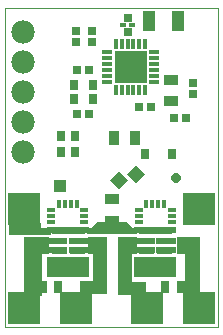
<source format=gts>
G75*
%MOIN*%
%OFA0B0*%
%FSLAX25Y25*%
%IPPOS*%
%LPD*%
%AMOC8*
5,1,8,0,0,1.08239X$1,22.5*
%
%ADD10C,0.00000*%
%ADD11C,0.00001*%
%ADD12R,0.03394X0.01394*%
%ADD13R,0.01394X0.03394*%
%ADD14R,0.10794X0.10794*%
%ADD15R,0.02756X0.03346*%
%ADD16R,0.02362X0.01575*%
%ADD17R,0.02559X0.02559*%
%ADD18R,0.04331X0.07087*%
%ADD19R,0.02756X0.03150*%
%ADD20R,0.05118X0.03543*%
%ADD21R,0.03150X0.02756*%
%ADD22R,0.03150X0.03543*%
%ADD23R,0.02874X0.03661*%
%ADD24C,0.07794*%
%ADD25R,0.03543X0.05118*%
%ADD26R,0.11024X0.11024*%
%ADD27C,0.01575*%
%ADD28R,0.03150X0.03937*%
%ADD29R,0.02756X0.01378*%
%ADD30R,0.14173X0.02362*%
%ADD31R,0.06988X0.02362*%
%ADD32R,0.14173X0.06693*%
%ADD33R,0.01378X0.02756*%
%ADD34C,0.00100*%
%ADD35R,0.04331X0.04331*%
%ADD36R,0.04331X0.04331*%
%ADD37OC8,0.03150*%
D10*
X0029368Y0002452D02*
X0029368Y0108751D01*
X0100234Y0108751D01*
X0100234Y0002452D01*
X0029368Y0002452D01*
X0031375Y0005050D02*
X0031377Y0005098D01*
X0031383Y0005146D01*
X0031393Y0005193D01*
X0031406Y0005239D01*
X0031424Y0005284D01*
X0031444Y0005328D01*
X0031469Y0005370D01*
X0031497Y0005409D01*
X0031527Y0005446D01*
X0031561Y0005480D01*
X0031598Y0005512D01*
X0031636Y0005541D01*
X0031677Y0005566D01*
X0031720Y0005588D01*
X0031765Y0005606D01*
X0031811Y0005620D01*
X0031858Y0005631D01*
X0031906Y0005638D01*
X0031954Y0005641D01*
X0032002Y0005640D01*
X0032050Y0005635D01*
X0032098Y0005626D01*
X0032144Y0005614D01*
X0032189Y0005597D01*
X0032233Y0005577D01*
X0032275Y0005554D01*
X0032315Y0005527D01*
X0032353Y0005497D01*
X0032388Y0005464D01*
X0032420Y0005428D01*
X0032450Y0005390D01*
X0032476Y0005349D01*
X0032498Y0005306D01*
X0032518Y0005262D01*
X0032533Y0005217D01*
X0032545Y0005170D01*
X0032553Y0005122D01*
X0032557Y0005074D01*
X0032557Y0005026D01*
X0032553Y0004978D01*
X0032545Y0004930D01*
X0032533Y0004883D01*
X0032518Y0004838D01*
X0032498Y0004794D01*
X0032476Y0004751D01*
X0032450Y0004710D01*
X0032420Y0004672D01*
X0032388Y0004636D01*
X0032353Y0004603D01*
X0032315Y0004573D01*
X0032275Y0004546D01*
X0032233Y0004523D01*
X0032189Y0004503D01*
X0032144Y0004486D01*
X0032098Y0004474D01*
X0032050Y0004465D01*
X0032002Y0004460D01*
X0031954Y0004459D01*
X0031906Y0004462D01*
X0031858Y0004469D01*
X0031811Y0004480D01*
X0031765Y0004494D01*
X0031720Y0004512D01*
X0031677Y0004534D01*
X0031636Y0004559D01*
X0031598Y0004588D01*
X0031561Y0004620D01*
X0031527Y0004654D01*
X0031497Y0004691D01*
X0031469Y0004730D01*
X0031444Y0004772D01*
X0031424Y0004816D01*
X0031406Y0004861D01*
X0031393Y0004907D01*
X0031383Y0004954D01*
X0031377Y0005002D01*
X0031375Y0005050D01*
X0031375Y0012452D02*
X0031377Y0012500D01*
X0031383Y0012548D01*
X0031393Y0012595D01*
X0031406Y0012641D01*
X0031424Y0012686D01*
X0031444Y0012730D01*
X0031469Y0012772D01*
X0031497Y0012811D01*
X0031527Y0012848D01*
X0031561Y0012882D01*
X0031598Y0012914D01*
X0031636Y0012943D01*
X0031677Y0012968D01*
X0031720Y0012990D01*
X0031765Y0013008D01*
X0031811Y0013022D01*
X0031858Y0013033D01*
X0031906Y0013040D01*
X0031954Y0013043D01*
X0032002Y0013042D01*
X0032050Y0013037D01*
X0032098Y0013028D01*
X0032144Y0013016D01*
X0032189Y0012999D01*
X0032233Y0012979D01*
X0032275Y0012956D01*
X0032315Y0012929D01*
X0032353Y0012899D01*
X0032388Y0012866D01*
X0032420Y0012830D01*
X0032450Y0012792D01*
X0032476Y0012751D01*
X0032498Y0012708D01*
X0032518Y0012664D01*
X0032533Y0012619D01*
X0032545Y0012572D01*
X0032553Y0012524D01*
X0032557Y0012476D01*
X0032557Y0012428D01*
X0032553Y0012380D01*
X0032545Y0012332D01*
X0032533Y0012285D01*
X0032518Y0012240D01*
X0032498Y0012196D01*
X0032476Y0012153D01*
X0032450Y0012112D01*
X0032420Y0012074D01*
X0032388Y0012038D01*
X0032353Y0012005D01*
X0032315Y0011975D01*
X0032275Y0011948D01*
X0032233Y0011925D01*
X0032189Y0011905D01*
X0032144Y0011888D01*
X0032098Y0011876D01*
X0032050Y0011867D01*
X0032002Y0011862D01*
X0031954Y0011861D01*
X0031906Y0011864D01*
X0031858Y0011871D01*
X0031811Y0011882D01*
X0031765Y0011896D01*
X0031720Y0011914D01*
X0031677Y0011936D01*
X0031636Y0011961D01*
X0031598Y0011990D01*
X0031561Y0012022D01*
X0031527Y0012056D01*
X0031497Y0012093D01*
X0031469Y0012132D01*
X0031444Y0012174D01*
X0031424Y0012218D01*
X0031406Y0012263D01*
X0031393Y0012309D01*
X0031383Y0012356D01*
X0031377Y0012404D01*
X0031375Y0012452D01*
X0035667Y0013081D02*
X0041179Y0013081D01*
X0041179Y0027255D01*
X0043541Y0027255D01*
X0043541Y0032373D01*
X0035667Y0032373D01*
X0035667Y0013081D01*
X0038777Y0012452D02*
X0038779Y0012500D01*
X0038785Y0012548D01*
X0038795Y0012595D01*
X0038808Y0012641D01*
X0038826Y0012686D01*
X0038846Y0012730D01*
X0038871Y0012772D01*
X0038899Y0012811D01*
X0038929Y0012848D01*
X0038963Y0012882D01*
X0039000Y0012914D01*
X0039038Y0012943D01*
X0039079Y0012968D01*
X0039122Y0012990D01*
X0039167Y0013008D01*
X0039213Y0013022D01*
X0039260Y0013033D01*
X0039308Y0013040D01*
X0039356Y0013043D01*
X0039404Y0013042D01*
X0039452Y0013037D01*
X0039500Y0013028D01*
X0039546Y0013016D01*
X0039591Y0012999D01*
X0039635Y0012979D01*
X0039677Y0012956D01*
X0039717Y0012929D01*
X0039755Y0012899D01*
X0039790Y0012866D01*
X0039822Y0012830D01*
X0039852Y0012792D01*
X0039878Y0012751D01*
X0039900Y0012708D01*
X0039920Y0012664D01*
X0039935Y0012619D01*
X0039947Y0012572D01*
X0039955Y0012524D01*
X0039959Y0012476D01*
X0039959Y0012428D01*
X0039955Y0012380D01*
X0039947Y0012332D01*
X0039935Y0012285D01*
X0039920Y0012240D01*
X0039900Y0012196D01*
X0039878Y0012153D01*
X0039852Y0012112D01*
X0039822Y0012074D01*
X0039790Y0012038D01*
X0039755Y0012005D01*
X0039717Y0011975D01*
X0039677Y0011948D01*
X0039635Y0011925D01*
X0039591Y0011905D01*
X0039546Y0011888D01*
X0039500Y0011876D01*
X0039452Y0011867D01*
X0039404Y0011862D01*
X0039356Y0011861D01*
X0039308Y0011864D01*
X0039260Y0011871D01*
X0039213Y0011882D01*
X0039167Y0011896D01*
X0039122Y0011914D01*
X0039079Y0011936D01*
X0039038Y0011961D01*
X0039000Y0011990D01*
X0038963Y0012022D01*
X0038929Y0012056D01*
X0038899Y0012093D01*
X0038871Y0012132D01*
X0038846Y0012174D01*
X0038826Y0012218D01*
X0038808Y0012263D01*
X0038795Y0012309D01*
X0038785Y0012356D01*
X0038779Y0012404D01*
X0038777Y0012452D01*
X0038777Y0005050D02*
X0038779Y0005098D01*
X0038785Y0005146D01*
X0038795Y0005193D01*
X0038808Y0005239D01*
X0038826Y0005284D01*
X0038846Y0005328D01*
X0038871Y0005370D01*
X0038899Y0005409D01*
X0038929Y0005446D01*
X0038963Y0005480D01*
X0039000Y0005512D01*
X0039038Y0005541D01*
X0039079Y0005566D01*
X0039122Y0005588D01*
X0039167Y0005606D01*
X0039213Y0005620D01*
X0039260Y0005631D01*
X0039308Y0005638D01*
X0039356Y0005641D01*
X0039404Y0005640D01*
X0039452Y0005635D01*
X0039500Y0005626D01*
X0039546Y0005614D01*
X0039591Y0005597D01*
X0039635Y0005577D01*
X0039677Y0005554D01*
X0039717Y0005527D01*
X0039755Y0005497D01*
X0039790Y0005464D01*
X0039822Y0005428D01*
X0039852Y0005390D01*
X0039878Y0005349D01*
X0039900Y0005306D01*
X0039920Y0005262D01*
X0039935Y0005217D01*
X0039947Y0005170D01*
X0039955Y0005122D01*
X0039959Y0005074D01*
X0039959Y0005026D01*
X0039955Y0004978D01*
X0039947Y0004930D01*
X0039935Y0004883D01*
X0039920Y0004838D01*
X0039900Y0004794D01*
X0039878Y0004751D01*
X0039852Y0004710D01*
X0039822Y0004672D01*
X0039790Y0004636D01*
X0039755Y0004603D01*
X0039717Y0004573D01*
X0039677Y0004546D01*
X0039635Y0004523D01*
X0039591Y0004503D01*
X0039546Y0004486D01*
X0039500Y0004474D01*
X0039452Y0004465D01*
X0039404Y0004460D01*
X0039356Y0004459D01*
X0039308Y0004462D01*
X0039260Y0004469D01*
X0039213Y0004480D01*
X0039167Y0004494D01*
X0039122Y0004512D01*
X0039079Y0004534D01*
X0039038Y0004559D01*
X0039000Y0004588D01*
X0038963Y0004620D01*
X0038929Y0004654D01*
X0038899Y0004691D01*
X0038871Y0004730D01*
X0038846Y0004772D01*
X0038826Y0004816D01*
X0038808Y0004861D01*
X0038795Y0004907D01*
X0038785Y0004954D01*
X0038779Y0005002D01*
X0038777Y0005050D01*
X0048698Y0005050D02*
X0048700Y0005098D01*
X0048706Y0005146D01*
X0048716Y0005193D01*
X0048729Y0005239D01*
X0048747Y0005284D01*
X0048767Y0005328D01*
X0048792Y0005370D01*
X0048820Y0005409D01*
X0048850Y0005446D01*
X0048884Y0005480D01*
X0048921Y0005512D01*
X0048959Y0005541D01*
X0049000Y0005566D01*
X0049043Y0005588D01*
X0049088Y0005606D01*
X0049134Y0005620D01*
X0049181Y0005631D01*
X0049229Y0005638D01*
X0049277Y0005641D01*
X0049325Y0005640D01*
X0049373Y0005635D01*
X0049421Y0005626D01*
X0049467Y0005614D01*
X0049512Y0005597D01*
X0049556Y0005577D01*
X0049598Y0005554D01*
X0049638Y0005527D01*
X0049676Y0005497D01*
X0049711Y0005464D01*
X0049743Y0005428D01*
X0049773Y0005390D01*
X0049799Y0005349D01*
X0049821Y0005306D01*
X0049841Y0005262D01*
X0049856Y0005217D01*
X0049868Y0005170D01*
X0049876Y0005122D01*
X0049880Y0005074D01*
X0049880Y0005026D01*
X0049876Y0004978D01*
X0049868Y0004930D01*
X0049856Y0004883D01*
X0049841Y0004838D01*
X0049821Y0004794D01*
X0049799Y0004751D01*
X0049773Y0004710D01*
X0049743Y0004672D01*
X0049711Y0004636D01*
X0049676Y0004603D01*
X0049638Y0004573D01*
X0049598Y0004546D01*
X0049556Y0004523D01*
X0049512Y0004503D01*
X0049467Y0004486D01*
X0049421Y0004474D01*
X0049373Y0004465D01*
X0049325Y0004460D01*
X0049277Y0004459D01*
X0049229Y0004462D01*
X0049181Y0004469D01*
X0049134Y0004480D01*
X0049088Y0004494D01*
X0049043Y0004512D01*
X0049000Y0004534D01*
X0048959Y0004559D01*
X0048921Y0004588D01*
X0048884Y0004620D01*
X0048850Y0004654D01*
X0048820Y0004691D01*
X0048792Y0004730D01*
X0048767Y0004772D01*
X0048747Y0004816D01*
X0048729Y0004861D01*
X0048716Y0004907D01*
X0048706Y0004954D01*
X0048700Y0005002D01*
X0048698Y0005050D01*
X0048698Y0012452D02*
X0048700Y0012500D01*
X0048706Y0012548D01*
X0048716Y0012595D01*
X0048729Y0012641D01*
X0048747Y0012686D01*
X0048767Y0012730D01*
X0048792Y0012772D01*
X0048820Y0012811D01*
X0048850Y0012848D01*
X0048884Y0012882D01*
X0048921Y0012914D01*
X0048959Y0012943D01*
X0049000Y0012968D01*
X0049043Y0012990D01*
X0049088Y0013008D01*
X0049134Y0013022D01*
X0049181Y0013033D01*
X0049229Y0013040D01*
X0049277Y0013043D01*
X0049325Y0013042D01*
X0049373Y0013037D01*
X0049421Y0013028D01*
X0049467Y0013016D01*
X0049512Y0012999D01*
X0049556Y0012979D01*
X0049598Y0012956D01*
X0049638Y0012929D01*
X0049676Y0012899D01*
X0049711Y0012866D01*
X0049743Y0012830D01*
X0049773Y0012792D01*
X0049799Y0012751D01*
X0049821Y0012708D01*
X0049841Y0012664D01*
X0049856Y0012619D01*
X0049868Y0012572D01*
X0049876Y0012524D01*
X0049880Y0012476D01*
X0049880Y0012428D01*
X0049876Y0012380D01*
X0049868Y0012332D01*
X0049856Y0012285D01*
X0049841Y0012240D01*
X0049821Y0012196D01*
X0049799Y0012153D01*
X0049773Y0012112D01*
X0049743Y0012074D01*
X0049711Y0012038D01*
X0049676Y0012005D01*
X0049638Y0011975D01*
X0049598Y0011948D01*
X0049556Y0011925D01*
X0049512Y0011905D01*
X0049467Y0011888D01*
X0049421Y0011876D01*
X0049373Y0011867D01*
X0049325Y0011862D01*
X0049277Y0011861D01*
X0049229Y0011864D01*
X0049181Y0011871D01*
X0049134Y0011882D01*
X0049088Y0011896D01*
X0049043Y0011914D01*
X0049000Y0011936D01*
X0048959Y0011961D01*
X0048921Y0011990D01*
X0048884Y0012022D01*
X0048850Y0012056D01*
X0048820Y0012093D01*
X0048792Y0012132D01*
X0048767Y0012174D01*
X0048747Y0012218D01*
X0048729Y0012263D01*
X0048716Y0012309D01*
X0048706Y0012356D01*
X0048700Y0012404D01*
X0048698Y0012452D01*
X0054171Y0013869D02*
X0054171Y0017806D01*
X0058502Y0017806D01*
X0058502Y0027255D01*
X0056927Y0027255D01*
X0056927Y0032373D01*
X0062832Y0032373D01*
X0062832Y0013869D01*
X0054171Y0013869D01*
X0056100Y0012452D02*
X0056102Y0012500D01*
X0056108Y0012548D01*
X0056118Y0012595D01*
X0056131Y0012641D01*
X0056149Y0012686D01*
X0056169Y0012730D01*
X0056194Y0012772D01*
X0056222Y0012811D01*
X0056252Y0012848D01*
X0056286Y0012882D01*
X0056323Y0012914D01*
X0056361Y0012943D01*
X0056402Y0012968D01*
X0056445Y0012990D01*
X0056490Y0013008D01*
X0056536Y0013022D01*
X0056583Y0013033D01*
X0056631Y0013040D01*
X0056679Y0013043D01*
X0056727Y0013042D01*
X0056775Y0013037D01*
X0056823Y0013028D01*
X0056869Y0013016D01*
X0056914Y0012999D01*
X0056958Y0012979D01*
X0057000Y0012956D01*
X0057040Y0012929D01*
X0057078Y0012899D01*
X0057113Y0012866D01*
X0057145Y0012830D01*
X0057175Y0012792D01*
X0057201Y0012751D01*
X0057223Y0012708D01*
X0057243Y0012664D01*
X0057258Y0012619D01*
X0057270Y0012572D01*
X0057278Y0012524D01*
X0057282Y0012476D01*
X0057282Y0012428D01*
X0057278Y0012380D01*
X0057270Y0012332D01*
X0057258Y0012285D01*
X0057243Y0012240D01*
X0057223Y0012196D01*
X0057201Y0012153D01*
X0057175Y0012112D01*
X0057145Y0012074D01*
X0057113Y0012038D01*
X0057078Y0012005D01*
X0057040Y0011975D01*
X0057000Y0011948D01*
X0056958Y0011925D01*
X0056914Y0011905D01*
X0056869Y0011888D01*
X0056823Y0011876D01*
X0056775Y0011867D01*
X0056727Y0011862D01*
X0056679Y0011861D01*
X0056631Y0011864D01*
X0056583Y0011871D01*
X0056536Y0011882D01*
X0056490Y0011896D01*
X0056445Y0011914D01*
X0056402Y0011936D01*
X0056361Y0011961D01*
X0056323Y0011990D01*
X0056286Y0012022D01*
X0056252Y0012056D01*
X0056222Y0012093D01*
X0056194Y0012132D01*
X0056169Y0012174D01*
X0056149Y0012218D01*
X0056131Y0012263D01*
X0056118Y0012309D01*
X0056108Y0012356D01*
X0056102Y0012404D01*
X0056100Y0012452D01*
X0056100Y0005050D02*
X0056102Y0005098D01*
X0056108Y0005146D01*
X0056118Y0005193D01*
X0056131Y0005239D01*
X0056149Y0005284D01*
X0056169Y0005328D01*
X0056194Y0005370D01*
X0056222Y0005409D01*
X0056252Y0005446D01*
X0056286Y0005480D01*
X0056323Y0005512D01*
X0056361Y0005541D01*
X0056402Y0005566D01*
X0056445Y0005588D01*
X0056490Y0005606D01*
X0056536Y0005620D01*
X0056583Y0005631D01*
X0056631Y0005638D01*
X0056679Y0005641D01*
X0056727Y0005640D01*
X0056775Y0005635D01*
X0056823Y0005626D01*
X0056869Y0005614D01*
X0056914Y0005597D01*
X0056958Y0005577D01*
X0057000Y0005554D01*
X0057040Y0005527D01*
X0057078Y0005497D01*
X0057113Y0005464D01*
X0057145Y0005428D01*
X0057175Y0005390D01*
X0057201Y0005349D01*
X0057223Y0005306D01*
X0057243Y0005262D01*
X0057258Y0005217D01*
X0057270Y0005170D01*
X0057278Y0005122D01*
X0057282Y0005074D01*
X0057282Y0005026D01*
X0057278Y0004978D01*
X0057270Y0004930D01*
X0057258Y0004883D01*
X0057243Y0004838D01*
X0057223Y0004794D01*
X0057201Y0004751D01*
X0057175Y0004710D01*
X0057145Y0004672D01*
X0057113Y0004636D01*
X0057078Y0004603D01*
X0057040Y0004573D01*
X0057000Y0004546D01*
X0056958Y0004523D01*
X0056914Y0004503D01*
X0056869Y0004486D01*
X0056823Y0004474D01*
X0056775Y0004465D01*
X0056727Y0004460D01*
X0056679Y0004459D01*
X0056631Y0004462D01*
X0056583Y0004469D01*
X0056536Y0004480D01*
X0056490Y0004494D01*
X0056445Y0004512D01*
X0056402Y0004534D01*
X0056361Y0004559D01*
X0056323Y0004588D01*
X0056286Y0004620D01*
X0056252Y0004654D01*
X0056222Y0004691D01*
X0056194Y0004730D01*
X0056169Y0004772D01*
X0056149Y0004816D01*
X0056131Y0004861D01*
X0056118Y0004907D01*
X0056108Y0004954D01*
X0056102Y0005002D01*
X0056100Y0005050D01*
X0066769Y0013475D02*
X0066769Y0032373D01*
X0073069Y0032373D01*
X0073069Y0027255D01*
X0071100Y0027255D01*
X0071100Y0017412D01*
X0075824Y0017412D01*
X0075824Y0013475D01*
X0066769Y0013475D01*
X0072320Y0012452D02*
X0072322Y0012500D01*
X0072328Y0012548D01*
X0072338Y0012595D01*
X0072351Y0012641D01*
X0072369Y0012686D01*
X0072389Y0012730D01*
X0072414Y0012772D01*
X0072442Y0012811D01*
X0072472Y0012848D01*
X0072506Y0012882D01*
X0072543Y0012914D01*
X0072581Y0012943D01*
X0072622Y0012968D01*
X0072665Y0012990D01*
X0072710Y0013008D01*
X0072756Y0013022D01*
X0072803Y0013033D01*
X0072851Y0013040D01*
X0072899Y0013043D01*
X0072947Y0013042D01*
X0072995Y0013037D01*
X0073043Y0013028D01*
X0073089Y0013016D01*
X0073134Y0012999D01*
X0073178Y0012979D01*
X0073220Y0012956D01*
X0073260Y0012929D01*
X0073298Y0012899D01*
X0073333Y0012866D01*
X0073365Y0012830D01*
X0073395Y0012792D01*
X0073421Y0012751D01*
X0073443Y0012708D01*
X0073463Y0012664D01*
X0073478Y0012619D01*
X0073490Y0012572D01*
X0073498Y0012524D01*
X0073502Y0012476D01*
X0073502Y0012428D01*
X0073498Y0012380D01*
X0073490Y0012332D01*
X0073478Y0012285D01*
X0073463Y0012240D01*
X0073443Y0012196D01*
X0073421Y0012153D01*
X0073395Y0012112D01*
X0073365Y0012074D01*
X0073333Y0012038D01*
X0073298Y0012005D01*
X0073260Y0011975D01*
X0073220Y0011948D01*
X0073178Y0011925D01*
X0073134Y0011905D01*
X0073089Y0011888D01*
X0073043Y0011876D01*
X0072995Y0011867D01*
X0072947Y0011862D01*
X0072899Y0011861D01*
X0072851Y0011864D01*
X0072803Y0011871D01*
X0072756Y0011882D01*
X0072710Y0011896D01*
X0072665Y0011914D01*
X0072622Y0011936D01*
X0072581Y0011961D01*
X0072543Y0011990D01*
X0072506Y0012022D01*
X0072472Y0012056D01*
X0072442Y0012093D01*
X0072414Y0012132D01*
X0072389Y0012174D01*
X0072369Y0012218D01*
X0072351Y0012263D01*
X0072338Y0012309D01*
X0072328Y0012356D01*
X0072322Y0012404D01*
X0072320Y0012452D01*
X0072320Y0005050D02*
X0072322Y0005098D01*
X0072328Y0005146D01*
X0072338Y0005193D01*
X0072351Y0005239D01*
X0072369Y0005284D01*
X0072389Y0005328D01*
X0072414Y0005370D01*
X0072442Y0005409D01*
X0072472Y0005446D01*
X0072506Y0005480D01*
X0072543Y0005512D01*
X0072581Y0005541D01*
X0072622Y0005566D01*
X0072665Y0005588D01*
X0072710Y0005606D01*
X0072756Y0005620D01*
X0072803Y0005631D01*
X0072851Y0005638D01*
X0072899Y0005641D01*
X0072947Y0005640D01*
X0072995Y0005635D01*
X0073043Y0005626D01*
X0073089Y0005614D01*
X0073134Y0005597D01*
X0073178Y0005577D01*
X0073220Y0005554D01*
X0073260Y0005527D01*
X0073298Y0005497D01*
X0073333Y0005464D01*
X0073365Y0005428D01*
X0073395Y0005390D01*
X0073421Y0005349D01*
X0073443Y0005306D01*
X0073463Y0005262D01*
X0073478Y0005217D01*
X0073490Y0005170D01*
X0073498Y0005122D01*
X0073502Y0005074D01*
X0073502Y0005026D01*
X0073498Y0004978D01*
X0073490Y0004930D01*
X0073478Y0004883D01*
X0073463Y0004838D01*
X0073443Y0004794D01*
X0073421Y0004751D01*
X0073395Y0004710D01*
X0073365Y0004672D01*
X0073333Y0004636D01*
X0073298Y0004603D01*
X0073260Y0004573D01*
X0073220Y0004546D01*
X0073178Y0004523D01*
X0073134Y0004503D01*
X0073089Y0004486D01*
X0073043Y0004474D01*
X0072995Y0004465D01*
X0072947Y0004460D01*
X0072899Y0004459D01*
X0072851Y0004462D01*
X0072803Y0004469D01*
X0072756Y0004480D01*
X0072710Y0004494D01*
X0072665Y0004512D01*
X0072622Y0004534D01*
X0072581Y0004559D01*
X0072543Y0004588D01*
X0072506Y0004620D01*
X0072472Y0004654D01*
X0072442Y0004691D01*
X0072414Y0004730D01*
X0072389Y0004772D01*
X0072369Y0004816D01*
X0072351Y0004861D01*
X0072338Y0004907D01*
X0072328Y0004954D01*
X0072322Y0005002D01*
X0072320Y0005050D01*
X0079722Y0005050D02*
X0079724Y0005098D01*
X0079730Y0005146D01*
X0079740Y0005193D01*
X0079753Y0005239D01*
X0079771Y0005284D01*
X0079791Y0005328D01*
X0079816Y0005370D01*
X0079844Y0005409D01*
X0079874Y0005446D01*
X0079908Y0005480D01*
X0079945Y0005512D01*
X0079983Y0005541D01*
X0080024Y0005566D01*
X0080067Y0005588D01*
X0080112Y0005606D01*
X0080158Y0005620D01*
X0080205Y0005631D01*
X0080253Y0005638D01*
X0080301Y0005641D01*
X0080349Y0005640D01*
X0080397Y0005635D01*
X0080445Y0005626D01*
X0080491Y0005614D01*
X0080536Y0005597D01*
X0080580Y0005577D01*
X0080622Y0005554D01*
X0080662Y0005527D01*
X0080700Y0005497D01*
X0080735Y0005464D01*
X0080767Y0005428D01*
X0080797Y0005390D01*
X0080823Y0005349D01*
X0080845Y0005306D01*
X0080865Y0005262D01*
X0080880Y0005217D01*
X0080892Y0005170D01*
X0080900Y0005122D01*
X0080904Y0005074D01*
X0080904Y0005026D01*
X0080900Y0004978D01*
X0080892Y0004930D01*
X0080880Y0004883D01*
X0080865Y0004838D01*
X0080845Y0004794D01*
X0080823Y0004751D01*
X0080797Y0004710D01*
X0080767Y0004672D01*
X0080735Y0004636D01*
X0080700Y0004603D01*
X0080662Y0004573D01*
X0080622Y0004546D01*
X0080580Y0004523D01*
X0080536Y0004503D01*
X0080491Y0004486D01*
X0080445Y0004474D01*
X0080397Y0004465D01*
X0080349Y0004460D01*
X0080301Y0004459D01*
X0080253Y0004462D01*
X0080205Y0004469D01*
X0080158Y0004480D01*
X0080112Y0004494D01*
X0080067Y0004512D01*
X0080024Y0004534D01*
X0079983Y0004559D01*
X0079945Y0004588D01*
X0079908Y0004620D01*
X0079874Y0004654D01*
X0079844Y0004691D01*
X0079816Y0004730D01*
X0079791Y0004772D01*
X0079771Y0004816D01*
X0079753Y0004861D01*
X0079740Y0004907D01*
X0079730Y0004954D01*
X0079724Y0005002D01*
X0079722Y0005050D01*
X0079722Y0012452D02*
X0079724Y0012500D01*
X0079730Y0012548D01*
X0079740Y0012595D01*
X0079753Y0012641D01*
X0079771Y0012686D01*
X0079791Y0012730D01*
X0079816Y0012772D01*
X0079844Y0012811D01*
X0079874Y0012848D01*
X0079908Y0012882D01*
X0079945Y0012914D01*
X0079983Y0012943D01*
X0080024Y0012968D01*
X0080067Y0012990D01*
X0080112Y0013008D01*
X0080158Y0013022D01*
X0080205Y0013033D01*
X0080253Y0013040D01*
X0080301Y0013043D01*
X0080349Y0013042D01*
X0080397Y0013037D01*
X0080445Y0013028D01*
X0080491Y0013016D01*
X0080536Y0012999D01*
X0080580Y0012979D01*
X0080622Y0012956D01*
X0080662Y0012929D01*
X0080700Y0012899D01*
X0080735Y0012866D01*
X0080767Y0012830D01*
X0080797Y0012792D01*
X0080823Y0012751D01*
X0080845Y0012708D01*
X0080865Y0012664D01*
X0080880Y0012619D01*
X0080892Y0012572D01*
X0080900Y0012524D01*
X0080904Y0012476D01*
X0080904Y0012428D01*
X0080900Y0012380D01*
X0080892Y0012332D01*
X0080880Y0012285D01*
X0080865Y0012240D01*
X0080845Y0012196D01*
X0080823Y0012153D01*
X0080797Y0012112D01*
X0080767Y0012074D01*
X0080735Y0012038D01*
X0080700Y0012005D01*
X0080662Y0011975D01*
X0080622Y0011948D01*
X0080580Y0011925D01*
X0080536Y0011905D01*
X0080491Y0011888D01*
X0080445Y0011876D01*
X0080397Y0011867D01*
X0080349Y0011862D01*
X0080301Y0011861D01*
X0080253Y0011864D01*
X0080205Y0011871D01*
X0080158Y0011882D01*
X0080112Y0011896D01*
X0080067Y0011914D01*
X0080024Y0011936D01*
X0079983Y0011961D01*
X0079945Y0011990D01*
X0079908Y0012022D01*
X0079874Y0012056D01*
X0079844Y0012093D01*
X0079816Y0012132D01*
X0079791Y0012174D01*
X0079771Y0012218D01*
X0079753Y0012263D01*
X0079740Y0012309D01*
X0079730Y0012356D01*
X0079724Y0012404D01*
X0079722Y0012452D01*
X0089210Y0013475D02*
X0089210Y0027255D01*
X0086454Y0027255D01*
X0086454Y0032373D01*
X0093935Y0032373D01*
X0093935Y0013475D01*
X0089210Y0013475D01*
X0089643Y0012452D02*
X0089645Y0012500D01*
X0089651Y0012548D01*
X0089661Y0012595D01*
X0089674Y0012641D01*
X0089692Y0012686D01*
X0089712Y0012730D01*
X0089737Y0012772D01*
X0089765Y0012811D01*
X0089795Y0012848D01*
X0089829Y0012882D01*
X0089866Y0012914D01*
X0089904Y0012943D01*
X0089945Y0012968D01*
X0089988Y0012990D01*
X0090033Y0013008D01*
X0090079Y0013022D01*
X0090126Y0013033D01*
X0090174Y0013040D01*
X0090222Y0013043D01*
X0090270Y0013042D01*
X0090318Y0013037D01*
X0090366Y0013028D01*
X0090412Y0013016D01*
X0090457Y0012999D01*
X0090501Y0012979D01*
X0090543Y0012956D01*
X0090583Y0012929D01*
X0090621Y0012899D01*
X0090656Y0012866D01*
X0090688Y0012830D01*
X0090718Y0012792D01*
X0090744Y0012751D01*
X0090766Y0012708D01*
X0090786Y0012664D01*
X0090801Y0012619D01*
X0090813Y0012572D01*
X0090821Y0012524D01*
X0090825Y0012476D01*
X0090825Y0012428D01*
X0090821Y0012380D01*
X0090813Y0012332D01*
X0090801Y0012285D01*
X0090786Y0012240D01*
X0090766Y0012196D01*
X0090744Y0012153D01*
X0090718Y0012112D01*
X0090688Y0012074D01*
X0090656Y0012038D01*
X0090621Y0012005D01*
X0090583Y0011975D01*
X0090543Y0011948D01*
X0090501Y0011925D01*
X0090457Y0011905D01*
X0090412Y0011888D01*
X0090366Y0011876D01*
X0090318Y0011867D01*
X0090270Y0011862D01*
X0090222Y0011861D01*
X0090174Y0011864D01*
X0090126Y0011871D01*
X0090079Y0011882D01*
X0090033Y0011896D01*
X0089988Y0011914D01*
X0089945Y0011936D01*
X0089904Y0011961D01*
X0089866Y0011990D01*
X0089829Y0012022D01*
X0089795Y0012056D01*
X0089765Y0012093D01*
X0089737Y0012132D01*
X0089712Y0012174D01*
X0089692Y0012218D01*
X0089674Y0012263D01*
X0089661Y0012309D01*
X0089651Y0012356D01*
X0089645Y0012404D01*
X0089643Y0012452D01*
X0089643Y0005050D02*
X0089645Y0005098D01*
X0089651Y0005146D01*
X0089661Y0005193D01*
X0089674Y0005239D01*
X0089692Y0005284D01*
X0089712Y0005328D01*
X0089737Y0005370D01*
X0089765Y0005409D01*
X0089795Y0005446D01*
X0089829Y0005480D01*
X0089866Y0005512D01*
X0089904Y0005541D01*
X0089945Y0005566D01*
X0089988Y0005588D01*
X0090033Y0005606D01*
X0090079Y0005620D01*
X0090126Y0005631D01*
X0090174Y0005638D01*
X0090222Y0005641D01*
X0090270Y0005640D01*
X0090318Y0005635D01*
X0090366Y0005626D01*
X0090412Y0005614D01*
X0090457Y0005597D01*
X0090501Y0005577D01*
X0090543Y0005554D01*
X0090583Y0005527D01*
X0090621Y0005497D01*
X0090656Y0005464D01*
X0090688Y0005428D01*
X0090718Y0005390D01*
X0090744Y0005349D01*
X0090766Y0005306D01*
X0090786Y0005262D01*
X0090801Y0005217D01*
X0090813Y0005170D01*
X0090821Y0005122D01*
X0090825Y0005074D01*
X0090825Y0005026D01*
X0090821Y0004978D01*
X0090813Y0004930D01*
X0090801Y0004883D01*
X0090786Y0004838D01*
X0090766Y0004794D01*
X0090744Y0004751D01*
X0090718Y0004710D01*
X0090688Y0004672D01*
X0090656Y0004636D01*
X0090621Y0004603D01*
X0090583Y0004573D01*
X0090543Y0004546D01*
X0090501Y0004523D01*
X0090457Y0004503D01*
X0090412Y0004486D01*
X0090366Y0004474D01*
X0090318Y0004465D01*
X0090270Y0004460D01*
X0090222Y0004459D01*
X0090174Y0004462D01*
X0090126Y0004469D01*
X0090079Y0004480D01*
X0090033Y0004494D01*
X0089988Y0004512D01*
X0089945Y0004534D01*
X0089904Y0004559D01*
X0089866Y0004588D01*
X0089829Y0004620D01*
X0089795Y0004654D01*
X0089765Y0004691D01*
X0089737Y0004730D01*
X0089712Y0004772D01*
X0089692Y0004816D01*
X0089674Y0004861D01*
X0089661Y0004907D01*
X0089651Y0004954D01*
X0089645Y0005002D01*
X0089643Y0005050D01*
X0097044Y0005050D02*
X0097046Y0005098D01*
X0097052Y0005146D01*
X0097062Y0005193D01*
X0097075Y0005239D01*
X0097093Y0005284D01*
X0097113Y0005328D01*
X0097138Y0005370D01*
X0097166Y0005409D01*
X0097196Y0005446D01*
X0097230Y0005480D01*
X0097267Y0005512D01*
X0097305Y0005541D01*
X0097346Y0005566D01*
X0097389Y0005588D01*
X0097434Y0005606D01*
X0097480Y0005620D01*
X0097527Y0005631D01*
X0097575Y0005638D01*
X0097623Y0005641D01*
X0097671Y0005640D01*
X0097719Y0005635D01*
X0097767Y0005626D01*
X0097813Y0005614D01*
X0097858Y0005597D01*
X0097902Y0005577D01*
X0097944Y0005554D01*
X0097984Y0005527D01*
X0098022Y0005497D01*
X0098057Y0005464D01*
X0098089Y0005428D01*
X0098119Y0005390D01*
X0098145Y0005349D01*
X0098167Y0005306D01*
X0098187Y0005262D01*
X0098202Y0005217D01*
X0098214Y0005170D01*
X0098222Y0005122D01*
X0098226Y0005074D01*
X0098226Y0005026D01*
X0098222Y0004978D01*
X0098214Y0004930D01*
X0098202Y0004883D01*
X0098187Y0004838D01*
X0098167Y0004794D01*
X0098145Y0004751D01*
X0098119Y0004710D01*
X0098089Y0004672D01*
X0098057Y0004636D01*
X0098022Y0004603D01*
X0097984Y0004573D01*
X0097944Y0004546D01*
X0097902Y0004523D01*
X0097858Y0004503D01*
X0097813Y0004486D01*
X0097767Y0004474D01*
X0097719Y0004465D01*
X0097671Y0004460D01*
X0097623Y0004459D01*
X0097575Y0004462D01*
X0097527Y0004469D01*
X0097480Y0004480D01*
X0097434Y0004494D01*
X0097389Y0004512D01*
X0097346Y0004534D01*
X0097305Y0004559D01*
X0097267Y0004588D01*
X0097230Y0004620D01*
X0097196Y0004654D01*
X0097166Y0004691D01*
X0097138Y0004730D01*
X0097113Y0004772D01*
X0097093Y0004816D01*
X0097075Y0004861D01*
X0097062Y0004907D01*
X0097052Y0004954D01*
X0097046Y0005002D01*
X0097044Y0005050D01*
X0097044Y0012452D02*
X0097046Y0012500D01*
X0097052Y0012548D01*
X0097062Y0012595D01*
X0097075Y0012641D01*
X0097093Y0012686D01*
X0097113Y0012730D01*
X0097138Y0012772D01*
X0097166Y0012811D01*
X0097196Y0012848D01*
X0097230Y0012882D01*
X0097267Y0012914D01*
X0097305Y0012943D01*
X0097346Y0012968D01*
X0097389Y0012990D01*
X0097434Y0013008D01*
X0097480Y0013022D01*
X0097527Y0013033D01*
X0097575Y0013040D01*
X0097623Y0013043D01*
X0097671Y0013042D01*
X0097719Y0013037D01*
X0097767Y0013028D01*
X0097813Y0013016D01*
X0097858Y0012999D01*
X0097902Y0012979D01*
X0097944Y0012956D01*
X0097984Y0012929D01*
X0098022Y0012899D01*
X0098057Y0012866D01*
X0098089Y0012830D01*
X0098119Y0012792D01*
X0098145Y0012751D01*
X0098167Y0012708D01*
X0098187Y0012664D01*
X0098202Y0012619D01*
X0098214Y0012572D01*
X0098222Y0012524D01*
X0098226Y0012476D01*
X0098226Y0012428D01*
X0098222Y0012380D01*
X0098214Y0012332D01*
X0098202Y0012285D01*
X0098187Y0012240D01*
X0098167Y0012196D01*
X0098145Y0012153D01*
X0098119Y0012112D01*
X0098089Y0012074D01*
X0098057Y0012038D01*
X0098022Y0012005D01*
X0097984Y0011975D01*
X0097944Y0011948D01*
X0097902Y0011925D01*
X0097858Y0011905D01*
X0097813Y0011888D01*
X0097767Y0011876D01*
X0097719Y0011867D01*
X0097671Y0011862D01*
X0097623Y0011861D01*
X0097575Y0011864D01*
X0097527Y0011871D01*
X0097480Y0011882D01*
X0097434Y0011896D01*
X0097389Y0011914D01*
X0097346Y0011936D01*
X0097305Y0011961D01*
X0097267Y0011990D01*
X0097230Y0012022D01*
X0097196Y0012056D01*
X0097166Y0012093D01*
X0097138Y0012132D01*
X0097113Y0012174D01*
X0097093Y0012218D01*
X0097075Y0012263D01*
X0097062Y0012309D01*
X0097052Y0012356D01*
X0097046Y0012404D01*
X0097044Y0012452D01*
X0073069Y0033948D02*
X0056533Y0033948D01*
X0056533Y0035522D01*
X0058108Y0035522D01*
X0060076Y0037491D01*
X0069525Y0037491D01*
X0071494Y0035522D01*
X0073069Y0035522D01*
X0073069Y0033948D01*
X0089643Y0038121D02*
X0089645Y0038169D01*
X0089651Y0038217D01*
X0089661Y0038264D01*
X0089674Y0038310D01*
X0089692Y0038355D01*
X0089712Y0038399D01*
X0089737Y0038441D01*
X0089765Y0038480D01*
X0089795Y0038517D01*
X0089829Y0038551D01*
X0089866Y0038583D01*
X0089904Y0038612D01*
X0089945Y0038637D01*
X0089988Y0038659D01*
X0090033Y0038677D01*
X0090079Y0038691D01*
X0090126Y0038702D01*
X0090174Y0038709D01*
X0090222Y0038712D01*
X0090270Y0038711D01*
X0090318Y0038706D01*
X0090366Y0038697D01*
X0090412Y0038685D01*
X0090457Y0038668D01*
X0090501Y0038648D01*
X0090543Y0038625D01*
X0090583Y0038598D01*
X0090621Y0038568D01*
X0090656Y0038535D01*
X0090688Y0038499D01*
X0090718Y0038461D01*
X0090744Y0038420D01*
X0090766Y0038377D01*
X0090786Y0038333D01*
X0090801Y0038288D01*
X0090813Y0038241D01*
X0090821Y0038193D01*
X0090825Y0038145D01*
X0090825Y0038097D01*
X0090821Y0038049D01*
X0090813Y0038001D01*
X0090801Y0037954D01*
X0090786Y0037909D01*
X0090766Y0037865D01*
X0090744Y0037822D01*
X0090718Y0037781D01*
X0090688Y0037743D01*
X0090656Y0037707D01*
X0090621Y0037674D01*
X0090583Y0037644D01*
X0090543Y0037617D01*
X0090501Y0037594D01*
X0090457Y0037574D01*
X0090412Y0037557D01*
X0090366Y0037545D01*
X0090318Y0037536D01*
X0090270Y0037531D01*
X0090222Y0037530D01*
X0090174Y0037533D01*
X0090126Y0037540D01*
X0090079Y0037551D01*
X0090033Y0037565D01*
X0089988Y0037583D01*
X0089945Y0037605D01*
X0089904Y0037630D01*
X0089866Y0037659D01*
X0089829Y0037691D01*
X0089795Y0037725D01*
X0089765Y0037762D01*
X0089737Y0037801D01*
X0089712Y0037843D01*
X0089692Y0037887D01*
X0089674Y0037932D01*
X0089661Y0037978D01*
X0089651Y0038025D01*
X0089645Y0038073D01*
X0089643Y0038121D01*
X0089643Y0045522D02*
X0089645Y0045570D01*
X0089651Y0045618D01*
X0089661Y0045665D01*
X0089674Y0045711D01*
X0089692Y0045756D01*
X0089712Y0045800D01*
X0089737Y0045842D01*
X0089765Y0045881D01*
X0089795Y0045918D01*
X0089829Y0045952D01*
X0089866Y0045984D01*
X0089904Y0046013D01*
X0089945Y0046038D01*
X0089988Y0046060D01*
X0090033Y0046078D01*
X0090079Y0046092D01*
X0090126Y0046103D01*
X0090174Y0046110D01*
X0090222Y0046113D01*
X0090270Y0046112D01*
X0090318Y0046107D01*
X0090366Y0046098D01*
X0090412Y0046086D01*
X0090457Y0046069D01*
X0090501Y0046049D01*
X0090543Y0046026D01*
X0090583Y0045999D01*
X0090621Y0045969D01*
X0090656Y0045936D01*
X0090688Y0045900D01*
X0090718Y0045862D01*
X0090744Y0045821D01*
X0090766Y0045778D01*
X0090786Y0045734D01*
X0090801Y0045689D01*
X0090813Y0045642D01*
X0090821Y0045594D01*
X0090825Y0045546D01*
X0090825Y0045498D01*
X0090821Y0045450D01*
X0090813Y0045402D01*
X0090801Y0045355D01*
X0090786Y0045310D01*
X0090766Y0045266D01*
X0090744Y0045223D01*
X0090718Y0045182D01*
X0090688Y0045144D01*
X0090656Y0045108D01*
X0090621Y0045075D01*
X0090583Y0045045D01*
X0090543Y0045018D01*
X0090501Y0044995D01*
X0090457Y0044975D01*
X0090412Y0044958D01*
X0090366Y0044946D01*
X0090318Y0044937D01*
X0090270Y0044932D01*
X0090222Y0044931D01*
X0090174Y0044934D01*
X0090126Y0044941D01*
X0090079Y0044952D01*
X0090033Y0044966D01*
X0089988Y0044984D01*
X0089945Y0045006D01*
X0089904Y0045031D01*
X0089866Y0045060D01*
X0089829Y0045092D01*
X0089795Y0045126D01*
X0089765Y0045163D01*
X0089737Y0045202D01*
X0089712Y0045244D01*
X0089692Y0045288D01*
X0089674Y0045333D01*
X0089661Y0045379D01*
X0089651Y0045426D01*
X0089645Y0045474D01*
X0089643Y0045522D01*
X0097044Y0045522D02*
X0097046Y0045570D01*
X0097052Y0045618D01*
X0097062Y0045665D01*
X0097075Y0045711D01*
X0097093Y0045756D01*
X0097113Y0045800D01*
X0097138Y0045842D01*
X0097166Y0045881D01*
X0097196Y0045918D01*
X0097230Y0045952D01*
X0097267Y0045984D01*
X0097305Y0046013D01*
X0097346Y0046038D01*
X0097389Y0046060D01*
X0097434Y0046078D01*
X0097480Y0046092D01*
X0097527Y0046103D01*
X0097575Y0046110D01*
X0097623Y0046113D01*
X0097671Y0046112D01*
X0097719Y0046107D01*
X0097767Y0046098D01*
X0097813Y0046086D01*
X0097858Y0046069D01*
X0097902Y0046049D01*
X0097944Y0046026D01*
X0097984Y0045999D01*
X0098022Y0045969D01*
X0098057Y0045936D01*
X0098089Y0045900D01*
X0098119Y0045862D01*
X0098145Y0045821D01*
X0098167Y0045778D01*
X0098187Y0045734D01*
X0098202Y0045689D01*
X0098214Y0045642D01*
X0098222Y0045594D01*
X0098226Y0045546D01*
X0098226Y0045498D01*
X0098222Y0045450D01*
X0098214Y0045402D01*
X0098202Y0045355D01*
X0098187Y0045310D01*
X0098167Y0045266D01*
X0098145Y0045223D01*
X0098119Y0045182D01*
X0098089Y0045144D01*
X0098057Y0045108D01*
X0098022Y0045075D01*
X0097984Y0045045D01*
X0097944Y0045018D01*
X0097902Y0044995D01*
X0097858Y0044975D01*
X0097813Y0044958D01*
X0097767Y0044946D01*
X0097719Y0044937D01*
X0097671Y0044932D01*
X0097623Y0044931D01*
X0097575Y0044934D01*
X0097527Y0044941D01*
X0097480Y0044952D01*
X0097434Y0044966D01*
X0097389Y0044984D01*
X0097346Y0045006D01*
X0097305Y0045031D01*
X0097267Y0045060D01*
X0097230Y0045092D01*
X0097196Y0045126D01*
X0097166Y0045163D01*
X0097138Y0045202D01*
X0097113Y0045244D01*
X0097093Y0045288D01*
X0097075Y0045333D01*
X0097062Y0045379D01*
X0097052Y0045426D01*
X0097046Y0045474D01*
X0097044Y0045522D01*
X0097044Y0038121D02*
X0097046Y0038169D01*
X0097052Y0038217D01*
X0097062Y0038264D01*
X0097075Y0038310D01*
X0097093Y0038355D01*
X0097113Y0038399D01*
X0097138Y0038441D01*
X0097166Y0038480D01*
X0097196Y0038517D01*
X0097230Y0038551D01*
X0097267Y0038583D01*
X0097305Y0038612D01*
X0097346Y0038637D01*
X0097389Y0038659D01*
X0097434Y0038677D01*
X0097480Y0038691D01*
X0097527Y0038702D01*
X0097575Y0038709D01*
X0097623Y0038712D01*
X0097671Y0038711D01*
X0097719Y0038706D01*
X0097767Y0038697D01*
X0097813Y0038685D01*
X0097858Y0038668D01*
X0097902Y0038648D01*
X0097944Y0038625D01*
X0097984Y0038598D01*
X0098022Y0038568D01*
X0098057Y0038535D01*
X0098089Y0038499D01*
X0098119Y0038461D01*
X0098145Y0038420D01*
X0098167Y0038377D01*
X0098187Y0038333D01*
X0098202Y0038288D01*
X0098214Y0038241D01*
X0098222Y0038193D01*
X0098226Y0038145D01*
X0098226Y0038097D01*
X0098222Y0038049D01*
X0098214Y0038001D01*
X0098202Y0037954D01*
X0098187Y0037909D01*
X0098167Y0037865D01*
X0098145Y0037822D01*
X0098119Y0037781D01*
X0098089Y0037743D01*
X0098057Y0037707D01*
X0098022Y0037674D01*
X0097984Y0037644D01*
X0097944Y0037617D01*
X0097902Y0037594D01*
X0097858Y0037574D01*
X0097813Y0037557D01*
X0097767Y0037545D01*
X0097719Y0037536D01*
X0097671Y0037531D01*
X0097623Y0037530D01*
X0097575Y0037533D01*
X0097527Y0037540D01*
X0097480Y0037551D01*
X0097434Y0037565D01*
X0097389Y0037583D01*
X0097346Y0037605D01*
X0097305Y0037630D01*
X0097267Y0037659D01*
X0097230Y0037691D01*
X0097196Y0037725D01*
X0097166Y0037762D01*
X0097138Y0037801D01*
X0097113Y0037843D01*
X0097093Y0037887D01*
X0097075Y0037932D01*
X0097062Y0037978D01*
X0097052Y0038025D01*
X0097046Y0038073D01*
X0097044Y0038121D01*
X0044328Y0035522D02*
X0044328Y0033554D01*
X0030549Y0033554D01*
X0030549Y0037097D01*
X0040785Y0037097D01*
X0040785Y0035522D01*
X0044328Y0035522D01*
X0038777Y0038121D02*
X0038779Y0038169D01*
X0038785Y0038217D01*
X0038795Y0038264D01*
X0038808Y0038310D01*
X0038826Y0038355D01*
X0038846Y0038399D01*
X0038871Y0038441D01*
X0038899Y0038480D01*
X0038929Y0038517D01*
X0038963Y0038551D01*
X0039000Y0038583D01*
X0039038Y0038612D01*
X0039079Y0038637D01*
X0039122Y0038659D01*
X0039167Y0038677D01*
X0039213Y0038691D01*
X0039260Y0038702D01*
X0039308Y0038709D01*
X0039356Y0038712D01*
X0039404Y0038711D01*
X0039452Y0038706D01*
X0039500Y0038697D01*
X0039546Y0038685D01*
X0039591Y0038668D01*
X0039635Y0038648D01*
X0039677Y0038625D01*
X0039717Y0038598D01*
X0039755Y0038568D01*
X0039790Y0038535D01*
X0039822Y0038499D01*
X0039852Y0038461D01*
X0039878Y0038420D01*
X0039900Y0038377D01*
X0039920Y0038333D01*
X0039935Y0038288D01*
X0039947Y0038241D01*
X0039955Y0038193D01*
X0039959Y0038145D01*
X0039959Y0038097D01*
X0039955Y0038049D01*
X0039947Y0038001D01*
X0039935Y0037954D01*
X0039920Y0037909D01*
X0039900Y0037865D01*
X0039878Y0037822D01*
X0039852Y0037781D01*
X0039822Y0037743D01*
X0039790Y0037707D01*
X0039755Y0037674D01*
X0039717Y0037644D01*
X0039677Y0037617D01*
X0039635Y0037594D01*
X0039591Y0037574D01*
X0039546Y0037557D01*
X0039500Y0037545D01*
X0039452Y0037536D01*
X0039404Y0037531D01*
X0039356Y0037530D01*
X0039308Y0037533D01*
X0039260Y0037540D01*
X0039213Y0037551D01*
X0039167Y0037565D01*
X0039122Y0037583D01*
X0039079Y0037605D01*
X0039038Y0037630D01*
X0039000Y0037659D01*
X0038963Y0037691D01*
X0038929Y0037725D01*
X0038899Y0037762D01*
X0038871Y0037801D01*
X0038846Y0037843D01*
X0038826Y0037887D01*
X0038808Y0037932D01*
X0038795Y0037978D01*
X0038785Y0038025D01*
X0038779Y0038073D01*
X0038777Y0038121D01*
X0031375Y0038121D02*
X0031377Y0038169D01*
X0031383Y0038217D01*
X0031393Y0038264D01*
X0031406Y0038310D01*
X0031424Y0038355D01*
X0031444Y0038399D01*
X0031469Y0038441D01*
X0031497Y0038480D01*
X0031527Y0038517D01*
X0031561Y0038551D01*
X0031598Y0038583D01*
X0031636Y0038612D01*
X0031677Y0038637D01*
X0031720Y0038659D01*
X0031765Y0038677D01*
X0031811Y0038691D01*
X0031858Y0038702D01*
X0031906Y0038709D01*
X0031954Y0038712D01*
X0032002Y0038711D01*
X0032050Y0038706D01*
X0032098Y0038697D01*
X0032144Y0038685D01*
X0032189Y0038668D01*
X0032233Y0038648D01*
X0032275Y0038625D01*
X0032315Y0038598D01*
X0032353Y0038568D01*
X0032388Y0038535D01*
X0032420Y0038499D01*
X0032450Y0038461D01*
X0032476Y0038420D01*
X0032498Y0038377D01*
X0032518Y0038333D01*
X0032533Y0038288D01*
X0032545Y0038241D01*
X0032553Y0038193D01*
X0032557Y0038145D01*
X0032557Y0038097D01*
X0032553Y0038049D01*
X0032545Y0038001D01*
X0032533Y0037954D01*
X0032518Y0037909D01*
X0032498Y0037865D01*
X0032476Y0037822D01*
X0032450Y0037781D01*
X0032420Y0037743D01*
X0032388Y0037707D01*
X0032353Y0037674D01*
X0032315Y0037644D01*
X0032275Y0037617D01*
X0032233Y0037594D01*
X0032189Y0037574D01*
X0032144Y0037557D01*
X0032098Y0037545D01*
X0032050Y0037536D01*
X0032002Y0037531D01*
X0031954Y0037530D01*
X0031906Y0037533D01*
X0031858Y0037540D01*
X0031811Y0037551D01*
X0031765Y0037565D01*
X0031720Y0037583D01*
X0031677Y0037605D01*
X0031636Y0037630D01*
X0031598Y0037659D01*
X0031561Y0037691D01*
X0031527Y0037725D01*
X0031497Y0037762D01*
X0031469Y0037801D01*
X0031444Y0037843D01*
X0031424Y0037887D01*
X0031406Y0037932D01*
X0031393Y0037978D01*
X0031383Y0038025D01*
X0031377Y0038073D01*
X0031375Y0038121D01*
X0031375Y0045522D02*
X0031377Y0045570D01*
X0031383Y0045618D01*
X0031393Y0045665D01*
X0031406Y0045711D01*
X0031424Y0045756D01*
X0031444Y0045800D01*
X0031469Y0045842D01*
X0031497Y0045881D01*
X0031527Y0045918D01*
X0031561Y0045952D01*
X0031598Y0045984D01*
X0031636Y0046013D01*
X0031677Y0046038D01*
X0031720Y0046060D01*
X0031765Y0046078D01*
X0031811Y0046092D01*
X0031858Y0046103D01*
X0031906Y0046110D01*
X0031954Y0046113D01*
X0032002Y0046112D01*
X0032050Y0046107D01*
X0032098Y0046098D01*
X0032144Y0046086D01*
X0032189Y0046069D01*
X0032233Y0046049D01*
X0032275Y0046026D01*
X0032315Y0045999D01*
X0032353Y0045969D01*
X0032388Y0045936D01*
X0032420Y0045900D01*
X0032450Y0045862D01*
X0032476Y0045821D01*
X0032498Y0045778D01*
X0032518Y0045734D01*
X0032533Y0045689D01*
X0032545Y0045642D01*
X0032553Y0045594D01*
X0032557Y0045546D01*
X0032557Y0045498D01*
X0032553Y0045450D01*
X0032545Y0045402D01*
X0032533Y0045355D01*
X0032518Y0045310D01*
X0032498Y0045266D01*
X0032476Y0045223D01*
X0032450Y0045182D01*
X0032420Y0045144D01*
X0032388Y0045108D01*
X0032353Y0045075D01*
X0032315Y0045045D01*
X0032275Y0045018D01*
X0032233Y0044995D01*
X0032189Y0044975D01*
X0032144Y0044958D01*
X0032098Y0044946D01*
X0032050Y0044937D01*
X0032002Y0044932D01*
X0031954Y0044931D01*
X0031906Y0044934D01*
X0031858Y0044941D01*
X0031811Y0044952D01*
X0031765Y0044966D01*
X0031720Y0044984D01*
X0031677Y0045006D01*
X0031636Y0045031D01*
X0031598Y0045060D01*
X0031561Y0045092D01*
X0031527Y0045126D01*
X0031497Y0045163D01*
X0031469Y0045202D01*
X0031444Y0045244D01*
X0031424Y0045288D01*
X0031406Y0045333D01*
X0031393Y0045379D01*
X0031383Y0045426D01*
X0031377Y0045474D01*
X0031375Y0045522D01*
X0038777Y0045522D02*
X0038779Y0045570D01*
X0038785Y0045618D01*
X0038795Y0045665D01*
X0038808Y0045711D01*
X0038826Y0045756D01*
X0038846Y0045800D01*
X0038871Y0045842D01*
X0038899Y0045881D01*
X0038929Y0045918D01*
X0038963Y0045952D01*
X0039000Y0045984D01*
X0039038Y0046013D01*
X0039079Y0046038D01*
X0039122Y0046060D01*
X0039167Y0046078D01*
X0039213Y0046092D01*
X0039260Y0046103D01*
X0039308Y0046110D01*
X0039356Y0046113D01*
X0039404Y0046112D01*
X0039452Y0046107D01*
X0039500Y0046098D01*
X0039546Y0046086D01*
X0039591Y0046069D01*
X0039635Y0046049D01*
X0039677Y0046026D01*
X0039717Y0045999D01*
X0039755Y0045969D01*
X0039790Y0045936D01*
X0039822Y0045900D01*
X0039852Y0045862D01*
X0039878Y0045821D01*
X0039900Y0045778D01*
X0039920Y0045734D01*
X0039935Y0045689D01*
X0039947Y0045642D01*
X0039955Y0045594D01*
X0039959Y0045546D01*
X0039959Y0045498D01*
X0039955Y0045450D01*
X0039947Y0045402D01*
X0039935Y0045355D01*
X0039920Y0045310D01*
X0039900Y0045266D01*
X0039878Y0045223D01*
X0039852Y0045182D01*
X0039822Y0045144D01*
X0039790Y0045108D01*
X0039755Y0045075D01*
X0039717Y0045045D01*
X0039677Y0045018D01*
X0039635Y0044995D01*
X0039591Y0044975D01*
X0039546Y0044958D01*
X0039500Y0044946D01*
X0039452Y0044937D01*
X0039404Y0044932D01*
X0039356Y0044931D01*
X0039308Y0044934D01*
X0039260Y0044941D01*
X0039213Y0044952D01*
X0039167Y0044966D01*
X0039122Y0044984D01*
X0039079Y0045006D01*
X0039038Y0045031D01*
X0039000Y0045060D01*
X0038963Y0045092D01*
X0038929Y0045126D01*
X0038899Y0045163D01*
X0038871Y0045202D01*
X0038846Y0045244D01*
X0038826Y0045288D01*
X0038808Y0045333D01*
X0038795Y0045379D01*
X0038785Y0045426D01*
X0038779Y0045474D01*
X0038777Y0045522D01*
D11*
X0040785Y0037096D02*
X0030549Y0037096D01*
X0030549Y0037095D02*
X0040785Y0037095D01*
X0040785Y0037094D02*
X0030549Y0037094D01*
X0030549Y0037093D02*
X0040785Y0037093D01*
X0040785Y0037092D02*
X0030549Y0037092D01*
X0030549Y0037091D02*
X0040785Y0037091D01*
X0040785Y0037090D02*
X0030549Y0037090D01*
X0030549Y0037089D02*
X0040785Y0037089D01*
X0040785Y0037088D02*
X0030549Y0037088D01*
X0030549Y0037087D02*
X0040785Y0037087D01*
X0040785Y0037086D02*
X0030549Y0037086D01*
X0030549Y0037085D02*
X0040785Y0037085D01*
X0040785Y0037084D02*
X0030549Y0037084D01*
X0030549Y0037083D02*
X0040785Y0037083D01*
X0040785Y0037082D02*
X0030549Y0037082D01*
X0030549Y0037081D02*
X0040785Y0037081D01*
X0030549Y0037081D01*
X0030549Y0037080D02*
X0040785Y0037080D01*
X0040785Y0037079D02*
X0030549Y0037079D01*
X0030549Y0037078D02*
X0040785Y0037078D01*
X0040785Y0037077D02*
X0030549Y0037077D01*
X0030549Y0037076D02*
X0040785Y0037076D01*
X0040785Y0037075D02*
X0030549Y0037075D01*
X0030549Y0037074D02*
X0040785Y0037074D01*
X0040785Y0037073D02*
X0030549Y0037073D01*
X0030549Y0037072D02*
X0040785Y0037072D01*
X0040785Y0037071D02*
X0030549Y0037071D01*
X0030549Y0037070D02*
X0040785Y0037070D01*
X0040785Y0037069D02*
X0030549Y0037069D01*
X0030549Y0037068D02*
X0040785Y0037068D01*
X0040785Y0037067D02*
X0030549Y0037067D01*
X0030549Y0037066D02*
X0040785Y0037066D01*
X0040785Y0037065D02*
X0030549Y0037065D01*
X0030549Y0037064D02*
X0040785Y0037064D01*
X0040785Y0037063D02*
X0030549Y0037063D01*
X0030549Y0037062D02*
X0040785Y0037062D01*
X0040785Y0037061D02*
X0030549Y0037061D01*
X0030549Y0037060D02*
X0040785Y0037060D01*
X0040785Y0037059D02*
X0030549Y0037059D01*
X0030549Y0037058D02*
X0040785Y0037058D01*
X0040785Y0037057D02*
X0030549Y0037057D01*
X0030549Y0037056D02*
X0040785Y0037056D01*
X0040785Y0037055D02*
X0030549Y0037055D01*
X0030549Y0037054D02*
X0040785Y0037054D01*
X0040785Y0037053D02*
X0030549Y0037053D01*
X0030549Y0037052D02*
X0040785Y0037052D01*
X0040785Y0037051D02*
X0030549Y0037051D01*
X0030549Y0037050D02*
X0040785Y0037050D01*
X0040785Y0037049D02*
X0030549Y0037049D01*
X0030549Y0037048D02*
X0040785Y0037048D01*
X0040785Y0037047D02*
X0030549Y0037047D01*
X0030549Y0037046D02*
X0040785Y0037046D01*
X0040785Y0037045D02*
X0030549Y0037045D01*
X0030549Y0037044D02*
X0040785Y0037044D01*
X0040785Y0037043D02*
X0030549Y0037043D01*
X0030549Y0037042D02*
X0040785Y0037042D01*
X0040785Y0037041D02*
X0030549Y0037041D01*
X0030549Y0037040D02*
X0040785Y0037040D01*
X0040785Y0037039D02*
X0030549Y0037039D01*
X0030549Y0037038D02*
X0040785Y0037038D01*
X0040785Y0037037D02*
X0030549Y0037037D01*
X0030549Y0037036D02*
X0040785Y0037036D01*
X0040785Y0037035D02*
X0030549Y0037035D01*
X0030549Y0037034D02*
X0040785Y0037034D01*
X0040785Y0037033D02*
X0030549Y0037033D01*
X0030549Y0037032D02*
X0040785Y0037032D01*
X0040785Y0037031D02*
X0030549Y0037031D01*
X0030549Y0037030D02*
X0040785Y0037030D01*
X0040785Y0037029D02*
X0030549Y0037029D01*
X0030549Y0037028D02*
X0040785Y0037028D01*
X0040785Y0037027D02*
X0030549Y0037027D01*
X0030549Y0037026D02*
X0040785Y0037026D01*
X0040785Y0037025D02*
X0030549Y0037025D01*
X0030549Y0037024D02*
X0040785Y0037024D01*
X0040785Y0037023D02*
X0030549Y0037023D01*
X0030549Y0037022D02*
X0040785Y0037022D01*
X0040785Y0037021D02*
X0030549Y0037021D01*
X0030549Y0037020D02*
X0040785Y0037020D01*
X0040785Y0037019D02*
X0030549Y0037019D01*
X0040785Y0037019D01*
X0040785Y0037018D02*
X0030549Y0037018D01*
X0030549Y0037017D02*
X0040785Y0037017D01*
X0040785Y0037016D02*
X0030549Y0037016D01*
X0030549Y0037015D02*
X0040785Y0037015D01*
X0040785Y0037014D02*
X0030549Y0037014D01*
X0030549Y0037013D02*
X0040785Y0037013D01*
X0040785Y0037012D02*
X0030549Y0037012D01*
X0030549Y0037011D02*
X0040785Y0037011D01*
X0040785Y0037010D02*
X0030549Y0037010D01*
X0030549Y0037009D02*
X0040785Y0037009D01*
X0040785Y0037008D02*
X0030549Y0037008D01*
X0030549Y0037007D02*
X0040785Y0037007D01*
X0040785Y0037006D02*
X0030549Y0037006D01*
X0030549Y0037005D02*
X0040785Y0037005D01*
X0040785Y0037004D02*
X0030549Y0037004D01*
X0030549Y0037003D02*
X0040785Y0037003D01*
X0040785Y0037002D02*
X0030549Y0037002D01*
X0030549Y0037001D02*
X0040785Y0037001D01*
X0040785Y0037000D02*
X0030549Y0037000D01*
X0030549Y0036999D02*
X0040785Y0036999D01*
X0040785Y0036998D02*
X0030549Y0036998D01*
X0030549Y0036997D02*
X0040785Y0036997D01*
X0040785Y0036996D02*
X0030549Y0036996D01*
X0030549Y0036995D02*
X0040785Y0036995D01*
X0040785Y0036994D02*
X0030549Y0036994D01*
X0030549Y0036993D02*
X0040785Y0036993D01*
X0040785Y0036992D02*
X0030549Y0036992D01*
X0030549Y0036991D02*
X0040785Y0036991D01*
X0040785Y0036990D02*
X0030549Y0036990D01*
X0030549Y0036989D02*
X0040785Y0036989D01*
X0040785Y0036988D02*
X0030549Y0036988D01*
X0030549Y0036987D02*
X0040785Y0036987D01*
X0040785Y0036986D02*
X0030549Y0036986D01*
X0030549Y0036985D02*
X0040785Y0036985D01*
X0040785Y0036984D02*
X0030549Y0036984D01*
X0030549Y0036983D02*
X0040785Y0036983D01*
X0040785Y0036982D02*
X0030549Y0036982D01*
X0030549Y0036981D02*
X0040785Y0036981D01*
X0040785Y0036980D02*
X0030549Y0036980D01*
X0030549Y0036979D02*
X0040785Y0036979D01*
X0040785Y0036978D02*
X0030549Y0036978D01*
X0030549Y0036977D02*
X0040785Y0036977D01*
X0040785Y0036976D02*
X0030549Y0036976D01*
X0030549Y0036975D02*
X0040785Y0036975D01*
X0040785Y0036974D02*
X0030549Y0036974D01*
X0030549Y0036973D02*
X0040785Y0036973D01*
X0040785Y0036972D02*
X0030549Y0036972D01*
X0030549Y0036971D02*
X0040785Y0036971D01*
X0040785Y0036970D02*
X0030549Y0036970D01*
X0030549Y0036969D02*
X0040785Y0036969D01*
X0040785Y0036968D02*
X0030549Y0036968D01*
X0030549Y0036967D02*
X0040785Y0036967D01*
X0040785Y0036966D02*
X0030549Y0036966D01*
X0030549Y0036965D02*
X0040785Y0036965D01*
X0040785Y0036964D02*
X0030549Y0036964D01*
X0030549Y0036963D02*
X0040785Y0036963D01*
X0040785Y0036962D02*
X0030549Y0036962D01*
X0030549Y0036961D02*
X0040785Y0036961D01*
X0040785Y0036960D02*
X0030549Y0036960D01*
X0030549Y0036959D02*
X0040785Y0036959D01*
X0040785Y0036958D02*
X0030549Y0036958D01*
X0030549Y0036957D02*
X0040785Y0036957D01*
X0040785Y0036956D02*
X0030549Y0036956D01*
X0040785Y0036956D01*
X0040785Y0036955D02*
X0030549Y0036955D01*
X0030549Y0036954D02*
X0040785Y0036954D01*
X0040785Y0036953D02*
X0030549Y0036953D01*
X0030549Y0036952D02*
X0040785Y0036952D01*
X0040785Y0036951D02*
X0030549Y0036951D01*
X0030549Y0036950D02*
X0040785Y0036950D01*
X0040785Y0036949D02*
X0030549Y0036949D01*
X0030549Y0036948D02*
X0040785Y0036948D01*
X0040785Y0036947D02*
X0030549Y0036947D01*
X0030549Y0036946D02*
X0040785Y0036946D01*
X0040785Y0036945D02*
X0030549Y0036945D01*
X0030549Y0036944D02*
X0040785Y0036944D01*
X0040785Y0036943D02*
X0030549Y0036943D01*
X0030549Y0036942D02*
X0040785Y0036942D01*
X0040785Y0036941D02*
X0030549Y0036941D01*
X0030549Y0036940D02*
X0040785Y0036940D01*
X0040785Y0036939D02*
X0030549Y0036939D01*
X0030549Y0036938D02*
X0040785Y0036938D01*
X0040785Y0036937D02*
X0030549Y0036937D01*
X0030549Y0036936D02*
X0040785Y0036936D01*
X0040785Y0036935D02*
X0030549Y0036935D01*
X0030549Y0036934D02*
X0040785Y0036934D01*
X0040785Y0036933D02*
X0030549Y0036933D01*
X0030549Y0036932D02*
X0040785Y0036932D01*
X0040785Y0036931D02*
X0030549Y0036931D01*
X0030549Y0036930D02*
X0040785Y0036930D01*
X0040785Y0036929D02*
X0030549Y0036929D01*
X0030549Y0036928D02*
X0040785Y0036928D01*
X0040785Y0036927D02*
X0030549Y0036927D01*
X0030549Y0036926D02*
X0040785Y0036926D01*
X0040785Y0036925D02*
X0030549Y0036925D01*
X0030549Y0036924D02*
X0040785Y0036924D01*
X0040785Y0036923D02*
X0030549Y0036923D01*
X0030549Y0036922D02*
X0040785Y0036922D01*
X0040785Y0036921D02*
X0030549Y0036921D01*
X0030549Y0036920D02*
X0040785Y0036920D01*
X0040785Y0036919D02*
X0030549Y0036919D01*
X0030549Y0036918D02*
X0040785Y0036918D01*
X0040785Y0036917D02*
X0030549Y0036917D01*
X0030549Y0036916D02*
X0040785Y0036916D01*
X0040785Y0036915D02*
X0030549Y0036915D01*
X0030549Y0036914D02*
X0040785Y0036914D01*
X0040785Y0036913D02*
X0030549Y0036913D01*
X0030549Y0036912D02*
X0040785Y0036912D01*
X0040785Y0036911D02*
X0030549Y0036911D01*
X0030549Y0036910D02*
X0040785Y0036910D01*
X0040785Y0036909D02*
X0030549Y0036909D01*
X0030549Y0036908D02*
X0040785Y0036908D01*
X0040785Y0036907D02*
X0030549Y0036907D01*
X0030549Y0036906D02*
X0040785Y0036906D01*
X0040785Y0036905D02*
X0030549Y0036905D01*
X0030549Y0036904D02*
X0040785Y0036904D01*
X0040785Y0036903D02*
X0030549Y0036903D01*
X0030549Y0036902D02*
X0040785Y0036902D01*
X0040785Y0036901D02*
X0030549Y0036901D01*
X0030549Y0036900D02*
X0040785Y0036900D01*
X0040785Y0036899D02*
X0030549Y0036899D01*
X0030549Y0036898D02*
X0040785Y0036898D01*
X0040785Y0036897D02*
X0030549Y0036897D01*
X0030549Y0036896D02*
X0040785Y0036896D01*
X0040785Y0036895D02*
X0030549Y0036895D01*
X0030549Y0036894D02*
X0040785Y0036894D01*
X0030549Y0036894D01*
X0030549Y0036893D02*
X0040785Y0036893D01*
X0040785Y0036892D02*
X0030549Y0036892D01*
X0030549Y0036891D02*
X0040785Y0036891D01*
X0040785Y0036890D02*
X0030549Y0036890D01*
X0030549Y0036889D02*
X0040785Y0036889D01*
X0040785Y0036888D02*
X0030549Y0036888D01*
X0030549Y0036887D02*
X0040785Y0036887D01*
X0040785Y0036886D02*
X0030549Y0036886D01*
X0030549Y0036885D02*
X0040785Y0036885D01*
X0040785Y0036884D02*
X0030549Y0036884D01*
X0030549Y0036883D02*
X0040785Y0036883D01*
X0040785Y0036882D02*
X0030549Y0036882D01*
X0030549Y0036881D02*
X0040785Y0036881D01*
X0040785Y0036880D02*
X0030549Y0036880D01*
X0030549Y0036879D02*
X0040785Y0036879D01*
X0040785Y0036878D02*
X0030549Y0036878D01*
X0030549Y0036877D02*
X0040785Y0036877D01*
X0040785Y0036876D02*
X0030549Y0036876D01*
X0030549Y0036875D02*
X0040785Y0036875D01*
X0040785Y0036874D02*
X0030549Y0036874D01*
X0030549Y0036873D02*
X0040785Y0036873D01*
X0040785Y0036872D02*
X0030549Y0036872D01*
X0030549Y0036871D02*
X0040785Y0036871D01*
X0040785Y0036870D02*
X0030549Y0036870D01*
X0030549Y0036869D02*
X0040785Y0036869D01*
X0040785Y0036868D02*
X0030549Y0036868D01*
X0030549Y0036867D02*
X0040785Y0036867D01*
X0040785Y0036866D02*
X0030549Y0036866D01*
X0030549Y0036865D02*
X0040785Y0036865D01*
X0040785Y0036864D02*
X0030549Y0036864D01*
X0030549Y0036863D02*
X0040785Y0036863D01*
X0040785Y0036862D02*
X0030549Y0036862D01*
X0030549Y0036861D02*
X0040785Y0036861D01*
X0040785Y0036860D02*
X0030549Y0036860D01*
X0030549Y0036859D02*
X0040785Y0036859D01*
X0040785Y0036858D02*
X0030549Y0036858D01*
X0030549Y0036857D02*
X0040785Y0036857D01*
X0040785Y0036856D02*
X0030549Y0036856D01*
X0030549Y0036855D02*
X0040785Y0036855D01*
X0040785Y0036854D02*
X0030549Y0036854D01*
X0030549Y0036853D02*
X0040785Y0036853D01*
X0040785Y0036852D02*
X0030549Y0036852D01*
X0030549Y0036851D02*
X0040785Y0036851D01*
X0040785Y0036850D02*
X0030549Y0036850D01*
X0030549Y0036849D02*
X0040785Y0036849D01*
X0040785Y0036848D02*
X0030549Y0036848D01*
X0030549Y0036847D02*
X0040785Y0036847D01*
X0040785Y0036846D02*
X0030549Y0036846D01*
X0030549Y0036845D02*
X0040785Y0036845D01*
X0040785Y0036844D02*
X0030549Y0036844D01*
X0030549Y0036843D02*
X0040785Y0036843D01*
X0040785Y0036842D02*
X0030549Y0036842D01*
X0030549Y0036841D02*
X0040785Y0036841D01*
X0040785Y0036840D02*
X0030549Y0036840D01*
X0030549Y0036839D02*
X0040785Y0036839D01*
X0040785Y0036838D02*
X0030549Y0036838D01*
X0030549Y0036837D02*
X0040785Y0036837D01*
X0040785Y0036836D02*
X0030549Y0036836D01*
X0030549Y0036835D02*
X0040785Y0036835D01*
X0040785Y0036834D02*
X0030549Y0036834D01*
X0030549Y0036833D02*
X0040785Y0036833D01*
X0040785Y0036832D02*
X0030549Y0036832D01*
X0030549Y0036831D02*
X0040785Y0036831D01*
X0030549Y0036831D01*
X0030549Y0036830D02*
X0040785Y0036830D01*
X0040785Y0036829D02*
X0030549Y0036829D01*
X0030549Y0036828D02*
X0040785Y0036828D01*
X0040785Y0036827D02*
X0030549Y0036827D01*
X0030549Y0036826D02*
X0040785Y0036826D01*
X0040785Y0036825D02*
X0030549Y0036825D01*
X0030549Y0036824D02*
X0040785Y0036824D01*
X0040785Y0036823D02*
X0030549Y0036823D01*
X0030549Y0036822D02*
X0040785Y0036822D01*
X0040785Y0036821D02*
X0030549Y0036821D01*
X0030549Y0036820D02*
X0040785Y0036820D01*
X0040785Y0036819D02*
X0030549Y0036819D01*
X0030549Y0036818D02*
X0040785Y0036818D01*
X0040785Y0036817D02*
X0030549Y0036817D01*
X0030549Y0036816D02*
X0040785Y0036816D01*
X0040785Y0036815D02*
X0030549Y0036815D01*
X0030549Y0036814D02*
X0040785Y0036814D01*
X0040785Y0036813D02*
X0030549Y0036813D01*
X0030549Y0036812D02*
X0040785Y0036812D01*
X0040785Y0036811D02*
X0030549Y0036811D01*
X0030549Y0036810D02*
X0040785Y0036810D01*
X0040785Y0036809D02*
X0030549Y0036809D01*
X0030549Y0036808D02*
X0040785Y0036808D01*
X0040785Y0036807D02*
X0030549Y0036807D01*
X0030549Y0036806D02*
X0040785Y0036806D01*
X0040785Y0036805D02*
X0030549Y0036805D01*
X0030549Y0036804D02*
X0040785Y0036804D01*
X0040785Y0036803D02*
X0030549Y0036803D01*
X0030549Y0036802D02*
X0040785Y0036802D01*
X0040785Y0036801D02*
X0030549Y0036801D01*
X0030549Y0036800D02*
X0040785Y0036800D01*
X0040785Y0036799D02*
X0030549Y0036799D01*
X0030549Y0036798D02*
X0040785Y0036798D01*
X0040785Y0036797D02*
X0030549Y0036797D01*
X0030549Y0036796D02*
X0040785Y0036796D01*
X0040785Y0036795D02*
X0030549Y0036795D01*
X0030549Y0036794D02*
X0040785Y0036794D01*
X0040785Y0036793D02*
X0030549Y0036793D01*
X0030549Y0036792D02*
X0040785Y0036792D01*
X0040785Y0036791D02*
X0030549Y0036791D01*
X0030549Y0036790D02*
X0040785Y0036790D01*
X0040785Y0036789D02*
X0030549Y0036789D01*
X0030549Y0036788D02*
X0040785Y0036788D01*
X0040785Y0036787D02*
X0030549Y0036787D01*
X0030549Y0036786D02*
X0040785Y0036786D01*
X0040785Y0036785D02*
X0030549Y0036785D01*
X0030549Y0036784D02*
X0040785Y0036784D01*
X0040785Y0036783D02*
X0030549Y0036783D01*
X0030549Y0036782D02*
X0040785Y0036782D01*
X0040785Y0036781D02*
X0030549Y0036781D01*
X0030549Y0036780D02*
X0040785Y0036780D01*
X0040785Y0036779D02*
X0030549Y0036779D01*
X0030549Y0036778D02*
X0040785Y0036778D01*
X0040785Y0036777D02*
X0030549Y0036777D01*
X0030549Y0036776D02*
X0040785Y0036776D01*
X0040785Y0036775D02*
X0030549Y0036775D01*
X0030549Y0036774D02*
X0040785Y0036774D01*
X0040785Y0036773D02*
X0030549Y0036773D01*
X0030549Y0036772D02*
X0040785Y0036772D01*
X0040785Y0036771D02*
X0030549Y0036771D01*
X0030549Y0036770D02*
X0040785Y0036770D01*
X0040785Y0036769D02*
X0030549Y0036769D01*
X0040785Y0036769D01*
X0040785Y0036768D02*
X0030549Y0036768D01*
X0030549Y0036767D02*
X0040785Y0036767D01*
X0040785Y0036766D02*
X0030549Y0036766D01*
X0030549Y0036765D02*
X0040785Y0036765D01*
X0040785Y0036764D02*
X0030549Y0036764D01*
X0030549Y0036763D02*
X0040785Y0036763D01*
X0040785Y0036762D02*
X0030549Y0036762D01*
X0030549Y0036761D02*
X0040785Y0036761D01*
X0040785Y0036760D02*
X0030549Y0036760D01*
X0030549Y0036759D02*
X0040785Y0036759D01*
X0040785Y0036758D02*
X0030549Y0036758D01*
X0030549Y0036757D02*
X0040785Y0036757D01*
X0040785Y0036756D02*
X0030549Y0036756D01*
X0030549Y0036755D02*
X0040785Y0036755D01*
X0040785Y0036754D02*
X0030549Y0036754D01*
X0030549Y0036753D02*
X0040785Y0036753D01*
X0040785Y0036752D02*
X0030549Y0036752D01*
X0030549Y0036751D02*
X0040785Y0036751D01*
X0040785Y0036750D02*
X0030549Y0036750D01*
X0030549Y0036749D02*
X0040785Y0036749D01*
X0040785Y0036748D02*
X0030549Y0036748D01*
X0030549Y0036747D02*
X0040785Y0036747D01*
X0040785Y0036746D02*
X0030549Y0036746D01*
X0030549Y0036745D02*
X0040785Y0036745D01*
X0040785Y0036744D02*
X0030549Y0036744D01*
X0030549Y0036743D02*
X0040785Y0036743D01*
X0040785Y0036742D02*
X0030549Y0036742D01*
X0030549Y0036741D02*
X0040785Y0036741D01*
X0040785Y0036740D02*
X0030549Y0036740D01*
X0030549Y0036739D02*
X0040785Y0036739D01*
X0040785Y0036738D02*
X0030549Y0036738D01*
X0030549Y0036737D02*
X0040785Y0036737D01*
X0040785Y0036736D02*
X0030549Y0036736D01*
X0030549Y0036735D02*
X0040785Y0036735D01*
X0040785Y0036734D02*
X0030549Y0036734D01*
X0030549Y0036733D02*
X0040785Y0036733D01*
X0040785Y0036732D02*
X0030549Y0036732D01*
X0030549Y0036731D02*
X0040785Y0036731D01*
X0040785Y0036730D02*
X0030549Y0036730D01*
X0030549Y0036729D02*
X0040785Y0036729D01*
X0040785Y0036728D02*
X0030549Y0036728D01*
X0030549Y0036727D02*
X0040785Y0036727D01*
X0040785Y0036726D02*
X0030549Y0036726D01*
X0030549Y0036725D02*
X0040785Y0036725D01*
X0040785Y0036724D02*
X0030549Y0036724D01*
X0030549Y0036723D02*
X0040785Y0036723D01*
X0040785Y0036722D02*
X0030549Y0036722D01*
X0030549Y0036721D02*
X0040785Y0036721D01*
X0040785Y0036720D02*
X0030549Y0036720D01*
X0030549Y0036719D02*
X0040785Y0036719D01*
X0040785Y0036718D02*
X0030549Y0036718D01*
X0030549Y0036717D02*
X0040785Y0036717D01*
X0040785Y0036716D02*
X0030549Y0036716D01*
X0030549Y0036715D02*
X0040785Y0036715D01*
X0040785Y0036714D02*
X0030549Y0036714D01*
X0030549Y0036713D02*
X0040785Y0036713D01*
X0040785Y0036712D02*
X0030549Y0036712D01*
X0030549Y0036711D02*
X0040785Y0036711D01*
X0040785Y0036710D02*
X0030549Y0036710D01*
X0030549Y0036709D02*
X0040785Y0036709D01*
X0040785Y0036708D02*
X0030549Y0036708D01*
X0030549Y0036707D02*
X0040785Y0036707D01*
X0040785Y0036706D02*
X0030549Y0036706D01*
X0040785Y0036706D01*
X0040785Y0036705D02*
X0030549Y0036705D01*
X0030549Y0036704D02*
X0040785Y0036704D01*
X0040785Y0036703D02*
X0030549Y0036703D01*
X0030549Y0036702D02*
X0040785Y0036702D01*
X0040785Y0036701D02*
X0030549Y0036701D01*
X0030549Y0036700D02*
X0040785Y0036700D01*
X0040785Y0036699D02*
X0030549Y0036699D01*
X0030549Y0036698D02*
X0040785Y0036698D01*
X0040785Y0036697D02*
X0030549Y0036697D01*
X0030549Y0036696D02*
X0040785Y0036696D01*
X0040785Y0036695D02*
X0030549Y0036695D01*
X0030549Y0036694D02*
X0040785Y0036694D01*
X0040785Y0036693D02*
X0030549Y0036693D01*
X0030549Y0036692D02*
X0040785Y0036692D01*
X0040785Y0036691D02*
X0030549Y0036691D01*
X0030549Y0036690D02*
X0040785Y0036690D01*
X0040785Y0036689D02*
X0030549Y0036689D01*
X0030549Y0036688D02*
X0040785Y0036688D01*
X0040785Y0036687D02*
X0030549Y0036687D01*
X0030549Y0036686D02*
X0040785Y0036686D01*
X0040785Y0036685D02*
X0030549Y0036685D01*
X0030549Y0036684D02*
X0040785Y0036684D01*
X0040785Y0036683D02*
X0030549Y0036683D01*
X0030549Y0036682D02*
X0040785Y0036682D01*
X0040785Y0036681D02*
X0030549Y0036681D01*
X0030549Y0036680D02*
X0040785Y0036680D01*
X0040785Y0036679D02*
X0030549Y0036679D01*
X0030549Y0036678D02*
X0040785Y0036678D01*
X0040785Y0036677D02*
X0030549Y0036677D01*
X0030549Y0036676D02*
X0040785Y0036676D01*
X0040785Y0036675D02*
X0030549Y0036675D01*
X0030549Y0036674D02*
X0040785Y0036674D01*
X0040785Y0036673D02*
X0030549Y0036673D01*
X0030549Y0036672D02*
X0040785Y0036672D01*
X0040785Y0036671D02*
X0030549Y0036671D01*
X0030549Y0036670D02*
X0040785Y0036670D01*
X0040785Y0036669D02*
X0030549Y0036669D01*
X0030549Y0036668D02*
X0040785Y0036668D01*
X0040785Y0036667D02*
X0030549Y0036667D01*
X0030549Y0036666D02*
X0040785Y0036666D01*
X0040785Y0036665D02*
X0030549Y0036665D01*
X0030549Y0036664D02*
X0040785Y0036664D01*
X0040785Y0036663D02*
X0030549Y0036663D01*
X0030549Y0036662D02*
X0040785Y0036662D01*
X0040785Y0036661D02*
X0030549Y0036661D01*
X0030549Y0036660D02*
X0040785Y0036660D01*
X0040785Y0036659D02*
X0030549Y0036659D01*
X0030549Y0036658D02*
X0040785Y0036658D01*
X0040785Y0036657D02*
X0030549Y0036657D01*
X0030549Y0036656D02*
X0040785Y0036656D01*
X0040785Y0036655D02*
X0030549Y0036655D01*
X0030549Y0036654D02*
X0040785Y0036654D01*
X0040785Y0036653D02*
X0030549Y0036653D01*
X0030549Y0036652D02*
X0040785Y0036652D01*
X0040785Y0036651D02*
X0030549Y0036651D01*
X0030549Y0036650D02*
X0040785Y0036650D01*
X0040785Y0036649D02*
X0030549Y0036649D01*
X0030549Y0036648D02*
X0040785Y0036648D01*
X0040785Y0036647D02*
X0030549Y0036647D01*
X0030549Y0036646D02*
X0040785Y0036646D01*
X0040785Y0036645D02*
X0030549Y0036645D01*
X0030549Y0036644D02*
X0040785Y0036644D01*
X0030549Y0036644D01*
X0030549Y0036643D02*
X0040785Y0036643D01*
X0040785Y0036642D02*
X0030549Y0036642D01*
X0030549Y0036641D02*
X0040785Y0036641D01*
X0040785Y0036640D02*
X0030549Y0036640D01*
X0030549Y0036639D02*
X0040785Y0036639D01*
X0040785Y0036638D02*
X0030549Y0036638D01*
X0030549Y0036637D02*
X0040785Y0036637D01*
X0040785Y0036636D02*
X0030549Y0036636D01*
X0030549Y0036635D02*
X0040785Y0036635D01*
X0040785Y0036634D02*
X0030549Y0036634D01*
X0030549Y0036633D02*
X0040785Y0036633D01*
X0040785Y0036632D02*
X0030549Y0036632D01*
X0030549Y0036631D02*
X0040785Y0036631D01*
X0040785Y0036630D02*
X0030549Y0036630D01*
X0030549Y0036629D02*
X0040785Y0036629D01*
X0040785Y0036628D02*
X0030549Y0036628D01*
X0030549Y0036627D02*
X0040785Y0036627D01*
X0040785Y0036626D02*
X0030549Y0036626D01*
X0030549Y0036625D02*
X0040785Y0036625D01*
X0040785Y0036624D02*
X0030549Y0036624D01*
X0030549Y0036623D02*
X0040785Y0036623D01*
X0040785Y0036622D02*
X0030549Y0036622D01*
X0030549Y0036621D02*
X0040785Y0036621D01*
X0040785Y0036620D02*
X0030549Y0036620D01*
X0030549Y0036619D02*
X0040785Y0036619D01*
X0040785Y0036618D02*
X0030549Y0036618D01*
X0030549Y0036617D02*
X0040785Y0036617D01*
X0040785Y0036616D02*
X0030549Y0036616D01*
X0030549Y0036615D02*
X0040785Y0036615D01*
X0040785Y0036614D02*
X0030549Y0036614D01*
X0030549Y0036613D02*
X0040785Y0036613D01*
X0040785Y0036612D02*
X0030549Y0036612D01*
X0030549Y0036611D02*
X0040785Y0036611D01*
X0040785Y0036610D02*
X0030549Y0036610D01*
X0030549Y0036609D02*
X0040785Y0036609D01*
X0040785Y0036608D02*
X0030549Y0036608D01*
X0030549Y0036607D02*
X0040785Y0036607D01*
X0040785Y0036606D02*
X0030549Y0036606D01*
X0030549Y0036605D02*
X0040785Y0036605D01*
X0040785Y0036604D02*
X0030549Y0036604D01*
X0030549Y0036603D02*
X0040785Y0036603D01*
X0040785Y0036602D02*
X0030549Y0036602D01*
X0030549Y0036601D02*
X0040785Y0036601D01*
X0040785Y0036600D02*
X0030549Y0036600D01*
X0030549Y0036599D02*
X0040785Y0036599D01*
X0040785Y0036598D02*
X0030549Y0036598D01*
X0030549Y0036597D02*
X0040785Y0036597D01*
X0040785Y0036596D02*
X0030549Y0036596D01*
X0030549Y0036595D02*
X0040785Y0036595D01*
X0040785Y0036594D02*
X0030549Y0036594D01*
X0030549Y0036593D02*
X0040785Y0036593D01*
X0040785Y0036592D02*
X0030549Y0036592D01*
X0030549Y0036591D02*
X0040785Y0036591D01*
X0040785Y0036590D02*
X0030549Y0036590D01*
X0030549Y0036589D02*
X0040785Y0036589D01*
X0040785Y0036588D02*
X0030549Y0036588D01*
X0030549Y0036587D02*
X0040785Y0036587D01*
X0040785Y0036586D02*
X0030549Y0036586D01*
X0030549Y0036585D02*
X0040785Y0036585D01*
X0040785Y0036584D02*
X0030549Y0036584D01*
X0030549Y0036583D02*
X0040785Y0036583D01*
X0040785Y0036582D02*
X0030549Y0036582D01*
X0030549Y0036581D02*
X0040785Y0036581D01*
X0030549Y0036581D01*
X0030549Y0036580D02*
X0040785Y0036580D01*
X0040785Y0036579D02*
X0030549Y0036579D01*
X0030549Y0036578D02*
X0040785Y0036578D01*
X0040785Y0036577D02*
X0030549Y0036577D01*
X0030549Y0036576D02*
X0040785Y0036576D01*
X0040785Y0036575D02*
X0030549Y0036575D01*
X0030549Y0036574D02*
X0040785Y0036574D01*
X0040785Y0036573D02*
X0030549Y0036573D01*
X0030549Y0036572D02*
X0040785Y0036572D01*
X0040785Y0036571D02*
X0030549Y0036571D01*
X0030549Y0036570D02*
X0040785Y0036570D01*
X0040785Y0036569D02*
X0030549Y0036569D01*
X0030549Y0036568D02*
X0040785Y0036568D01*
X0040785Y0036567D02*
X0030549Y0036567D01*
X0030549Y0036566D02*
X0040785Y0036566D01*
X0040785Y0036565D02*
X0030549Y0036565D01*
X0030549Y0036564D02*
X0040785Y0036564D01*
X0040785Y0036563D02*
X0030549Y0036563D01*
X0030549Y0036562D02*
X0040785Y0036562D01*
X0040785Y0036561D02*
X0030549Y0036561D01*
X0030549Y0036560D02*
X0040785Y0036560D01*
X0040785Y0036559D02*
X0030549Y0036559D01*
X0030549Y0036558D02*
X0040785Y0036558D01*
X0040785Y0036557D02*
X0030549Y0036557D01*
X0030549Y0036556D02*
X0040785Y0036556D01*
X0040785Y0036555D02*
X0030549Y0036555D01*
X0030549Y0036554D02*
X0040785Y0036554D01*
X0040785Y0036553D02*
X0030549Y0036553D01*
X0030549Y0036552D02*
X0040785Y0036552D01*
X0040785Y0036551D02*
X0030549Y0036551D01*
X0030549Y0036550D02*
X0040785Y0036550D01*
X0040785Y0036549D02*
X0030549Y0036549D01*
X0030549Y0036548D02*
X0040785Y0036548D01*
X0040785Y0036547D02*
X0030549Y0036547D01*
X0030549Y0036546D02*
X0040785Y0036546D01*
X0040785Y0036545D02*
X0030549Y0036545D01*
X0030549Y0036544D02*
X0040785Y0036544D01*
X0040785Y0036543D02*
X0030549Y0036543D01*
X0030549Y0036542D02*
X0040785Y0036542D01*
X0040785Y0036541D02*
X0030549Y0036541D01*
X0030549Y0036540D02*
X0040785Y0036540D01*
X0040785Y0036539D02*
X0030549Y0036539D01*
X0030549Y0036538D02*
X0040785Y0036538D01*
X0040785Y0036537D02*
X0030549Y0036537D01*
X0030549Y0036536D02*
X0040785Y0036536D01*
X0040785Y0036535D02*
X0030549Y0036535D01*
X0030549Y0036534D02*
X0040785Y0036534D01*
X0040785Y0036533D02*
X0030549Y0036533D01*
X0030549Y0036532D02*
X0040785Y0036532D01*
X0040785Y0036531D02*
X0030549Y0036531D01*
X0030549Y0036530D02*
X0040785Y0036530D01*
X0040785Y0036529D02*
X0030549Y0036529D01*
X0030549Y0036528D02*
X0040785Y0036528D01*
X0040785Y0036527D02*
X0030549Y0036527D01*
X0030549Y0036526D02*
X0040785Y0036526D01*
X0040785Y0036525D02*
X0030549Y0036525D01*
X0030549Y0036524D02*
X0040785Y0036524D01*
X0040785Y0036523D02*
X0030549Y0036523D01*
X0030549Y0036522D02*
X0040785Y0036522D01*
X0040785Y0036521D02*
X0030549Y0036521D01*
X0030549Y0036520D02*
X0040785Y0036520D01*
X0040785Y0036519D02*
X0030549Y0036519D01*
X0040785Y0036519D01*
X0040785Y0036518D02*
X0030549Y0036518D01*
X0030549Y0036517D02*
X0040785Y0036517D01*
X0040785Y0036516D02*
X0030549Y0036516D01*
X0030549Y0036515D02*
X0040785Y0036515D01*
X0040785Y0036514D02*
X0030549Y0036514D01*
X0030549Y0036513D02*
X0040785Y0036513D01*
X0040785Y0036512D02*
X0030549Y0036512D01*
X0030549Y0036511D02*
X0040785Y0036511D01*
X0040785Y0036510D02*
X0030549Y0036510D01*
X0030549Y0036509D02*
X0040785Y0036509D01*
X0040785Y0036508D02*
X0030549Y0036508D01*
X0030549Y0036507D02*
X0040785Y0036507D01*
X0040785Y0036506D02*
X0030549Y0036506D01*
X0030549Y0036505D02*
X0040785Y0036505D01*
X0040785Y0036504D02*
X0030549Y0036504D01*
X0030549Y0036503D02*
X0040785Y0036503D01*
X0040785Y0036502D02*
X0030549Y0036502D01*
X0030549Y0036501D02*
X0040785Y0036501D01*
X0040785Y0036500D02*
X0030549Y0036500D01*
X0030549Y0036499D02*
X0040785Y0036499D01*
X0040785Y0036498D02*
X0030549Y0036498D01*
X0030549Y0036497D02*
X0040785Y0036497D01*
X0040785Y0036496D02*
X0030549Y0036496D01*
X0030549Y0036495D02*
X0040785Y0036495D01*
X0040785Y0036494D02*
X0030549Y0036494D01*
X0030549Y0036493D02*
X0040785Y0036493D01*
X0040785Y0036492D02*
X0030549Y0036492D01*
X0030549Y0036491D02*
X0040785Y0036491D01*
X0040785Y0036490D02*
X0030549Y0036490D01*
X0030549Y0036489D02*
X0040785Y0036489D01*
X0040785Y0036488D02*
X0030549Y0036488D01*
X0030549Y0036487D02*
X0040785Y0036487D01*
X0040785Y0036486D02*
X0030549Y0036486D01*
X0030549Y0036485D02*
X0040785Y0036485D01*
X0040785Y0036484D02*
X0030549Y0036484D01*
X0030549Y0036483D02*
X0040785Y0036483D01*
X0040785Y0036482D02*
X0030549Y0036482D01*
X0030549Y0036481D02*
X0040785Y0036481D01*
X0040785Y0036480D02*
X0030549Y0036480D01*
X0030549Y0036479D02*
X0040785Y0036479D01*
X0040785Y0036478D02*
X0030549Y0036478D01*
X0030549Y0036477D02*
X0040785Y0036477D01*
X0040785Y0036476D02*
X0030549Y0036476D01*
X0030549Y0036475D02*
X0040785Y0036475D01*
X0040785Y0036474D02*
X0030549Y0036474D01*
X0030549Y0036473D02*
X0040785Y0036473D01*
X0040785Y0036472D02*
X0030549Y0036472D01*
X0030549Y0036471D02*
X0040785Y0036471D01*
X0040785Y0036470D02*
X0030549Y0036470D01*
X0030549Y0036469D02*
X0040785Y0036469D01*
X0040785Y0036468D02*
X0030549Y0036468D01*
X0030549Y0036467D02*
X0040785Y0036467D01*
X0040785Y0036466D02*
X0030549Y0036466D01*
X0030549Y0036465D02*
X0040785Y0036465D01*
X0040785Y0036464D02*
X0030549Y0036464D01*
X0030549Y0036463D02*
X0040785Y0036463D01*
X0040785Y0036462D02*
X0030549Y0036462D01*
X0030549Y0036461D02*
X0040785Y0036461D01*
X0040785Y0036460D02*
X0030549Y0036460D01*
X0030549Y0036459D02*
X0040785Y0036459D01*
X0040785Y0036458D02*
X0030549Y0036458D01*
X0030549Y0036457D02*
X0040785Y0036457D01*
X0040785Y0036456D02*
X0030549Y0036456D01*
X0040785Y0036456D01*
X0040785Y0036455D02*
X0030549Y0036455D01*
X0030549Y0036454D02*
X0040785Y0036454D01*
X0040785Y0036453D02*
X0030549Y0036453D01*
X0030549Y0036452D02*
X0040785Y0036452D01*
X0040785Y0036451D02*
X0030549Y0036451D01*
X0030549Y0036450D02*
X0040785Y0036450D01*
X0040785Y0036449D02*
X0030549Y0036449D01*
X0030549Y0036448D02*
X0040785Y0036448D01*
X0040785Y0036447D02*
X0030549Y0036447D01*
X0030549Y0036446D02*
X0040785Y0036446D01*
X0040785Y0036445D02*
X0030549Y0036445D01*
X0030549Y0036444D02*
X0040785Y0036444D01*
X0040785Y0036443D02*
X0030549Y0036443D01*
X0030549Y0036442D02*
X0040785Y0036442D01*
X0040785Y0036441D02*
X0030549Y0036441D01*
X0030549Y0036440D02*
X0040785Y0036440D01*
X0040785Y0036439D02*
X0030549Y0036439D01*
X0030549Y0036438D02*
X0040785Y0036438D01*
X0040785Y0036437D02*
X0030549Y0036437D01*
X0030549Y0036436D02*
X0040785Y0036436D01*
X0040785Y0036435D02*
X0030549Y0036435D01*
X0030549Y0036434D02*
X0040785Y0036434D01*
X0040785Y0036433D02*
X0030549Y0036433D01*
X0030549Y0036432D02*
X0040785Y0036432D01*
X0040785Y0036431D02*
X0030549Y0036431D01*
X0030549Y0036430D02*
X0040785Y0036430D01*
X0040785Y0036429D02*
X0030549Y0036429D01*
X0030549Y0036428D02*
X0040785Y0036428D01*
X0040785Y0036427D02*
X0030549Y0036427D01*
X0030549Y0036426D02*
X0040785Y0036426D01*
X0040785Y0036425D02*
X0030549Y0036425D01*
X0030549Y0036424D02*
X0040785Y0036424D01*
X0040785Y0036423D02*
X0030549Y0036423D01*
X0030549Y0036422D02*
X0040785Y0036422D01*
X0040785Y0036421D02*
X0030549Y0036421D01*
X0030549Y0036420D02*
X0040785Y0036420D01*
X0040785Y0036419D02*
X0030549Y0036419D01*
X0030549Y0036418D02*
X0040785Y0036418D01*
X0040785Y0036417D02*
X0030549Y0036417D01*
X0030549Y0036416D02*
X0040785Y0036416D01*
X0040785Y0036415D02*
X0030549Y0036415D01*
X0030549Y0036414D02*
X0040785Y0036414D01*
X0040785Y0036413D02*
X0030549Y0036413D01*
X0030549Y0036412D02*
X0040785Y0036412D01*
X0040785Y0036411D02*
X0030549Y0036411D01*
X0030549Y0036410D02*
X0040785Y0036410D01*
X0040785Y0036409D02*
X0030549Y0036409D01*
X0030549Y0036408D02*
X0040785Y0036408D01*
X0040785Y0036407D02*
X0030549Y0036407D01*
X0030549Y0036406D02*
X0040785Y0036406D01*
X0040785Y0036405D02*
X0030549Y0036405D01*
X0030549Y0036404D02*
X0040785Y0036404D01*
X0040785Y0036403D02*
X0030549Y0036403D01*
X0030549Y0036402D02*
X0040785Y0036402D01*
X0040785Y0036401D02*
X0030549Y0036401D01*
X0030549Y0036400D02*
X0040785Y0036400D01*
X0040785Y0036399D02*
X0030549Y0036399D01*
X0030549Y0036398D02*
X0040785Y0036398D01*
X0040785Y0036397D02*
X0030549Y0036397D01*
X0030549Y0036396D02*
X0040785Y0036396D01*
X0040785Y0036395D02*
X0030549Y0036395D01*
X0030549Y0036394D02*
X0040785Y0036394D01*
X0030549Y0036394D01*
X0030549Y0036393D02*
X0040785Y0036393D01*
X0040785Y0036392D02*
X0030549Y0036392D01*
X0030549Y0036391D02*
X0040785Y0036391D01*
X0040785Y0036390D02*
X0030549Y0036390D01*
X0030549Y0036389D02*
X0040785Y0036389D01*
X0040785Y0036388D02*
X0030549Y0036388D01*
X0030549Y0036387D02*
X0040785Y0036387D01*
X0040785Y0036386D02*
X0030549Y0036386D01*
X0030549Y0036385D02*
X0040785Y0036385D01*
X0040785Y0036384D02*
X0030549Y0036384D01*
X0030549Y0036383D02*
X0040785Y0036383D01*
X0040785Y0036382D02*
X0030549Y0036382D01*
X0030549Y0036381D02*
X0040785Y0036381D01*
X0040785Y0036380D02*
X0030549Y0036380D01*
X0030549Y0036379D02*
X0040785Y0036379D01*
X0040785Y0036378D02*
X0030549Y0036378D01*
X0030549Y0036377D02*
X0040785Y0036377D01*
X0040785Y0036376D02*
X0030549Y0036376D01*
X0030549Y0036375D02*
X0040785Y0036375D01*
X0040785Y0036374D02*
X0030549Y0036374D01*
X0030549Y0036373D02*
X0040785Y0036373D01*
X0040785Y0036372D02*
X0030549Y0036372D01*
X0030549Y0036371D02*
X0040785Y0036371D01*
X0040785Y0036370D02*
X0030549Y0036370D01*
X0030549Y0036369D02*
X0040785Y0036369D01*
X0040785Y0036368D02*
X0030549Y0036368D01*
X0030549Y0036367D02*
X0040785Y0036367D01*
X0040785Y0036366D02*
X0030549Y0036366D01*
X0030549Y0036365D02*
X0040785Y0036365D01*
X0040785Y0036364D02*
X0030549Y0036364D01*
X0030549Y0036363D02*
X0040785Y0036363D01*
X0040785Y0036362D02*
X0030549Y0036362D01*
X0030549Y0036361D02*
X0040785Y0036361D01*
X0040785Y0036360D02*
X0030549Y0036360D01*
X0030549Y0036359D02*
X0040785Y0036359D01*
X0040785Y0036358D02*
X0030549Y0036358D01*
X0030549Y0036357D02*
X0040785Y0036357D01*
X0040785Y0036356D02*
X0030549Y0036356D01*
X0030549Y0036355D02*
X0040785Y0036355D01*
X0040785Y0036354D02*
X0030549Y0036354D01*
X0030549Y0036353D02*
X0040785Y0036353D01*
X0040785Y0036352D02*
X0030549Y0036352D01*
X0030549Y0036351D02*
X0040785Y0036351D01*
X0040785Y0036350D02*
X0030549Y0036350D01*
X0030549Y0036349D02*
X0040785Y0036349D01*
X0040785Y0036348D02*
X0030549Y0036348D01*
X0030549Y0036347D02*
X0040785Y0036347D01*
X0040785Y0036346D02*
X0030549Y0036346D01*
X0030549Y0036345D02*
X0040785Y0036345D01*
X0040785Y0036344D02*
X0030549Y0036344D01*
X0030549Y0036343D02*
X0040785Y0036343D01*
X0040785Y0036342D02*
X0030549Y0036342D01*
X0030549Y0036341D02*
X0040785Y0036341D01*
X0040785Y0036340D02*
X0030549Y0036340D01*
X0030549Y0036339D02*
X0040785Y0036339D01*
X0040785Y0036338D02*
X0030549Y0036338D01*
X0030549Y0036337D02*
X0040785Y0036337D01*
X0040785Y0036336D02*
X0030549Y0036336D01*
X0030549Y0036335D02*
X0040785Y0036335D01*
X0040785Y0036334D02*
X0030549Y0036334D01*
X0030549Y0036333D02*
X0040785Y0036333D01*
X0040785Y0036332D02*
X0030549Y0036332D01*
X0030549Y0036331D02*
X0040785Y0036331D01*
X0030549Y0036331D01*
X0030549Y0036330D02*
X0040785Y0036330D01*
X0040785Y0036329D02*
X0030549Y0036329D01*
X0030549Y0036328D02*
X0040785Y0036328D01*
X0040785Y0036327D02*
X0030549Y0036327D01*
X0030549Y0036326D02*
X0040785Y0036326D01*
X0040785Y0036325D02*
X0030549Y0036325D01*
X0030549Y0036324D02*
X0040785Y0036324D01*
X0040785Y0036323D02*
X0030549Y0036323D01*
X0030549Y0036322D02*
X0040785Y0036322D01*
X0040785Y0036321D02*
X0030549Y0036321D01*
X0030549Y0036320D02*
X0040785Y0036320D01*
X0040785Y0036319D02*
X0030549Y0036319D01*
X0030549Y0036318D02*
X0040785Y0036318D01*
X0040785Y0036317D02*
X0030549Y0036317D01*
X0030549Y0036316D02*
X0040785Y0036316D01*
X0040785Y0036315D02*
X0030549Y0036315D01*
X0030549Y0036314D02*
X0040785Y0036314D01*
X0040785Y0036313D02*
X0030549Y0036313D01*
X0030549Y0036312D02*
X0040785Y0036312D01*
X0040785Y0036311D02*
X0030549Y0036311D01*
X0030549Y0036310D02*
X0040785Y0036310D01*
X0040785Y0036309D02*
X0030549Y0036309D01*
X0030549Y0036308D02*
X0040785Y0036308D01*
X0040785Y0036307D02*
X0030549Y0036307D01*
X0030549Y0036306D02*
X0040785Y0036306D01*
X0040785Y0036305D02*
X0030549Y0036305D01*
X0030549Y0036304D02*
X0040785Y0036304D01*
X0040785Y0036303D02*
X0030549Y0036303D01*
X0030549Y0036302D02*
X0040785Y0036302D01*
X0040785Y0036301D02*
X0030549Y0036301D01*
X0030549Y0036300D02*
X0040785Y0036300D01*
X0040785Y0036299D02*
X0030549Y0036299D01*
X0030549Y0036298D02*
X0040785Y0036298D01*
X0040785Y0036297D02*
X0030549Y0036297D01*
X0030549Y0036296D02*
X0040785Y0036296D01*
X0040785Y0036295D02*
X0030549Y0036295D01*
X0030549Y0036294D02*
X0040785Y0036294D01*
X0040785Y0036293D02*
X0030549Y0036293D01*
X0030549Y0036292D02*
X0040785Y0036292D01*
X0040785Y0036291D02*
X0030549Y0036291D01*
X0030549Y0036290D02*
X0040785Y0036290D01*
X0040785Y0036289D02*
X0030549Y0036289D01*
X0030549Y0036288D02*
X0040785Y0036288D01*
X0040785Y0036287D02*
X0030549Y0036287D01*
X0030549Y0036286D02*
X0040785Y0036286D01*
X0040785Y0036285D02*
X0030549Y0036285D01*
X0030549Y0036284D02*
X0040785Y0036284D01*
X0040785Y0036283D02*
X0030549Y0036283D01*
X0030549Y0036282D02*
X0040785Y0036282D01*
X0040785Y0036281D02*
X0030549Y0036281D01*
X0030549Y0036280D02*
X0040785Y0036280D01*
X0040785Y0036279D02*
X0030549Y0036279D01*
X0030549Y0036278D02*
X0040785Y0036278D01*
X0040785Y0036277D02*
X0030549Y0036277D01*
X0030549Y0036276D02*
X0040785Y0036276D01*
X0040785Y0036275D02*
X0030549Y0036275D01*
X0030549Y0036274D02*
X0040785Y0036274D01*
X0040785Y0036273D02*
X0030549Y0036273D01*
X0030549Y0036272D02*
X0040785Y0036272D01*
X0040785Y0036271D02*
X0030549Y0036271D01*
X0030549Y0036270D02*
X0040785Y0036270D01*
X0040785Y0036269D02*
X0030549Y0036269D01*
X0040785Y0036269D01*
X0040785Y0036268D02*
X0030549Y0036268D01*
X0030549Y0036267D02*
X0040785Y0036267D01*
X0040785Y0036266D02*
X0030549Y0036266D01*
X0030549Y0036265D02*
X0040785Y0036265D01*
X0040785Y0036264D02*
X0030549Y0036264D01*
X0030549Y0036263D02*
X0040785Y0036263D01*
X0040785Y0036262D02*
X0030549Y0036262D01*
X0030549Y0036261D02*
X0040785Y0036261D01*
X0040785Y0036260D02*
X0030549Y0036260D01*
X0030549Y0036259D02*
X0040785Y0036259D01*
X0040785Y0036258D02*
X0030549Y0036258D01*
X0030549Y0036257D02*
X0040785Y0036257D01*
X0040785Y0036256D02*
X0030549Y0036256D01*
X0030549Y0036255D02*
X0040785Y0036255D01*
X0040785Y0036254D02*
X0030549Y0036254D01*
X0030549Y0036253D02*
X0040785Y0036253D01*
X0040785Y0036252D02*
X0030549Y0036252D01*
X0030549Y0036251D02*
X0040785Y0036251D01*
X0040785Y0036250D02*
X0030549Y0036250D01*
X0030549Y0036249D02*
X0040785Y0036249D01*
X0040785Y0036248D02*
X0030549Y0036248D01*
X0030549Y0036247D02*
X0040785Y0036247D01*
X0040785Y0036246D02*
X0030549Y0036246D01*
X0030549Y0036245D02*
X0040785Y0036245D01*
X0040785Y0036244D02*
X0030549Y0036244D01*
X0030549Y0036243D02*
X0040785Y0036243D01*
X0040785Y0036242D02*
X0030549Y0036242D01*
X0030549Y0036241D02*
X0040785Y0036241D01*
X0040785Y0036240D02*
X0030549Y0036240D01*
X0030549Y0036239D02*
X0040785Y0036239D01*
X0040785Y0036238D02*
X0030549Y0036238D01*
X0030549Y0036237D02*
X0040785Y0036237D01*
X0040785Y0036236D02*
X0030549Y0036236D01*
X0030549Y0036235D02*
X0040785Y0036235D01*
X0040785Y0036234D02*
X0030549Y0036234D01*
X0030549Y0036233D02*
X0040785Y0036233D01*
X0040785Y0036232D02*
X0030549Y0036232D01*
X0030549Y0036231D02*
X0040785Y0036231D01*
X0040785Y0036230D02*
X0030549Y0036230D01*
X0030549Y0036229D02*
X0040785Y0036229D01*
X0040785Y0036228D02*
X0030549Y0036228D01*
X0030549Y0036227D02*
X0040785Y0036227D01*
X0040785Y0036226D02*
X0030549Y0036226D01*
X0030549Y0036225D02*
X0040785Y0036225D01*
X0040785Y0036224D02*
X0030549Y0036224D01*
X0030549Y0036223D02*
X0040785Y0036223D01*
X0040785Y0036222D02*
X0030549Y0036222D01*
X0030549Y0036221D02*
X0040785Y0036221D01*
X0040785Y0036220D02*
X0030549Y0036220D01*
X0030549Y0036219D02*
X0040785Y0036219D01*
X0040785Y0036218D02*
X0030549Y0036218D01*
X0030549Y0036217D02*
X0040785Y0036217D01*
X0040785Y0036216D02*
X0030549Y0036216D01*
X0030549Y0036215D02*
X0040785Y0036215D01*
X0040785Y0036214D02*
X0030549Y0036214D01*
X0030549Y0036213D02*
X0040785Y0036213D01*
X0040785Y0036212D02*
X0030549Y0036212D01*
X0030549Y0036211D02*
X0040785Y0036211D01*
X0040785Y0036210D02*
X0030549Y0036210D01*
X0030549Y0036209D02*
X0040785Y0036209D01*
X0040785Y0036208D02*
X0030549Y0036208D01*
X0030549Y0036207D02*
X0040785Y0036207D01*
X0040785Y0036206D02*
X0030549Y0036206D01*
X0040785Y0036206D01*
X0040785Y0036205D02*
X0030549Y0036205D01*
X0030549Y0036204D02*
X0040785Y0036204D01*
X0040785Y0036203D02*
X0030549Y0036203D01*
X0030549Y0036202D02*
X0040785Y0036202D01*
X0040785Y0036201D02*
X0030549Y0036201D01*
X0030549Y0036200D02*
X0040785Y0036200D01*
X0040785Y0036199D02*
X0030549Y0036199D01*
X0030549Y0036198D02*
X0040785Y0036198D01*
X0040785Y0036197D02*
X0030549Y0036197D01*
X0030549Y0036196D02*
X0040785Y0036196D01*
X0040785Y0036195D02*
X0030549Y0036195D01*
X0030549Y0036194D02*
X0040785Y0036194D01*
X0040785Y0036193D02*
X0030549Y0036193D01*
X0030549Y0036192D02*
X0040785Y0036192D01*
X0040785Y0036191D02*
X0030549Y0036191D01*
X0030549Y0036190D02*
X0040785Y0036190D01*
X0040785Y0036189D02*
X0030549Y0036189D01*
X0030549Y0036188D02*
X0040785Y0036188D01*
X0040785Y0036187D02*
X0030549Y0036187D01*
X0030549Y0036186D02*
X0040785Y0036186D01*
X0040785Y0036185D02*
X0030549Y0036185D01*
X0030549Y0036184D02*
X0040785Y0036184D01*
X0040785Y0036183D02*
X0030549Y0036183D01*
X0030549Y0036182D02*
X0040785Y0036182D01*
X0040785Y0036181D02*
X0030549Y0036181D01*
X0030549Y0036180D02*
X0040785Y0036180D01*
X0040785Y0036179D02*
X0030549Y0036179D01*
X0030549Y0036178D02*
X0040785Y0036178D01*
X0040785Y0036177D02*
X0030549Y0036177D01*
X0030549Y0036176D02*
X0040785Y0036176D01*
X0040785Y0036175D02*
X0030549Y0036175D01*
X0030549Y0036174D02*
X0040785Y0036174D01*
X0040785Y0036173D02*
X0030549Y0036173D01*
X0030549Y0036172D02*
X0040785Y0036172D01*
X0040785Y0036171D02*
X0030549Y0036171D01*
X0030549Y0036170D02*
X0040785Y0036170D01*
X0040785Y0036169D02*
X0030549Y0036169D01*
X0030549Y0036168D02*
X0040785Y0036168D01*
X0040785Y0036167D02*
X0030549Y0036167D01*
X0030549Y0036166D02*
X0040785Y0036166D01*
X0040785Y0036165D02*
X0030549Y0036165D01*
X0030549Y0036164D02*
X0040785Y0036164D01*
X0040785Y0036163D02*
X0030549Y0036163D01*
X0030549Y0036162D02*
X0040785Y0036162D01*
X0040785Y0036161D02*
X0030549Y0036161D01*
X0030549Y0036160D02*
X0040785Y0036160D01*
X0040785Y0036159D02*
X0030549Y0036159D01*
X0030549Y0036158D02*
X0040785Y0036158D01*
X0040785Y0036157D02*
X0030549Y0036157D01*
X0030549Y0036156D02*
X0040785Y0036156D01*
X0040785Y0036155D02*
X0030549Y0036155D01*
X0030549Y0036154D02*
X0040785Y0036154D01*
X0040785Y0036153D02*
X0030549Y0036153D01*
X0030549Y0036152D02*
X0040785Y0036152D01*
X0040785Y0036151D02*
X0030549Y0036151D01*
X0030549Y0036150D02*
X0040785Y0036150D01*
X0040785Y0036149D02*
X0030549Y0036149D01*
X0030549Y0036148D02*
X0040785Y0036148D01*
X0040785Y0036147D02*
X0030549Y0036147D01*
X0030549Y0036146D02*
X0040785Y0036146D01*
X0040785Y0036145D02*
X0030549Y0036145D01*
X0030549Y0036144D02*
X0040785Y0036144D01*
X0030549Y0036144D01*
X0030549Y0036143D02*
X0040785Y0036143D01*
X0040785Y0036142D02*
X0030549Y0036142D01*
X0030549Y0036141D02*
X0040785Y0036141D01*
X0040785Y0036140D02*
X0030549Y0036140D01*
X0030549Y0036139D02*
X0040785Y0036139D01*
X0040785Y0036138D02*
X0030549Y0036138D01*
X0030549Y0036137D02*
X0040785Y0036137D01*
X0040785Y0036136D02*
X0030549Y0036136D01*
X0030549Y0036135D02*
X0040785Y0036135D01*
X0040785Y0036134D02*
X0030549Y0036134D01*
X0030549Y0036133D02*
X0040785Y0036133D01*
X0040785Y0036132D02*
X0030549Y0036132D01*
X0030549Y0036131D02*
X0040785Y0036131D01*
X0040785Y0036130D02*
X0030549Y0036130D01*
X0030549Y0036129D02*
X0040785Y0036129D01*
X0040785Y0036128D02*
X0030549Y0036128D01*
X0030549Y0036127D02*
X0040785Y0036127D01*
X0040785Y0036126D02*
X0030549Y0036126D01*
X0030549Y0036125D02*
X0040785Y0036125D01*
X0040785Y0036124D02*
X0030549Y0036124D01*
X0030549Y0036123D02*
X0040785Y0036123D01*
X0040785Y0036122D02*
X0030549Y0036122D01*
X0030549Y0036121D02*
X0040785Y0036121D01*
X0040785Y0036120D02*
X0030549Y0036120D01*
X0030549Y0036119D02*
X0040785Y0036119D01*
X0040785Y0036118D02*
X0030549Y0036118D01*
X0030549Y0036117D02*
X0040785Y0036117D01*
X0040785Y0036116D02*
X0030549Y0036116D01*
X0030549Y0036115D02*
X0040785Y0036115D01*
X0040785Y0036114D02*
X0030549Y0036114D01*
X0030549Y0036113D02*
X0040785Y0036113D01*
X0040785Y0036112D02*
X0030549Y0036112D01*
X0030549Y0036111D02*
X0040785Y0036111D01*
X0040785Y0036110D02*
X0030549Y0036110D01*
X0030549Y0036109D02*
X0040785Y0036109D01*
X0040785Y0036108D02*
X0030549Y0036108D01*
X0030549Y0036107D02*
X0040785Y0036107D01*
X0040785Y0036106D02*
X0030549Y0036106D01*
X0030549Y0036105D02*
X0040785Y0036105D01*
X0040785Y0036104D02*
X0030549Y0036104D01*
X0030549Y0036103D02*
X0040785Y0036103D01*
X0040785Y0036102D02*
X0030549Y0036102D01*
X0030549Y0036101D02*
X0040785Y0036101D01*
X0040785Y0036100D02*
X0030549Y0036100D01*
X0030549Y0036099D02*
X0040785Y0036099D01*
X0040785Y0036098D02*
X0030549Y0036098D01*
X0030549Y0036097D02*
X0040785Y0036097D01*
X0040785Y0036096D02*
X0030549Y0036096D01*
X0030549Y0036095D02*
X0040785Y0036095D01*
X0040785Y0036094D02*
X0030549Y0036094D01*
X0030549Y0036093D02*
X0040785Y0036093D01*
X0040785Y0036092D02*
X0030549Y0036092D01*
X0030549Y0036091D02*
X0040785Y0036091D01*
X0040785Y0036090D02*
X0030549Y0036090D01*
X0030549Y0036089D02*
X0040785Y0036089D01*
X0040785Y0036088D02*
X0030549Y0036088D01*
X0030549Y0036087D02*
X0040785Y0036087D01*
X0040785Y0036086D02*
X0030549Y0036086D01*
X0030549Y0036085D02*
X0040785Y0036085D01*
X0040785Y0036084D02*
X0030549Y0036084D01*
X0030549Y0036083D02*
X0040785Y0036083D01*
X0040785Y0036082D02*
X0030549Y0036082D01*
X0030549Y0036081D02*
X0040785Y0036081D01*
X0030549Y0036081D01*
X0030549Y0036080D02*
X0040785Y0036080D01*
X0040785Y0036079D02*
X0030549Y0036079D01*
X0030549Y0036078D02*
X0040785Y0036078D01*
X0040785Y0036077D02*
X0030549Y0036077D01*
X0030549Y0036076D02*
X0040785Y0036076D01*
X0040785Y0036075D02*
X0030549Y0036075D01*
X0030549Y0036074D02*
X0040785Y0036074D01*
X0040785Y0036073D02*
X0030549Y0036073D01*
X0030549Y0036072D02*
X0040785Y0036072D01*
X0040785Y0036071D02*
X0030549Y0036071D01*
X0030549Y0036070D02*
X0040785Y0036070D01*
X0040785Y0036069D02*
X0030549Y0036069D01*
X0030549Y0036068D02*
X0040785Y0036068D01*
X0040785Y0036067D02*
X0030549Y0036067D01*
X0030549Y0036066D02*
X0040785Y0036066D01*
X0040785Y0036065D02*
X0030549Y0036065D01*
X0030549Y0036064D02*
X0040785Y0036064D01*
X0040785Y0036063D02*
X0030549Y0036063D01*
X0030549Y0036062D02*
X0040785Y0036062D01*
X0040785Y0036061D02*
X0030549Y0036061D01*
X0030549Y0036060D02*
X0040785Y0036060D01*
X0040785Y0036059D02*
X0030549Y0036059D01*
X0030549Y0036058D02*
X0040785Y0036058D01*
X0040785Y0036057D02*
X0030549Y0036057D01*
X0030549Y0036056D02*
X0040785Y0036056D01*
X0040785Y0036055D02*
X0030549Y0036055D01*
X0030549Y0036054D02*
X0040785Y0036054D01*
X0040785Y0036053D02*
X0030549Y0036053D01*
X0030549Y0036052D02*
X0040785Y0036052D01*
X0040785Y0036051D02*
X0030549Y0036051D01*
X0030549Y0036050D02*
X0040785Y0036050D01*
X0040785Y0036049D02*
X0030549Y0036049D01*
X0030549Y0036048D02*
X0040785Y0036048D01*
X0040785Y0036047D02*
X0030549Y0036047D01*
X0030549Y0036046D02*
X0040785Y0036046D01*
X0040785Y0036045D02*
X0030549Y0036045D01*
X0030549Y0036044D02*
X0040785Y0036044D01*
X0040785Y0036043D02*
X0030549Y0036043D01*
X0030549Y0036042D02*
X0040785Y0036042D01*
X0040785Y0036041D02*
X0030549Y0036041D01*
X0030549Y0036040D02*
X0040785Y0036040D01*
X0040785Y0036039D02*
X0030549Y0036039D01*
X0030549Y0036038D02*
X0040785Y0036038D01*
X0040785Y0036037D02*
X0030549Y0036037D01*
X0030549Y0036036D02*
X0040785Y0036036D01*
X0040785Y0036035D02*
X0030549Y0036035D01*
X0030549Y0036034D02*
X0040785Y0036034D01*
X0040785Y0036033D02*
X0030549Y0036033D01*
X0030549Y0036032D02*
X0040785Y0036032D01*
X0040785Y0036031D02*
X0030549Y0036031D01*
X0030549Y0036030D02*
X0040785Y0036030D01*
X0040785Y0036029D02*
X0030549Y0036029D01*
X0030549Y0036028D02*
X0040785Y0036028D01*
X0040785Y0036027D02*
X0030549Y0036027D01*
X0030549Y0036026D02*
X0040785Y0036026D01*
X0040785Y0036025D02*
X0030549Y0036025D01*
X0030549Y0036024D02*
X0040785Y0036024D01*
X0040785Y0036023D02*
X0030549Y0036023D01*
X0030549Y0036022D02*
X0040785Y0036022D01*
X0040785Y0036021D02*
X0030549Y0036021D01*
X0030549Y0036020D02*
X0040785Y0036020D01*
X0040785Y0036019D02*
X0030549Y0036019D01*
X0040785Y0036019D01*
X0040785Y0036018D02*
X0030549Y0036018D01*
X0030549Y0036017D02*
X0040785Y0036017D01*
X0040785Y0036016D02*
X0030549Y0036016D01*
X0030549Y0036015D02*
X0040785Y0036015D01*
X0040785Y0036014D02*
X0030549Y0036014D01*
X0030549Y0036013D02*
X0040785Y0036013D01*
X0040785Y0036012D02*
X0030549Y0036012D01*
X0030549Y0036011D02*
X0040785Y0036011D01*
X0040785Y0036010D02*
X0030549Y0036010D01*
X0030549Y0036009D02*
X0040785Y0036009D01*
X0040785Y0036008D02*
X0030549Y0036008D01*
X0030549Y0036007D02*
X0040785Y0036007D01*
X0040785Y0036006D02*
X0030549Y0036006D01*
X0030549Y0036005D02*
X0040785Y0036005D01*
X0040785Y0036004D02*
X0030549Y0036004D01*
X0030549Y0036003D02*
X0040785Y0036003D01*
X0040785Y0036002D02*
X0030549Y0036002D01*
X0030549Y0036001D02*
X0040785Y0036001D01*
X0040785Y0036000D02*
X0030549Y0036000D01*
X0030549Y0035999D02*
X0040785Y0035999D01*
X0040785Y0035998D02*
X0030549Y0035998D01*
X0030549Y0035997D02*
X0040785Y0035997D01*
X0040785Y0035996D02*
X0030549Y0035996D01*
X0030549Y0035995D02*
X0040785Y0035995D01*
X0040785Y0035994D02*
X0030549Y0035994D01*
X0030549Y0035993D02*
X0040785Y0035993D01*
X0040785Y0035992D02*
X0030549Y0035992D01*
X0030549Y0035991D02*
X0040785Y0035991D01*
X0040785Y0035990D02*
X0030549Y0035990D01*
X0030549Y0035989D02*
X0040785Y0035989D01*
X0040785Y0035988D02*
X0030549Y0035988D01*
X0030549Y0035987D02*
X0040785Y0035987D01*
X0040785Y0035986D02*
X0030549Y0035986D01*
X0030549Y0035985D02*
X0040785Y0035985D01*
X0040785Y0035984D02*
X0030549Y0035984D01*
X0030549Y0035983D02*
X0040785Y0035983D01*
X0040785Y0035982D02*
X0030549Y0035982D01*
X0030549Y0035981D02*
X0040785Y0035981D01*
X0040785Y0035980D02*
X0030549Y0035980D01*
X0030549Y0035979D02*
X0040785Y0035979D01*
X0040785Y0035978D02*
X0030549Y0035978D01*
X0030549Y0035977D02*
X0040785Y0035977D01*
X0040785Y0035976D02*
X0030549Y0035976D01*
X0030549Y0035975D02*
X0040785Y0035975D01*
X0040785Y0035974D02*
X0030549Y0035974D01*
X0030549Y0035973D02*
X0040785Y0035973D01*
X0040785Y0035972D02*
X0030549Y0035972D01*
X0030549Y0035971D02*
X0040785Y0035971D01*
X0040785Y0035970D02*
X0030549Y0035970D01*
X0030549Y0035969D02*
X0040785Y0035969D01*
X0040785Y0035968D02*
X0030549Y0035968D01*
X0030549Y0035967D02*
X0040785Y0035967D01*
X0040785Y0035966D02*
X0030549Y0035966D01*
X0030549Y0035965D02*
X0040785Y0035965D01*
X0040785Y0035964D02*
X0030549Y0035964D01*
X0030549Y0035963D02*
X0040785Y0035963D01*
X0040785Y0035962D02*
X0030549Y0035962D01*
X0030549Y0035961D02*
X0040785Y0035961D01*
X0040785Y0035960D02*
X0030549Y0035960D01*
X0030549Y0035959D02*
X0040785Y0035959D01*
X0040785Y0035958D02*
X0030549Y0035958D01*
X0030549Y0035957D02*
X0040785Y0035957D01*
X0040785Y0035956D02*
X0030549Y0035956D01*
X0040785Y0035956D01*
X0040785Y0035955D02*
X0030549Y0035955D01*
X0030549Y0035954D02*
X0040785Y0035954D01*
X0040785Y0035953D02*
X0030549Y0035953D01*
X0030549Y0035952D02*
X0040785Y0035952D01*
X0040785Y0035951D02*
X0030549Y0035951D01*
X0030549Y0035950D02*
X0040785Y0035950D01*
X0040785Y0035949D02*
X0030549Y0035949D01*
X0030549Y0035948D02*
X0040785Y0035948D01*
X0040785Y0035947D02*
X0030549Y0035947D01*
X0030549Y0035946D02*
X0040785Y0035946D01*
X0040785Y0035945D02*
X0030549Y0035945D01*
X0030549Y0035944D02*
X0040785Y0035944D01*
X0040785Y0035943D02*
X0030549Y0035943D01*
X0030549Y0035942D02*
X0040785Y0035942D01*
X0040785Y0035941D02*
X0030549Y0035941D01*
X0030549Y0035940D02*
X0040785Y0035940D01*
X0040785Y0035939D02*
X0030549Y0035939D01*
X0030549Y0035938D02*
X0040785Y0035938D01*
X0040785Y0035937D02*
X0030549Y0035937D01*
X0030549Y0035936D02*
X0040785Y0035936D01*
X0040785Y0035935D02*
X0030549Y0035935D01*
X0030549Y0035934D02*
X0040785Y0035934D01*
X0040785Y0035933D02*
X0030549Y0035933D01*
X0030549Y0035932D02*
X0040785Y0035932D01*
X0040785Y0035931D02*
X0030549Y0035931D01*
X0030549Y0035930D02*
X0040785Y0035930D01*
X0040785Y0035929D02*
X0030549Y0035929D01*
X0030549Y0035928D02*
X0040785Y0035928D01*
X0040785Y0035927D02*
X0030549Y0035927D01*
X0030549Y0035926D02*
X0040785Y0035926D01*
X0040785Y0035925D02*
X0030549Y0035925D01*
X0030549Y0035924D02*
X0040785Y0035924D01*
X0040785Y0035923D02*
X0030549Y0035923D01*
X0030549Y0035922D02*
X0040785Y0035922D01*
X0040785Y0035921D02*
X0030549Y0035921D01*
X0030549Y0035920D02*
X0040785Y0035920D01*
X0040785Y0035919D02*
X0030549Y0035919D01*
X0030549Y0035918D02*
X0040785Y0035918D01*
X0040785Y0035917D02*
X0030549Y0035917D01*
X0030549Y0035916D02*
X0040785Y0035916D01*
X0040785Y0035915D02*
X0030549Y0035915D01*
X0030549Y0035914D02*
X0040785Y0035914D01*
X0040785Y0035913D02*
X0030549Y0035913D01*
X0030549Y0035912D02*
X0040785Y0035912D01*
X0040785Y0035911D02*
X0030549Y0035911D01*
X0030549Y0035910D02*
X0040785Y0035910D01*
X0040785Y0035909D02*
X0030549Y0035909D01*
X0030549Y0035908D02*
X0040785Y0035908D01*
X0040785Y0035907D02*
X0030549Y0035907D01*
X0030549Y0035906D02*
X0040785Y0035906D01*
X0040785Y0035905D02*
X0030549Y0035905D01*
X0030549Y0035904D02*
X0040785Y0035904D01*
X0040785Y0035903D02*
X0030549Y0035903D01*
X0030549Y0035902D02*
X0040785Y0035902D01*
X0040785Y0035901D02*
X0030549Y0035901D01*
X0030549Y0035900D02*
X0040785Y0035900D01*
X0040785Y0035899D02*
X0030549Y0035899D01*
X0030549Y0035898D02*
X0040785Y0035898D01*
X0040785Y0035897D02*
X0030549Y0035897D01*
X0030549Y0035896D02*
X0040785Y0035896D01*
X0040785Y0035895D02*
X0030549Y0035895D01*
X0030549Y0035894D02*
X0040785Y0035894D01*
X0030549Y0035894D01*
X0030549Y0035893D02*
X0040785Y0035893D01*
X0040785Y0035892D02*
X0030549Y0035892D01*
X0030549Y0035891D02*
X0040785Y0035891D01*
X0040785Y0035890D02*
X0030549Y0035890D01*
X0030549Y0035889D02*
X0040785Y0035889D01*
X0040785Y0035888D02*
X0030549Y0035888D01*
X0030549Y0035887D02*
X0040785Y0035887D01*
X0040785Y0035886D02*
X0030549Y0035886D01*
X0030549Y0035885D02*
X0040785Y0035885D01*
X0040785Y0035884D02*
X0030549Y0035884D01*
X0030549Y0035883D02*
X0040785Y0035883D01*
X0040785Y0035882D02*
X0030549Y0035882D01*
X0030549Y0035881D02*
X0040785Y0035881D01*
X0040785Y0035880D02*
X0030549Y0035880D01*
X0030549Y0035879D02*
X0040785Y0035879D01*
X0040785Y0035878D02*
X0030549Y0035878D01*
X0030549Y0035877D02*
X0040785Y0035877D01*
X0040785Y0035876D02*
X0030549Y0035876D01*
X0030549Y0035875D02*
X0040785Y0035875D01*
X0040785Y0035874D02*
X0030549Y0035874D01*
X0030549Y0035873D02*
X0040785Y0035873D01*
X0040785Y0035872D02*
X0030549Y0035872D01*
X0030549Y0035871D02*
X0040785Y0035871D01*
X0040785Y0035870D02*
X0030549Y0035870D01*
X0030549Y0035869D02*
X0040785Y0035869D01*
X0040785Y0035868D02*
X0030549Y0035868D01*
X0030549Y0035867D02*
X0040785Y0035867D01*
X0040785Y0035866D02*
X0030549Y0035866D01*
X0030549Y0035865D02*
X0040785Y0035865D01*
X0040785Y0035864D02*
X0030549Y0035864D01*
X0030549Y0035863D02*
X0040785Y0035863D01*
X0040785Y0035862D02*
X0030549Y0035862D01*
X0030549Y0035861D02*
X0040785Y0035861D01*
X0040785Y0035860D02*
X0030549Y0035860D01*
X0030549Y0035859D02*
X0040785Y0035859D01*
X0040785Y0035858D02*
X0030549Y0035858D01*
X0030549Y0035857D02*
X0040785Y0035857D01*
X0040785Y0035856D02*
X0030549Y0035856D01*
X0030549Y0035855D02*
X0040785Y0035855D01*
X0040785Y0035854D02*
X0030549Y0035854D01*
X0030549Y0035853D02*
X0040785Y0035853D01*
X0040785Y0035852D02*
X0030549Y0035852D01*
X0030549Y0035851D02*
X0040785Y0035851D01*
X0040785Y0035850D02*
X0030549Y0035850D01*
X0030549Y0035849D02*
X0040785Y0035849D01*
X0040785Y0035848D02*
X0030549Y0035848D01*
X0030549Y0035847D02*
X0040785Y0035847D01*
X0040785Y0035846D02*
X0030549Y0035846D01*
X0030549Y0035845D02*
X0040785Y0035845D01*
X0040785Y0035844D02*
X0030549Y0035844D01*
X0030549Y0035843D02*
X0040785Y0035843D01*
X0040785Y0035842D02*
X0030549Y0035842D01*
X0030549Y0035841D02*
X0040785Y0035841D01*
X0040785Y0035840D02*
X0030549Y0035840D01*
X0030549Y0035839D02*
X0040785Y0035839D01*
X0040785Y0035838D02*
X0030549Y0035838D01*
X0030549Y0035837D02*
X0040785Y0035837D01*
X0040785Y0035836D02*
X0030549Y0035836D01*
X0030549Y0035835D02*
X0040785Y0035835D01*
X0040785Y0035834D02*
X0030549Y0035834D01*
X0030549Y0035833D02*
X0040785Y0035833D01*
X0040785Y0035832D02*
X0030549Y0035832D01*
X0030549Y0035831D02*
X0040785Y0035831D01*
X0030549Y0035831D01*
X0030549Y0035830D02*
X0040785Y0035830D01*
X0040785Y0035829D02*
X0030549Y0035829D01*
X0030549Y0035828D02*
X0040785Y0035828D01*
X0040785Y0035827D02*
X0030549Y0035827D01*
X0030549Y0035826D02*
X0040785Y0035826D01*
X0040785Y0035825D02*
X0030549Y0035825D01*
X0030549Y0035824D02*
X0040785Y0035824D01*
X0040785Y0035823D02*
X0030549Y0035823D01*
X0030549Y0035822D02*
X0040785Y0035822D01*
X0040785Y0035821D02*
X0030549Y0035821D01*
X0030549Y0035820D02*
X0040785Y0035820D01*
X0040785Y0035819D02*
X0030549Y0035819D01*
X0030549Y0035818D02*
X0040785Y0035818D01*
X0040785Y0035817D02*
X0030549Y0035817D01*
X0030549Y0035816D02*
X0040785Y0035816D01*
X0040785Y0035815D02*
X0030549Y0035815D01*
X0030549Y0035814D02*
X0040785Y0035814D01*
X0040785Y0035813D02*
X0030549Y0035813D01*
X0030549Y0035812D02*
X0040785Y0035812D01*
X0040785Y0035811D02*
X0030549Y0035811D01*
X0030549Y0035810D02*
X0040785Y0035810D01*
X0040785Y0035809D02*
X0030549Y0035809D01*
X0030549Y0035808D02*
X0040785Y0035808D01*
X0040785Y0035807D02*
X0030549Y0035807D01*
X0030549Y0035806D02*
X0040785Y0035806D01*
X0040785Y0035805D02*
X0030549Y0035805D01*
X0030549Y0035804D02*
X0040785Y0035804D01*
X0040785Y0035803D02*
X0030549Y0035803D01*
X0030549Y0035802D02*
X0040785Y0035802D01*
X0040785Y0035801D02*
X0030549Y0035801D01*
X0030549Y0035800D02*
X0040785Y0035800D01*
X0040785Y0035799D02*
X0030549Y0035799D01*
X0030549Y0035798D02*
X0040785Y0035798D01*
X0040785Y0035797D02*
X0030549Y0035797D01*
X0030549Y0035796D02*
X0040785Y0035796D01*
X0040785Y0035795D02*
X0030549Y0035795D01*
X0030549Y0035794D02*
X0040785Y0035794D01*
X0040785Y0035793D02*
X0030549Y0035793D01*
X0030549Y0035792D02*
X0040785Y0035792D01*
X0040785Y0035791D02*
X0030549Y0035791D01*
X0030549Y0035790D02*
X0040785Y0035790D01*
X0040785Y0035789D02*
X0030549Y0035789D01*
X0030549Y0035788D02*
X0040785Y0035788D01*
X0040785Y0035787D02*
X0030549Y0035787D01*
X0030549Y0035786D02*
X0040785Y0035786D01*
X0040785Y0035785D02*
X0030549Y0035785D01*
X0030549Y0035784D02*
X0040785Y0035784D01*
X0040785Y0035783D02*
X0030549Y0035783D01*
X0030549Y0035782D02*
X0040785Y0035782D01*
X0040785Y0035781D02*
X0030549Y0035781D01*
X0030549Y0035780D02*
X0040785Y0035780D01*
X0040785Y0035779D02*
X0030549Y0035779D01*
X0030549Y0035778D02*
X0040785Y0035778D01*
X0040785Y0035777D02*
X0030549Y0035777D01*
X0030549Y0035776D02*
X0040785Y0035776D01*
X0040785Y0035775D02*
X0030549Y0035775D01*
X0030549Y0035774D02*
X0040785Y0035774D01*
X0040785Y0035773D02*
X0030549Y0035773D01*
X0030549Y0035772D02*
X0040785Y0035772D01*
X0040785Y0035771D02*
X0030549Y0035771D01*
X0030549Y0035770D02*
X0040785Y0035770D01*
X0040785Y0035769D02*
X0030549Y0035769D01*
X0040785Y0035769D01*
X0040785Y0035768D02*
X0030549Y0035768D01*
X0030549Y0035767D02*
X0040785Y0035767D01*
X0040785Y0035766D02*
X0030549Y0035766D01*
X0030549Y0035765D02*
X0040785Y0035765D01*
X0040785Y0035764D02*
X0030549Y0035764D01*
X0030549Y0035763D02*
X0040785Y0035763D01*
X0040785Y0035762D02*
X0030549Y0035762D01*
X0030549Y0035761D02*
X0040785Y0035761D01*
X0040785Y0035760D02*
X0030549Y0035760D01*
X0030549Y0035759D02*
X0040785Y0035759D01*
X0040785Y0035758D02*
X0030549Y0035758D01*
X0030549Y0035757D02*
X0040785Y0035757D01*
X0040785Y0035756D02*
X0030549Y0035756D01*
X0030549Y0035755D02*
X0040785Y0035755D01*
X0040785Y0035754D02*
X0030549Y0035754D01*
X0030549Y0035753D02*
X0040785Y0035753D01*
X0040785Y0035752D02*
X0030549Y0035752D01*
X0030549Y0035751D02*
X0040785Y0035751D01*
X0040785Y0035750D02*
X0030549Y0035750D01*
X0030549Y0035749D02*
X0040785Y0035749D01*
X0040785Y0035748D02*
X0030549Y0035748D01*
X0030549Y0035747D02*
X0040785Y0035747D01*
X0040785Y0035746D02*
X0030549Y0035746D01*
X0030549Y0035745D02*
X0040785Y0035745D01*
X0040785Y0035744D02*
X0030549Y0035744D01*
X0030549Y0035743D02*
X0040785Y0035743D01*
X0040785Y0035742D02*
X0030549Y0035742D01*
X0030549Y0035741D02*
X0040785Y0035741D01*
X0040785Y0035740D02*
X0030549Y0035740D01*
X0030549Y0035739D02*
X0040785Y0035739D01*
X0040785Y0035738D02*
X0030549Y0035738D01*
X0030549Y0035737D02*
X0040785Y0035737D01*
X0040785Y0035736D02*
X0030549Y0035736D01*
X0030549Y0035735D02*
X0040785Y0035735D01*
X0040785Y0035734D02*
X0030549Y0035734D01*
X0030549Y0035733D02*
X0040785Y0035733D01*
X0040785Y0035732D02*
X0030549Y0035732D01*
X0030549Y0035731D02*
X0040785Y0035731D01*
X0040785Y0035730D02*
X0030549Y0035730D01*
X0030549Y0035729D02*
X0040785Y0035729D01*
X0040785Y0035728D02*
X0030549Y0035728D01*
X0030549Y0035727D02*
X0040785Y0035727D01*
X0040785Y0035726D02*
X0030549Y0035726D01*
X0030549Y0035725D02*
X0040785Y0035725D01*
X0040785Y0035724D02*
X0030549Y0035724D01*
X0030549Y0035723D02*
X0040785Y0035723D01*
X0040785Y0035722D02*
X0030549Y0035722D01*
X0030549Y0035721D02*
X0040785Y0035721D01*
X0040785Y0035720D02*
X0030549Y0035720D01*
X0030549Y0035719D02*
X0040785Y0035719D01*
X0040785Y0035718D02*
X0030549Y0035718D01*
X0030549Y0035717D02*
X0040785Y0035717D01*
X0040785Y0035716D02*
X0030549Y0035716D01*
X0030549Y0035715D02*
X0040785Y0035715D01*
X0040785Y0035714D02*
X0030549Y0035714D01*
X0030549Y0035713D02*
X0040785Y0035713D01*
X0040785Y0035712D02*
X0030549Y0035712D01*
X0030549Y0035711D02*
X0040785Y0035711D01*
X0040785Y0035710D02*
X0030549Y0035710D01*
X0030549Y0035709D02*
X0040785Y0035709D01*
X0040785Y0035708D02*
X0030549Y0035708D01*
X0030549Y0035707D02*
X0040785Y0035707D01*
X0040785Y0035706D02*
X0030549Y0035706D01*
X0040785Y0035706D01*
X0040785Y0035705D02*
X0030549Y0035705D01*
X0030549Y0035704D02*
X0040785Y0035704D01*
X0040785Y0035703D02*
X0030549Y0035703D01*
X0030549Y0035702D02*
X0040785Y0035702D01*
X0040785Y0035701D02*
X0030549Y0035701D01*
X0030549Y0035700D02*
X0040785Y0035700D01*
X0040785Y0035699D02*
X0030549Y0035699D01*
X0030549Y0035698D02*
X0040785Y0035698D01*
X0040785Y0035697D02*
X0030549Y0035697D01*
X0030549Y0035696D02*
X0040785Y0035696D01*
X0040785Y0035695D02*
X0030549Y0035695D01*
X0030549Y0035694D02*
X0040785Y0035694D01*
X0040785Y0035693D02*
X0030549Y0035693D01*
X0030549Y0035692D02*
X0040785Y0035692D01*
X0040785Y0035691D02*
X0030549Y0035691D01*
X0030549Y0035690D02*
X0040785Y0035690D01*
X0040785Y0035689D02*
X0030549Y0035689D01*
X0030549Y0035688D02*
X0040785Y0035688D01*
X0040785Y0035687D02*
X0030549Y0035687D01*
X0030549Y0035686D02*
X0040785Y0035686D01*
X0040785Y0035685D02*
X0030549Y0035685D01*
X0030549Y0035684D02*
X0040785Y0035684D01*
X0040785Y0035683D02*
X0030549Y0035683D01*
X0030549Y0035682D02*
X0040785Y0035682D01*
X0040785Y0035681D02*
X0030549Y0035681D01*
X0030549Y0035680D02*
X0040785Y0035680D01*
X0040785Y0035679D02*
X0030549Y0035679D01*
X0030549Y0035678D02*
X0040785Y0035678D01*
X0040785Y0035677D02*
X0030549Y0035677D01*
X0030549Y0035676D02*
X0040785Y0035676D01*
X0040785Y0035675D02*
X0030549Y0035675D01*
X0030549Y0035674D02*
X0040785Y0035674D01*
X0040785Y0035673D02*
X0030549Y0035673D01*
X0030549Y0035672D02*
X0040785Y0035672D01*
X0040785Y0035671D02*
X0030549Y0035671D01*
X0030549Y0035670D02*
X0040785Y0035670D01*
X0040785Y0035669D02*
X0030549Y0035669D01*
X0030549Y0035668D02*
X0040785Y0035668D01*
X0040785Y0035667D02*
X0030549Y0035667D01*
X0030549Y0035666D02*
X0040785Y0035666D01*
X0040785Y0035665D02*
X0030549Y0035665D01*
X0030549Y0035664D02*
X0040785Y0035664D01*
X0040785Y0035663D02*
X0030549Y0035663D01*
X0030549Y0035662D02*
X0040785Y0035662D01*
X0040785Y0035661D02*
X0030549Y0035661D01*
X0030549Y0035660D02*
X0040785Y0035660D01*
X0040785Y0035659D02*
X0030549Y0035659D01*
X0030549Y0035658D02*
X0040785Y0035658D01*
X0040785Y0035657D02*
X0030549Y0035657D01*
X0030549Y0035656D02*
X0040785Y0035656D01*
X0040785Y0035655D02*
X0030549Y0035655D01*
X0030549Y0035654D02*
X0040785Y0035654D01*
X0040785Y0035653D02*
X0030549Y0035653D01*
X0030549Y0035652D02*
X0040785Y0035652D01*
X0040785Y0035651D02*
X0030549Y0035651D01*
X0030549Y0035650D02*
X0040785Y0035650D01*
X0040785Y0035649D02*
X0030549Y0035649D01*
X0030549Y0035648D02*
X0040785Y0035648D01*
X0040785Y0035647D02*
X0030549Y0035647D01*
X0030549Y0035646D02*
X0040785Y0035646D01*
X0040785Y0035645D02*
X0030549Y0035645D01*
X0030549Y0035644D02*
X0040785Y0035644D01*
X0030549Y0035644D01*
X0030549Y0035643D02*
X0040785Y0035643D01*
X0040785Y0035642D02*
X0030549Y0035642D01*
X0030549Y0035641D02*
X0040785Y0035641D01*
X0040785Y0035640D02*
X0030549Y0035640D01*
X0030549Y0035639D02*
X0040785Y0035639D01*
X0040785Y0035638D02*
X0030549Y0035638D01*
X0030549Y0035637D02*
X0040785Y0035637D01*
X0040785Y0035636D02*
X0030549Y0035636D01*
X0030549Y0035635D02*
X0040785Y0035635D01*
X0040785Y0035634D02*
X0030549Y0035634D01*
X0030549Y0035633D02*
X0040785Y0035633D01*
X0040785Y0035632D02*
X0030549Y0035632D01*
X0030549Y0035631D02*
X0040785Y0035631D01*
X0040785Y0035630D02*
X0030549Y0035630D01*
X0030549Y0035629D02*
X0040785Y0035629D01*
X0040785Y0035628D02*
X0030549Y0035628D01*
X0030549Y0035627D02*
X0040785Y0035627D01*
X0040785Y0035626D02*
X0030549Y0035626D01*
X0030549Y0035625D02*
X0040785Y0035625D01*
X0040785Y0035624D02*
X0030549Y0035624D01*
X0030549Y0035623D02*
X0040785Y0035623D01*
X0040785Y0035622D02*
X0030549Y0035622D01*
X0030549Y0035621D02*
X0040785Y0035621D01*
X0040785Y0035620D02*
X0030549Y0035620D01*
X0030549Y0035619D02*
X0040785Y0035619D01*
X0040785Y0035618D02*
X0030549Y0035618D01*
X0030549Y0035617D02*
X0040785Y0035617D01*
X0040785Y0035616D02*
X0030549Y0035616D01*
X0030549Y0035615D02*
X0040785Y0035615D01*
X0040785Y0035614D02*
X0030549Y0035614D01*
X0030549Y0035613D02*
X0040785Y0035613D01*
X0040785Y0035612D02*
X0030549Y0035612D01*
X0030549Y0035611D02*
X0040785Y0035611D01*
X0040785Y0035610D02*
X0030549Y0035610D01*
X0030549Y0035609D02*
X0040785Y0035609D01*
X0040785Y0035608D02*
X0030549Y0035608D01*
X0030549Y0035607D02*
X0040785Y0035607D01*
X0040785Y0035606D02*
X0030549Y0035606D01*
X0030549Y0035605D02*
X0040785Y0035605D01*
X0040785Y0035604D02*
X0030549Y0035604D01*
X0030549Y0035603D02*
X0040785Y0035603D01*
X0040785Y0035602D02*
X0030549Y0035602D01*
X0030549Y0035601D02*
X0040785Y0035601D01*
X0040785Y0035600D02*
X0030549Y0035600D01*
X0030549Y0035599D02*
X0040785Y0035599D01*
X0040785Y0035598D02*
X0030549Y0035598D01*
X0030549Y0035597D02*
X0040785Y0035597D01*
X0040785Y0035596D02*
X0030549Y0035596D01*
X0030549Y0035595D02*
X0040785Y0035595D01*
X0040785Y0035594D02*
X0030549Y0035594D01*
X0030549Y0035593D02*
X0040785Y0035593D01*
X0040785Y0035592D02*
X0030549Y0035592D01*
X0030549Y0035591D02*
X0040785Y0035591D01*
X0040785Y0035590D02*
X0030549Y0035590D01*
X0030549Y0035589D02*
X0040785Y0035589D01*
X0040785Y0035588D02*
X0030549Y0035588D01*
X0030549Y0035587D02*
X0040785Y0035587D01*
X0040785Y0035586D02*
X0030549Y0035586D01*
X0030549Y0035585D02*
X0040785Y0035585D01*
X0040785Y0035584D02*
X0030549Y0035584D01*
X0030549Y0035583D02*
X0040785Y0035583D01*
X0040785Y0035582D02*
X0030549Y0035582D01*
X0030549Y0035581D02*
X0040785Y0035581D01*
X0030549Y0035581D01*
X0030549Y0035580D02*
X0040785Y0035580D01*
X0040785Y0035579D02*
X0030549Y0035579D01*
X0030549Y0035578D02*
X0040785Y0035578D01*
X0040785Y0035577D02*
X0030549Y0035577D01*
X0030549Y0035576D02*
X0040785Y0035576D01*
X0040785Y0035575D02*
X0030549Y0035575D01*
X0030549Y0035574D02*
X0040785Y0035574D01*
X0040785Y0035573D02*
X0030549Y0035573D01*
X0030549Y0035572D02*
X0040785Y0035572D01*
X0040785Y0035571D02*
X0030549Y0035571D01*
X0030549Y0035570D02*
X0040785Y0035570D01*
X0040785Y0035569D02*
X0030549Y0035569D01*
X0030549Y0035568D02*
X0040785Y0035568D01*
X0040785Y0035567D02*
X0030549Y0035567D01*
X0030549Y0035566D02*
X0040785Y0035566D01*
X0040785Y0035565D02*
X0030549Y0035565D01*
X0030549Y0035564D02*
X0040785Y0035564D01*
X0040785Y0035563D02*
X0030549Y0035563D01*
X0030549Y0035562D02*
X0040785Y0035562D01*
X0040785Y0035561D02*
X0030549Y0035561D01*
X0030549Y0035560D02*
X0040785Y0035560D01*
X0040785Y0035559D02*
X0030549Y0035559D01*
X0030549Y0035558D02*
X0040785Y0035558D01*
X0040785Y0035557D02*
X0030549Y0035557D01*
X0030549Y0035556D02*
X0040785Y0035556D01*
X0040785Y0035555D02*
X0030549Y0035555D01*
X0030549Y0035554D02*
X0040785Y0035554D01*
X0040785Y0035553D02*
X0030549Y0035553D01*
X0030549Y0035552D02*
X0040785Y0035552D01*
X0040785Y0035551D02*
X0030549Y0035551D01*
X0030549Y0035550D02*
X0040785Y0035550D01*
X0040785Y0035549D02*
X0030549Y0035549D01*
X0030549Y0035548D02*
X0040785Y0035548D01*
X0040785Y0035547D02*
X0030549Y0035547D01*
X0030549Y0035546D02*
X0040785Y0035546D01*
X0040785Y0035545D02*
X0030549Y0035545D01*
X0030549Y0035544D02*
X0040785Y0035544D01*
X0040785Y0035543D02*
X0030549Y0035543D01*
X0030549Y0035542D02*
X0040785Y0035542D01*
X0040785Y0035541D02*
X0030549Y0035541D01*
X0030549Y0035540D02*
X0040785Y0035540D01*
X0040785Y0035539D02*
X0030549Y0035539D01*
X0030549Y0035538D02*
X0040785Y0035538D01*
X0040785Y0035537D02*
X0030549Y0035537D01*
X0030549Y0035536D02*
X0040785Y0035536D01*
X0040785Y0035535D02*
X0030549Y0035535D01*
X0030549Y0035534D02*
X0040785Y0035534D01*
X0040785Y0035533D02*
X0030549Y0035533D01*
X0030549Y0035532D02*
X0040785Y0035532D01*
X0040785Y0035531D02*
X0030549Y0035531D01*
X0030549Y0035530D02*
X0040785Y0035530D01*
X0040785Y0035529D02*
X0030549Y0035529D01*
X0030549Y0035528D02*
X0040785Y0035528D01*
X0040785Y0035527D02*
X0030549Y0035527D01*
X0030549Y0035526D02*
X0040785Y0035526D01*
X0040785Y0035525D02*
X0030549Y0035525D01*
X0030549Y0035524D02*
X0040785Y0035524D01*
X0040785Y0035523D02*
X0030549Y0035523D01*
X0030549Y0035522D02*
X0040785Y0035522D01*
X0043541Y0032372D02*
X0035667Y0032372D01*
X0035667Y0032371D02*
X0043541Y0032371D01*
X0043541Y0032370D02*
X0035667Y0032370D01*
X0035667Y0032369D02*
X0043541Y0032369D01*
X0043541Y0032368D02*
X0035667Y0032368D01*
X0035667Y0032367D02*
X0043541Y0032367D01*
X0043541Y0032366D02*
X0035667Y0032366D01*
X0035667Y0032365D02*
X0043541Y0032365D01*
X0043541Y0032364D02*
X0035667Y0032364D01*
X0035667Y0032363D02*
X0043541Y0032363D01*
X0043541Y0032362D02*
X0035667Y0032362D01*
X0035667Y0032361D02*
X0043541Y0032361D01*
X0043541Y0032360D02*
X0035667Y0032360D01*
X0035667Y0032359D02*
X0043541Y0032359D01*
X0043541Y0032358D02*
X0035667Y0032358D01*
X0035667Y0032357D02*
X0043541Y0032357D01*
X0043541Y0032356D02*
X0035667Y0032356D01*
X0035667Y0032355D02*
X0043541Y0032355D01*
X0043541Y0032354D02*
X0035667Y0032354D01*
X0035667Y0032353D02*
X0043541Y0032353D01*
X0043541Y0032352D02*
X0035667Y0032352D01*
X0035667Y0032351D02*
X0043541Y0032351D01*
X0043541Y0032350D02*
X0035667Y0032350D01*
X0035667Y0032349D02*
X0043541Y0032349D01*
X0043541Y0032348D02*
X0035667Y0032348D01*
X0035667Y0032347D02*
X0043541Y0032347D01*
X0043541Y0032346D02*
X0035667Y0032346D01*
X0035667Y0032345D02*
X0043541Y0032345D01*
X0043541Y0032344D02*
X0035667Y0032344D01*
X0035667Y0032343D02*
X0043541Y0032343D01*
X0043541Y0032342D02*
X0035667Y0032342D01*
X0035667Y0032341D02*
X0043541Y0032341D01*
X0043541Y0032340D02*
X0035667Y0032340D01*
X0035667Y0032339D02*
X0043541Y0032339D01*
X0043541Y0032338D02*
X0035667Y0032338D01*
X0035667Y0032337D02*
X0043541Y0032337D01*
X0043541Y0032336D02*
X0035667Y0032336D01*
X0035667Y0032335D02*
X0043541Y0032335D01*
X0043541Y0032334D02*
X0035667Y0032334D01*
X0035667Y0032333D02*
X0043541Y0032333D01*
X0043541Y0032332D02*
X0035667Y0032332D01*
X0035667Y0032331D02*
X0043541Y0032331D01*
X0035667Y0032331D01*
X0035667Y0032330D02*
X0043541Y0032330D01*
X0043541Y0032329D02*
X0035667Y0032329D01*
X0035667Y0032328D02*
X0043541Y0032328D01*
X0043541Y0032327D02*
X0035667Y0032327D01*
X0035667Y0032326D02*
X0043541Y0032326D01*
X0043541Y0032325D02*
X0035667Y0032325D01*
X0035667Y0032324D02*
X0043541Y0032324D01*
X0043541Y0032323D02*
X0035667Y0032323D01*
X0035667Y0032322D02*
X0043541Y0032322D01*
X0043541Y0032321D02*
X0035667Y0032321D01*
X0035667Y0032320D02*
X0043541Y0032320D01*
X0043541Y0032319D02*
X0035667Y0032319D01*
X0035667Y0032318D02*
X0043541Y0032318D01*
X0043541Y0032317D02*
X0035667Y0032317D01*
X0035667Y0032316D02*
X0043541Y0032316D01*
X0043541Y0032315D02*
X0035667Y0032315D01*
X0035667Y0032314D02*
X0043541Y0032314D01*
X0043541Y0032313D02*
X0035667Y0032313D01*
X0035667Y0032312D02*
X0043541Y0032312D01*
X0043541Y0032311D02*
X0035667Y0032311D01*
X0035667Y0032310D02*
X0043541Y0032310D01*
X0043541Y0032309D02*
X0035667Y0032309D01*
X0035667Y0032308D02*
X0043541Y0032308D01*
X0043541Y0032307D02*
X0035667Y0032307D01*
X0035667Y0032306D02*
X0043541Y0032306D01*
X0043541Y0032305D02*
X0035667Y0032305D01*
X0035667Y0032304D02*
X0043541Y0032304D01*
X0043541Y0032303D02*
X0035667Y0032303D01*
X0035667Y0032302D02*
X0043541Y0032302D01*
X0043541Y0032301D02*
X0035667Y0032301D01*
X0035667Y0032300D02*
X0043541Y0032300D01*
X0043541Y0032299D02*
X0035667Y0032299D01*
X0035667Y0032298D02*
X0043541Y0032298D01*
X0043541Y0032297D02*
X0035667Y0032297D01*
X0035667Y0032296D02*
X0043541Y0032296D01*
X0043541Y0032295D02*
X0035667Y0032295D01*
X0035667Y0032294D02*
X0043541Y0032294D01*
X0043541Y0032293D02*
X0035667Y0032293D01*
X0035667Y0032292D02*
X0043541Y0032292D01*
X0043541Y0032291D02*
X0035667Y0032291D01*
X0035667Y0032290D02*
X0043541Y0032290D01*
X0043541Y0032289D02*
X0035667Y0032289D01*
X0035667Y0032288D02*
X0043541Y0032288D01*
X0043541Y0032287D02*
X0035667Y0032287D01*
X0035667Y0032286D02*
X0043541Y0032286D01*
X0043541Y0032285D02*
X0035667Y0032285D01*
X0035667Y0032284D02*
X0043541Y0032284D01*
X0043541Y0032283D02*
X0035667Y0032283D01*
X0035667Y0032282D02*
X0043541Y0032282D01*
X0043541Y0032281D02*
X0035667Y0032281D01*
X0035667Y0032280D02*
X0043541Y0032280D01*
X0043541Y0032279D02*
X0035667Y0032279D01*
X0035667Y0032278D02*
X0043541Y0032278D01*
X0043541Y0032277D02*
X0035667Y0032277D01*
X0035667Y0032276D02*
X0043541Y0032276D01*
X0043541Y0032275D02*
X0035667Y0032275D01*
X0035667Y0032274D02*
X0043541Y0032274D01*
X0043541Y0032273D02*
X0035667Y0032273D01*
X0035667Y0032272D02*
X0043541Y0032272D01*
X0043541Y0032271D02*
X0035667Y0032271D01*
X0035667Y0032270D02*
X0043541Y0032270D01*
X0043541Y0032269D02*
X0035667Y0032269D01*
X0043541Y0032269D01*
X0043541Y0032268D02*
X0035667Y0032268D01*
X0035667Y0032267D02*
X0043541Y0032267D01*
X0043541Y0032266D02*
X0035667Y0032266D01*
X0035667Y0032265D02*
X0043541Y0032265D01*
X0043541Y0032264D02*
X0035667Y0032264D01*
X0035667Y0032263D02*
X0043541Y0032263D01*
X0043541Y0032262D02*
X0035667Y0032262D01*
X0035667Y0032261D02*
X0043541Y0032261D01*
X0043541Y0032260D02*
X0035667Y0032260D01*
X0035667Y0032259D02*
X0043541Y0032259D01*
X0043541Y0032258D02*
X0035667Y0032258D01*
X0035667Y0032257D02*
X0043541Y0032257D01*
X0043541Y0032256D02*
X0035667Y0032256D01*
X0035667Y0032255D02*
X0043541Y0032255D01*
X0043541Y0032254D02*
X0035667Y0032254D01*
X0035667Y0032253D02*
X0043541Y0032253D01*
X0043541Y0032252D02*
X0035667Y0032252D01*
X0035667Y0032251D02*
X0043541Y0032251D01*
X0043541Y0032250D02*
X0035667Y0032250D01*
X0035667Y0032249D02*
X0043541Y0032249D01*
X0043541Y0032248D02*
X0035667Y0032248D01*
X0035667Y0032247D02*
X0043541Y0032247D01*
X0043541Y0032246D02*
X0035667Y0032246D01*
X0035667Y0032245D02*
X0043541Y0032245D01*
X0043541Y0032244D02*
X0035667Y0032244D01*
X0035667Y0032243D02*
X0043541Y0032243D01*
X0043541Y0032242D02*
X0035667Y0032242D01*
X0035667Y0032241D02*
X0043541Y0032241D01*
X0043541Y0032240D02*
X0035667Y0032240D01*
X0035667Y0032239D02*
X0043541Y0032239D01*
X0043541Y0032238D02*
X0035667Y0032238D01*
X0035667Y0032237D02*
X0043541Y0032237D01*
X0043541Y0032236D02*
X0035667Y0032236D01*
X0035667Y0032235D02*
X0043541Y0032235D01*
X0043541Y0032234D02*
X0035667Y0032234D01*
X0035667Y0032233D02*
X0043541Y0032233D01*
X0043541Y0032232D02*
X0035667Y0032232D01*
X0035667Y0032231D02*
X0043541Y0032231D01*
X0043541Y0032230D02*
X0035667Y0032230D01*
X0035667Y0032229D02*
X0043541Y0032229D01*
X0043541Y0032228D02*
X0035667Y0032228D01*
X0035667Y0032227D02*
X0043541Y0032227D01*
X0043541Y0032226D02*
X0035667Y0032226D01*
X0035667Y0032225D02*
X0043541Y0032225D01*
X0043541Y0032224D02*
X0035667Y0032224D01*
X0035667Y0032223D02*
X0043541Y0032223D01*
X0043541Y0032222D02*
X0035667Y0032222D01*
X0035667Y0032221D02*
X0043541Y0032221D01*
X0043541Y0032220D02*
X0035667Y0032220D01*
X0035667Y0032219D02*
X0043541Y0032219D01*
X0043541Y0032218D02*
X0035667Y0032218D01*
X0035667Y0032217D02*
X0043541Y0032217D01*
X0043541Y0032216D02*
X0035667Y0032216D01*
X0035667Y0032215D02*
X0043541Y0032215D01*
X0043541Y0032214D02*
X0035667Y0032214D01*
X0035667Y0032213D02*
X0043541Y0032213D01*
X0043541Y0032212D02*
X0035667Y0032212D01*
X0035667Y0032211D02*
X0043541Y0032211D01*
X0043541Y0032210D02*
X0035667Y0032210D01*
X0035667Y0032209D02*
X0043541Y0032209D01*
X0043541Y0032208D02*
X0035667Y0032208D01*
X0035667Y0032207D02*
X0043541Y0032207D01*
X0043541Y0032206D02*
X0035667Y0032206D01*
X0043541Y0032206D01*
X0043541Y0032205D02*
X0035667Y0032205D01*
X0035667Y0032204D02*
X0043541Y0032204D01*
X0043541Y0032203D02*
X0035667Y0032203D01*
X0035667Y0032202D02*
X0043541Y0032202D01*
X0043541Y0032201D02*
X0035667Y0032201D01*
X0035667Y0032200D02*
X0043541Y0032200D01*
X0043541Y0032199D02*
X0035667Y0032199D01*
X0035667Y0032198D02*
X0043541Y0032198D01*
X0043541Y0032197D02*
X0035667Y0032197D01*
X0035667Y0032196D02*
X0043541Y0032196D01*
X0043541Y0032195D02*
X0035667Y0032195D01*
X0035667Y0032194D02*
X0043541Y0032194D01*
X0043541Y0032193D02*
X0035667Y0032193D01*
X0035667Y0032192D02*
X0043541Y0032192D01*
X0043541Y0032191D02*
X0035667Y0032191D01*
X0035667Y0032190D02*
X0043541Y0032190D01*
X0043541Y0032189D02*
X0035667Y0032189D01*
X0035667Y0032188D02*
X0043541Y0032188D01*
X0043541Y0032187D02*
X0035667Y0032187D01*
X0035667Y0032186D02*
X0043541Y0032186D01*
X0043541Y0032185D02*
X0035667Y0032185D01*
X0035667Y0032184D02*
X0043541Y0032184D01*
X0043541Y0032183D02*
X0035667Y0032183D01*
X0035667Y0032182D02*
X0043541Y0032182D01*
X0043541Y0032181D02*
X0035667Y0032181D01*
X0035667Y0032180D02*
X0043541Y0032180D01*
X0043541Y0032179D02*
X0035667Y0032179D01*
X0035667Y0032178D02*
X0043541Y0032178D01*
X0043541Y0032177D02*
X0035667Y0032177D01*
X0035667Y0032176D02*
X0043541Y0032176D01*
X0043541Y0032175D02*
X0035667Y0032175D01*
X0035667Y0032174D02*
X0043541Y0032174D01*
X0043541Y0032173D02*
X0035667Y0032173D01*
X0035667Y0032172D02*
X0043541Y0032172D01*
X0043541Y0032171D02*
X0035667Y0032171D01*
X0035667Y0032170D02*
X0043541Y0032170D01*
X0043541Y0032169D02*
X0035667Y0032169D01*
X0035667Y0032168D02*
X0043541Y0032168D01*
X0043541Y0032167D02*
X0035667Y0032167D01*
X0035667Y0032166D02*
X0043541Y0032166D01*
X0043541Y0032165D02*
X0035667Y0032165D01*
X0035667Y0032164D02*
X0043541Y0032164D01*
X0043541Y0032163D02*
X0035667Y0032163D01*
X0035667Y0032162D02*
X0043541Y0032162D01*
X0043541Y0032161D02*
X0035667Y0032161D01*
X0035667Y0032160D02*
X0043541Y0032160D01*
X0043541Y0032159D02*
X0035667Y0032159D01*
X0035667Y0032158D02*
X0043541Y0032158D01*
X0043541Y0032157D02*
X0035667Y0032157D01*
X0035667Y0032156D02*
X0043541Y0032156D01*
X0043541Y0032155D02*
X0035667Y0032155D01*
X0035667Y0032154D02*
X0043541Y0032154D01*
X0043541Y0032153D02*
X0035667Y0032153D01*
X0035667Y0032152D02*
X0043541Y0032152D01*
X0043541Y0032151D02*
X0035667Y0032151D01*
X0035667Y0032150D02*
X0043541Y0032150D01*
X0043541Y0032149D02*
X0035667Y0032149D01*
X0035667Y0032148D02*
X0043541Y0032148D01*
X0043541Y0032147D02*
X0035667Y0032147D01*
X0035667Y0032146D02*
X0043541Y0032146D01*
X0043541Y0032145D02*
X0035667Y0032145D01*
X0035667Y0032144D02*
X0043541Y0032144D01*
X0035667Y0032144D01*
X0035667Y0032143D02*
X0043541Y0032143D01*
X0043541Y0032142D02*
X0035667Y0032142D01*
X0035667Y0032141D02*
X0043541Y0032141D01*
X0043541Y0032140D02*
X0035667Y0032140D01*
X0035667Y0032139D02*
X0043541Y0032139D01*
X0043541Y0032138D02*
X0035667Y0032138D01*
X0035667Y0032137D02*
X0043541Y0032137D01*
X0043541Y0032136D02*
X0035667Y0032136D01*
X0035667Y0032135D02*
X0043541Y0032135D01*
X0043541Y0032134D02*
X0035667Y0032134D01*
X0035667Y0032133D02*
X0043541Y0032133D01*
X0043541Y0032132D02*
X0035667Y0032132D01*
X0035667Y0032131D02*
X0043541Y0032131D01*
X0043541Y0032130D02*
X0035667Y0032130D01*
X0035667Y0032129D02*
X0043541Y0032129D01*
X0043541Y0032128D02*
X0035667Y0032128D01*
X0035667Y0032127D02*
X0043541Y0032127D01*
X0043541Y0032126D02*
X0035667Y0032126D01*
X0035667Y0032125D02*
X0043541Y0032125D01*
X0043541Y0032124D02*
X0035667Y0032124D01*
X0035667Y0032123D02*
X0043541Y0032123D01*
X0043541Y0032122D02*
X0035667Y0032122D01*
X0035667Y0032121D02*
X0043541Y0032121D01*
X0043541Y0032120D02*
X0035667Y0032120D01*
X0035667Y0032119D02*
X0043541Y0032119D01*
X0043541Y0032118D02*
X0035667Y0032118D01*
X0035667Y0032117D02*
X0043541Y0032117D01*
X0043541Y0032116D02*
X0035667Y0032116D01*
X0035667Y0032115D02*
X0043541Y0032115D01*
X0043541Y0032114D02*
X0035667Y0032114D01*
X0035667Y0032113D02*
X0043541Y0032113D01*
X0043541Y0032112D02*
X0035667Y0032112D01*
X0035667Y0032111D02*
X0043541Y0032111D01*
X0043541Y0032110D02*
X0035667Y0032110D01*
X0035667Y0032109D02*
X0043541Y0032109D01*
X0043541Y0032108D02*
X0035667Y0032108D01*
X0035667Y0032107D02*
X0043541Y0032107D01*
X0043541Y0032106D02*
X0035667Y0032106D01*
X0035667Y0032105D02*
X0043541Y0032105D01*
X0043541Y0032104D02*
X0035667Y0032104D01*
X0035667Y0032103D02*
X0043541Y0032103D01*
X0043541Y0032102D02*
X0035667Y0032102D01*
X0035667Y0032101D02*
X0043541Y0032101D01*
X0043541Y0032100D02*
X0035667Y0032100D01*
X0035667Y0032099D02*
X0043541Y0032099D01*
X0043541Y0032098D02*
X0035667Y0032098D01*
X0035667Y0032097D02*
X0043541Y0032097D01*
X0043541Y0032096D02*
X0035667Y0032096D01*
X0035667Y0032095D02*
X0043541Y0032095D01*
X0043541Y0032094D02*
X0035667Y0032094D01*
X0035667Y0032093D02*
X0043541Y0032093D01*
X0043541Y0032092D02*
X0035667Y0032092D01*
X0035667Y0032091D02*
X0043541Y0032091D01*
X0043541Y0032090D02*
X0035667Y0032090D01*
X0035667Y0032089D02*
X0043541Y0032089D01*
X0043541Y0032088D02*
X0035667Y0032088D01*
X0035667Y0032087D02*
X0043541Y0032087D01*
X0043541Y0032086D02*
X0035667Y0032086D01*
X0035667Y0032085D02*
X0043541Y0032085D01*
X0043541Y0032084D02*
X0035667Y0032084D01*
X0035667Y0032083D02*
X0043541Y0032083D01*
X0043541Y0032082D02*
X0035667Y0032082D01*
X0035667Y0032081D02*
X0043541Y0032081D01*
X0035667Y0032081D01*
X0035667Y0032080D02*
X0043541Y0032080D01*
X0043541Y0032079D02*
X0035667Y0032079D01*
X0035667Y0032078D02*
X0043541Y0032078D01*
X0043541Y0032077D02*
X0035667Y0032077D01*
X0035667Y0032076D02*
X0043541Y0032076D01*
X0043541Y0032075D02*
X0035667Y0032075D01*
X0035667Y0032074D02*
X0043541Y0032074D01*
X0043541Y0032073D02*
X0035667Y0032073D01*
X0035667Y0032072D02*
X0043541Y0032072D01*
X0043541Y0032071D02*
X0035667Y0032071D01*
X0035667Y0032070D02*
X0043541Y0032070D01*
X0043541Y0032069D02*
X0035667Y0032069D01*
X0035667Y0032068D02*
X0043541Y0032068D01*
X0043541Y0032067D02*
X0035667Y0032067D01*
X0035667Y0032066D02*
X0043541Y0032066D01*
X0043541Y0032065D02*
X0035667Y0032065D01*
X0035667Y0032064D02*
X0043541Y0032064D01*
X0043541Y0032063D02*
X0035667Y0032063D01*
X0035667Y0032062D02*
X0043541Y0032062D01*
X0043541Y0032061D02*
X0035667Y0032061D01*
X0035667Y0032060D02*
X0043541Y0032060D01*
X0043541Y0032059D02*
X0035667Y0032059D01*
X0035667Y0032058D02*
X0043541Y0032058D01*
X0043541Y0032057D02*
X0035667Y0032057D01*
X0035667Y0032056D02*
X0043541Y0032056D01*
X0043541Y0032055D02*
X0035667Y0032055D01*
X0035667Y0032054D02*
X0043541Y0032054D01*
X0043541Y0032053D02*
X0035667Y0032053D01*
X0035667Y0032052D02*
X0043541Y0032052D01*
X0043541Y0032051D02*
X0035667Y0032051D01*
X0035667Y0032050D02*
X0043541Y0032050D01*
X0043541Y0032049D02*
X0035667Y0032049D01*
X0035667Y0032048D02*
X0043541Y0032048D01*
X0043541Y0032047D02*
X0035667Y0032047D01*
X0035667Y0032046D02*
X0043541Y0032046D01*
X0043541Y0032045D02*
X0035667Y0032045D01*
X0035667Y0032044D02*
X0043541Y0032044D01*
X0043541Y0032043D02*
X0035667Y0032043D01*
X0035667Y0032042D02*
X0043541Y0032042D01*
X0043541Y0032041D02*
X0035667Y0032041D01*
X0035667Y0032040D02*
X0043541Y0032040D01*
X0043541Y0032039D02*
X0035667Y0032039D01*
X0035667Y0032038D02*
X0043541Y0032038D01*
X0043541Y0032037D02*
X0035667Y0032037D01*
X0035667Y0032036D02*
X0043541Y0032036D01*
X0043541Y0032035D02*
X0035667Y0032035D01*
X0035667Y0032034D02*
X0043541Y0032034D01*
X0043541Y0032033D02*
X0035667Y0032033D01*
X0035667Y0032032D02*
X0043541Y0032032D01*
X0043541Y0032031D02*
X0035667Y0032031D01*
X0035667Y0032030D02*
X0043541Y0032030D01*
X0043541Y0032029D02*
X0035667Y0032029D01*
X0035667Y0032028D02*
X0043541Y0032028D01*
X0043541Y0032027D02*
X0035667Y0032027D01*
X0035667Y0032026D02*
X0043541Y0032026D01*
X0043541Y0032025D02*
X0035667Y0032025D01*
X0035667Y0032024D02*
X0043541Y0032024D01*
X0043541Y0032023D02*
X0035667Y0032023D01*
X0035667Y0032022D02*
X0043541Y0032022D01*
X0043541Y0032021D02*
X0035667Y0032021D01*
X0035667Y0032020D02*
X0043541Y0032020D01*
X0043541Y0032019D02*
X0035667Y0032019D01*
X0043541Y0032019D01*
X0043541Y0032018D02*
X0035667Y0032018D01*
X0035667Y0032017D02*
X0043541Y0032017D01*
X0043541Y0032016D02*
X0035667Y0032016D01*
X0035667Y0032015D02*
X0043541Y0032015D01*
X0043541Y0032014D02*
X0035667Y0032014D01*
X0035667Y0032013D02*
X0043541Y0032013D01*
X0043541Y0032012D02*
X0035667Y0032012D01*
X0035667Y0032011D02*
X0043541Y0032011D01*
X0043541Y0032010D02*
X0035667Y0032010D01*
X0035667Y0032009D02*
X0043541Y0032009D01*
X0043541Y0032008D02*
X0035667Y0032008D01*
X0035667Y0032007D02*
X0043541Y0032007D01*
X0043541Y0032006D02*
X0035667Y0032006D01*
X0035667Y0032005D02*
X0043541Y0032005D01*
X0043541Y0032004D02*
X0035667Y0032004D01*
X0035667Y0032003D02*
X0043541Y0032003D01*
X0043541Y0032002D02*
X0035667Y0032002D01*
X0035667Y0032001D02*
X0043541Y0032001D01*
X0043541Y0032000D02*
X0035667Y0032000D01*
X0035667Y0031999D02*
X0043541Y0031999D01*
X0043541Y0031998D02*
X0035667Y0031998D01*
X0035667Y0031997D02*
X0043541Y0031997D01*
X0043541Y0031996D02*
X0035667Y0031996D01*
X0035667Y0031995D02*
X0043541Y0031995D01*
X0043541Y0031994D02*
X0035667Y0031994D01*
X0035667Y0031993D02*
X0043541Y0031993D01*
X0043541Y0031992D02*
X0035667Y0031992D01*
X0035667Y0031991D02*
X0043541Y0031991D01*
X0043541Y0031990D02*
X0035667Y0031990D01*
X0035667Y0031989D02*
X0043541Y0031989D01*
X0043541Y0031988D02*
X0035667Y0031988D01*
X0035667Y0031987D02*
X0043541Y0031987D01*
X0043541Y0031986D02*
X0035667Y0031986D01*
X0035667Y0031985D02*
X0043541Y0031985D01*
X0043541Y0031984D02*
X0035667Y0031984D01*
X0035667Y0031983D02*
X0043541Y0031983D01*
X0043541Y0031982D02*
X0035667Y0031982D01*
X0035667Y0031981D02*
X0043541Y0031981D01*
X0043541Y0031980D02*
X0035667Y0031980D01*
X0035667Y0031979D02*
X0043541Y0031979D01*
X0043541Y0031978D02*
X0035667Y0031978D01*
X0035667Y0031977D02*
X0043541Y0031977D01*
X0043541Y0031976D02*
X0035667Y0031976D01*
X0035667Y0031975D02*
X0043541Y0031975D01*
X0043541Y0031974D02*
X0035667Y0031974D01*
X0035667Y0031973D02*
X0043541Y0031973D01*
X0043541Y0031972D02*
X0035667Y0031972D01*
X0035667Y0031971D02*
X0043541Y0031971D01*
X0043541Y0031970D02*
X0035667Y0031970D01*
X0035667Y0031969D02*
X0043541Y0031969D01*
X0043541Y0031968D02*
X0035667Y0031968D01*
X0035667Y0031967D02*
X0043541Y0031967D01*
X0043541Y0031966D02*
X0035667Y0031966D01*
X0035667Y0031965D02*
X0043541Y0031965D01*
X0043541Y0031964D02*
X0035667Y0031964D01*
X0035667Y0031963D02*
X0043541Y0031963D01*
X0043541Y0031962D02*
X0035667Y0031962D01*
X0035667Y0031961D02*
X0043541Y0031961D01*
X0043541Y0031960D02*
X0035667Y0031960D01*
X0035667Y0031959D02*
X0043541Y0031959D01*
X0043541Y0031958D02*
X0035667Y0031958D01*
X0035667Y0031957D02*
X0043541Y0031957D01*
X0043541Y0031956D02*
X0035667Y0031956D01*
X0043541Y0031956D01*
X0043541Y0031955D02*
X0035667Y0031955D01*
X0035667Y0031954D02*
X0043541Y0031954D01*
X0043541Y0031953D02*
X0035667Y0031953D01*
X0035667Y0031952D02*
X0043541Y0031952D01*
X0043541Y0031951D02*
X0035667Y0031951D01*
X0035667Y0031950D02*
X0043541Y0031950D01*
X0043541Y0031949D02*
X0035667Y0031949D01*
X0035667Y0031948D02*
X0043541Y0031948D01*
X0043541Y0031947D02*
X0035667Y0031947D01*
X0035667Y0031946D02*
X0043541Y0031946D01*
X0043541Y0031945D02*
X0035667Y0031945D01*
X0035667Y0031944D02*
X0043541Y0031944D01*
X0043541Y0031943D02*
X0035667Y0031943D01*
X0035667Y0031942D02*
X0043541Y0031942D01*
X0043541Y0031941D02*
X0035667Y0031941D01*
X0035667Y0031940D02*
X0043541Y0031940D01*
X0043541Y0031939D02*
X0035667Y0031939D01*
X0035667Y0031938D02*
X0043541Y0031938D01*
X0043541Y0031937D02*
X0035667Y0031937D01*
X0035667Y0031936D02*
X0043541Y0031936D01*
X0043541Y0031935D02*
X0035667Y0031935D01*
X0035667Y0031934D02*
X0043541Y0031934D01*
X0043541Y0031933D02*
X0035667Y0031933D01*
X0035667Y0031932D02*
X0043541Y0031932D01*
X0043541Y0031931D02*
X0035667Y0031931D01*
X0035667Y0031930D02*
X0043541Y0031930D01*
X0043541Y0031929D02*
X0035667Y0031929D01*
X0035667Y0031928D02*
X0043541Y0031928D01*
X0043541Y0031927D02*
X0035667Y0031927D01*
X0035667Y0031926D02*
X0043541Y0031926D01*
X0043541Y0031925D02*
X0035667Y0031925D01*
X0035667Y0031924D02*
X0043541Y0031924D01*
X0043541Y0031923D02*
X0035667Y0031923D01*
X0035667Y0031922D02*
X0043541Y0031922D01*
X0043541Y0031921D02*
X0035667Y0031921D01*
X0035667Y0031920D02*
X0043541Y0031920D01*
X0043541Y0031919D02*
X0035667Y0031919D01*
X0035667Y0031918D02*
X0043541Y0031918D01*
X0043541Y0031917D02*
X0035667Y0031917D01*
X0035667Y0031916D02*
X0043541Y0031916D01*
X0043541Y0031915D02*
X0035667Y0031915D01*
X0035667Y0031914D02*
X0043541Y0031914D01*
X0043541Y0031913D02*
X0035667Y0031913D01*
X0035667Y0031912D02*
X0043541Y0031912D01*
X0043541Y0031911D02*
X0035667Y0031911D01*
X0035667Y0031910D02*
X0043541Y0031910D01*
X0043541Y0031909D02*
X0035667Y0031909D01*
X0035667Y0031908D02*
X0043541Y0031908D01*
X0043541Y0031907D02*
X0035667Y0031907D01*
X0035667Y0031906D02*
X0043541Y0031906D01*
X0043541Y0031905D02*
X0035667Y0031905D01*
X0035667Y0031904D02*
X0043541Y0031904D01*
X0043541Y0031903D02*
X0035667Y0031903D01*
X0035667Y0031902D02*
X0043541Y0031902D01*
X0043541Y0031901D02*
X0035667Y0031901D01*
X0035667Y0031900D02*
X0043541Y0031900D01*
X0043541Y0031899D02*
X0035667Y0031899D01*
X0035667Y0031898D02*
X0043541Y0031898D01*
X0043541Y0031897D02*
X0035667Y0031897D01*
X0035667Y0031896D02*
X0043541Y0031896D01*
X0043541Y0031895D02*
X0035667Y0031895D01*
X0035667Y0031894D02*
X0043541Y0031894D01*
X0035667Y0031894D01*
X0035667Y0031893D02*
X0043541Y0031893D01*
X0043541Y0031892D02*
X0035667Y0031892D01*
X0035667Y0031891D02*
X0043541Y0031891D01*
X0043541Y0031890D02*
X0035667Y0031890D01*
X0035667Y0031889D02*
X0043541Y0031889D01*
X0043541Y0031888D02*
X0035667Y0031888D01*
X0035667Y0031887D02*
X0043541Y0031887D01*
X0043541Y0031886D02*
X0035667Y0031886D01*
X0035667Y0031885D02*
X0043541Y0031885D01*
X0043541Y0031884D02*
X0035667Y0031884D01*
X0035667Y0031883D02*
X0043541Y0031883D01*
X0043541Y0031882D02*
X0035667Y0031882D01*
X0035667Y0031881D02*
X0043541Y0031881D01*
X0043541Y0031880D02*
X0035667Y0031880D01*
X0035667Y0031879D02*
X0043541Y0031879D01*
X0043541Y0031878D02*
X0035667Y0031878D01*
X0035667Y0031877D02*
X0043541Y0031877D01*
X0043541Y0031876D02*
X0035667Y0031876D01*
X0035667Y0031875D02*
X0043541Y0031875D01*
X0043541Y0031874D02*
X0035667Y0031874D01*
X0035667Y0031873D02*
X0043541Y0031873D01*
X0043541Y0031872D02*
X0035667Y0031872D01*
X0035667Y0031871D02*
X0043541Y0031871D01*
X0043541Y0031870D02*
X0035667Y0031870D01*
X0035667Y0031869D02*
X0043541Y0031869D01*
X0043541Y0031868D02*
X0035667Y0031868D01*
X0035667Y0031867D02*
X0043541Y0031867D01*
X0043541Y0031866D02*
X0035667Y0031866D01*
X0035667Y0031865D02*
X0043541Y0031865D01*
X0043541Y0031864D02*
X0035667Y0031864D01*
X0035667Y0031863D02*
X0043541Y0031863D01*
X0043541Y0031862D02*
X0035667Y0031862D01*
X0035667Y0031861D02*
X0043541Y0031861D01*
X0043541Y0031860D02*
X0035667Y0031860D01*
X0035667Y0031859D02*
X0043541Y0031859D01*
X0043541Y0031858D02*
X0035667Y0031858D01*
X0035667Y0031857D02*
X0043541Y0031857D01*
X0043541Y0031856D02*
X0035667Y0031856D01*
X0035667Y0031855D02*
X0043541Y0031855D01*
X0043541Y0031854D02*
X0035667Y0031854D01*
X0035667Y0031853D02*
X0043541Y0031853D01*
X0043541Y0031852D02*
X0035667Y0031852D01*
X0035667Y0031851D02*
X0043541Y0031851D01*
X0043541Y0031850D02*
X0035667Y0031850D01*
X0035667Y0031849D02*
X0043541Y0031849D01*
X0043541Y0031848D02*
X0035667Y0031848D01*
X0035667Y0031847D02*
X0043541Y0031847D01*
X0043541Y0031846D02*
X0035667Y0031846D01*
X0035667Y0031845D02*
X0043541Y0031845D01*
X0043541Y0031844D02*
X0035667Y0031844D01*
X0035667Y0031843D02*
X0043541Y0031843D01*
X0043541Y0031842D02*
X0035667Y0031842D01*
X0035667Y0031841D02*
X0043541Y0031841D01*
X0043541Y0031840D02*
X0035667Y0031840D01*
X0035667Y0031839D02*
X0043541Y0031839D01*
X0043541Y0031838D02*
X0035667Y0031838D01*
X0035667Y0031837D02*
X0043541Y0031837D01*
X0043541Y0031836D02*
X0035667Y0031836D01*
X0035667Y0031835D02*
X0043541Y0031835D01*
X0043541Y0031834D02*
X0035667Y0031834D01*
X0035667Y0031833D02*
X0043541Y0031833D01*
X0043541Y0031832D02*
X0035667Y0031832D01*
X0035667Y0031831D02*
X0043541Y0031831D01*
X0035667Y0031831D01*
X0035667Y0031830D02*
X0043541Y0031830D01*
X0043541Y0031829D02*
X0035667Y0031829D01*
X0035667Y0031828D02*
X0043541Y0031828D01*
X0043541Y0031827D02*
X0035667Y0031827D01*
X0035667Y0031826D02*
X0043541Y0031826D01*
X0043541Y0031825D02*
X0035667Y0031825D01*
X0035667Y0031824D02*
X0043541Y0031824D01*
X0043541Y0031823D02*
X0035667Y0031823D01*
X0035667Y0031822D02*
X0043541Y0031822D01*
X0043541Y0031821D02*
X0035667Y0031821D01*
X0035667Y0031820D02*
X0043541Y0031820D01*
X0043541Y0031819D02*
X0035667Y0031819D01*
X0035667Y0031818D02*
X0043541Y0031818D01*
X0043541Y0031817D02*
X0035667Y0031817D01*
X0035667Y0031816D02*
X0043541Y0031816D01*
X0043541Y0031815D02*
X0035667Y0031815D01*
X0035667Y0031814D02*
X0043541Y0031814D01*
X0043541Y0031813D02*
X0035667Y0031813D01*
X0035667Y0031812D02*
X0043541Y0031812D01*
X0043541Y0031811D02*
X0035667Y0031811D01*
X0035667Y0031810D02*
X0043541Y0031810D01*
X0043541Y0031809D02*
X0035667Y0031809D01*
X0035667Y0031808D02*
X0043541Y0031808D01*
X0043541Y0031807D02*
X0035667Y0031807D01*
X0035667Y0031806D02*
X0043541Y0031806D01*
X0043541Y0031805D02*
X0035667Y0031805D01*
X0035667Y0031804D02*
X0043541Y0031804D01*
X0043541Y0031803D02*
X0035667Y0031803D01*
X0035667Y0031802D02*
X0043541Y0031802D01*
X0043541Y0031801D02*
X0035667Y0031801D01*
X0035667Y0031800D02*
X0043541Y0031800D01*
X0043541Y0031799D02*
X0035667Y0031799D01*
X0035667Y0031798D02*
X0043541Y0031798D01*
X0043541Y0031797D02*
X0035667Y0031797D01*
X0035667Y0031796D02*
X0043541Y0031796D01*
X0043541Y0031795D02*
X0035667Y0031795D01*
X0035667Y0031794D02*
X0043541Y0031794D01*
X0043541Y0031793D02*
X0035667Y0031793D01*
X0035667Y0031792D02*
X0043541Y0031792D01*
X0043541Y0031791D02*
X0035667Y0031791D01*
X0035667Y0031790D02*
X0043541Y0031790D01*
X0043541Y0031789D02*
X0035667Y0031789D01*
X0035667Y0031788D02*
X0043541Y0031788D01*
X0043541Y0031787D02*
X0035667Y0031787D01*
X0035667Y0031786D02*
X0043541Y0031786D01*
X0043541Y0031785D02*
X0035667Y0031785D01*
X0035667Y0031784D02*
X0043541Y0031784D01*
X0043541Y0031783D02*
X0035667Y0031783D01*
X0035667Y0031782D02*
X0043541Y0031782D01*
X0043541Y0031781D02*
X0035667Y0031781D01*
X0035667Y0031780D02*
X0043541Y0031780D01*
X0043541Y0031779D02*
X0035667Y0031779D01*
X0035667Y0031778D02*
X0043541Y0031778D01*
X0043541Y0031777D02*
X0035667Y0031777D01*
X0035667Y0031776D02*
X0043541Y0031776D01*
X0043541Y0031775D02*
X0035667Y0031775D01*
X0035667Y0031774D02*
X0043541Y0031774D01*
X0043541Y0031773D02*
X0035667Y0031773D01*
X0035667Y0031772D02*
X0043541Y0031772D01*
X0043541Y0031771D02*
X0035667Y0031771D01*
X0035667Y0031770D02*
X0043541Y0031770D01*
X0043541Y0031769D02*
X0035667Y0031769D01*
X0043541Y0031769D01*
X0043541Y0031768D02*
X0035667Y0031768D01*
X0035667Y0031767D02*
X0043541Y0031767D01*
X0043541Y0031766D02*
X0035667Y0031766D01*
X0035667Y0031765D02*
X0043541Y0031765D01*
X0043541Y0031764D02*
X0035667Y0031764D01*
X0035667Y0031763D02*
X0043541Y0031763D01*
X0043541Y0031762D02*
X0035667Y0031762D01*
X0035667Y0031761D02*
X0043541Y0031761D01*
X0043541Y0031760D02*
X0035667Y0031760D01*
X0035667Y0031759D02*
X0043541Y0031759D01*
X0043541Y0031758D02*
X0035667Y0031758D01*
X0035667Y0031757D02*
X0043541Y0031757D01*
X0043541Y0031756D02*
X0035667Y0031756D01*
X0035667Y0031755D02*
X0043541Y0031755D01*
X0043541Y0031754D02*
X0035667Y0031754D01*
X0035667Y0031753D02*
X0043541Y0031753D01*
X0043541Y0031752D02*
X0035667Y0031752D01*
X0035667Y0031751D02*
X0043541Y0031751D01*
X0043541Y0031750D02*
X0035667Y0031750D01*
X0035667Y0031749D02*
X0043541Y0031749D01*
X0043541Y0031748D02*
X0035667Y0031748D01*
X0035667Y0031747D02*
X0043541Y0031747D01*
X0043541Y0031746D02*
X0035667Y0031746D01*
X0035667Y0031745D02*
X0043541Y0031745D01*
X0043541Y0031744D02*
X0035667Y0031744D01*
X0035667Y0031743D02*
X0043541Y0031743D01*
X0043541Y0031742D02*
X0035667Y0031742D01*
X0035667Y0031741D02*
X0043541Y0031741D01*
X0043541Y0031740D02*
X0035667Y0031740D01*
X0035667Y0031739D02*
X0043541Y0031739D01*
X0043541Y0031738D02*
X0035667Y0031738D01*
X0035667Y0031737D02*
X0043541Y0031737D01*
X0043541Y0031736D02*
X0035667Y0031736D01*
X0035667Y0031735D02*
X0043541Y0031735D01*
X0043541Y0031734D02*
X0035667Y0031734D01*
X0035667Y0031733D02*
X0043541Y0031733D01*
X0043541Y0031732D02*
X0035667Y0031732D01*
X0035667Y0031731D02*
X0043541Y0031731D01*
X0043541Y0031730D02*
X0035667Y0031730D01*
X0035667Y0031729D02*
X0043541Y0031729D01*
X0043541Y0031728D02*
X0035667Y0031728D01*
X0035667Y0031727D02*
X0043541Y0031727D01*
X0043541Y0031726D02*
X0035667Y0031726D01*
X0035667Y0031725D02*
X0043541Y0031725D01*
X0043541Y0031724D02*
X0035667Y0031724D01*
X0035667Y0031723D02*
X0043541Y0031723D01*
X0043541Y0031722D02*
X0035667Y0031722D01*
X0035667Y0031721D02*
X0043541Y0031721D01*
X0043541Y0031720D02*
X0035667Y0031720D01*
X0035667Y0031719D02*
X0043541Y0031719D01*
X0043541Y0031718D02*
X0035667Y0031718D01*
X0035667Y0031717D02*
X0043541Y0031717D01*
X0043541Y0031716D02*
X0035667Y0031716D01*
X0035667Y0031715D02*
X0043541Y0031715D01*
X0043541Y0031714D02*
X0035667Y0031714D01*
X0035667Y0031713D02*
X0043541Y0031713D01*
X0043541Y0031712D02*
X0035667Y0031712D01*
X0035667Y0031711D02*
X0043541Y0031711D01*
X0043541Y0031710D02*
X0035667Y0031710D01*
X0035667Y0031709D02*
X0043541Y0031709D01*
X0043541Y0031708D02*
X0035667Y0031708D01*
X0035667Y0031707D02*
X0043541Y0031707D01*
X0043541Y0031706D02*
X0035667Y0031706D01*
X0043541Y0031706D01*
X0043541Y0031705D02*
X0035667Y0031705D01*
X0035667Y0031704D02*
X0043541Y0031704D01*
X0043541Y0031703D02*
X0035667Y0031703D01*
X0035667Y0031702D02*
X0043541Y0031702D01*
X0043541Y0031701D02*
X0035667Y0031701D01*
X0035667Y0031700D02*
X0043541Y0031700D01*
X0043541Y0031699D02*
X0035667Y0031699D01*
X0035667Y0031698D02*
X0043541Y0031698D01*
X0043541Y0031697D02*
X0035667Y0031697D01*
X0035667Y0031696D02*
X0043541Y0031696D01*
X0043541Y0031695D02*
X0035667Y0031695D01*
X0035667Y0031694D02*
X0043541Y0031694D01*
X0043541Y0031693D02*
X0035667Y0031693D01*
X0035667Y0031692D02*
X0043541Y0031692D01*
X0043541Y0031691D02*
X0035667Y0031691D01*
X0035667Y0031690D02*
X0043541Y0031690D01*
X0043541Y0031689D02*
X0035667Y0031689D01*
X0035667Y0031688D02*
X0043541Y0031688D01*
X0043541Y0031687D02*
X0035667Y0031687D01*
X0035667Y0031686D02*
X0043541Y0031686D01*
X0043541Y0031685D02*
X0035667Y0031685D01*
X0035667Y0031684D02*
X0043541Y0031684D01*
X0043541Y0031683D02*
X0035667Y0031683D01*
X0035667Y0031682D02*
X0043541Y0031682D01*
X0043541Y0031681D02*
X0035667Y0031681D01*
X0035667Y0031680D02*
X0043541Y0031680D01*
X0043541Y0031679D02*
X0035667Y0031679D01*
X0035667Y0031678D02*
X0043541Y0031678D01*
X0043541Y0031677D02*
X0035667Y0031677D01*
X0035667Y0031676D02*
X0043541Y0031676D01*
X0043541Y0031675D02*
X0035667Y0031675D01*
X0035667Y0031674D02*
X0043541Y0031674D01*
X0043541Y0031673D02*
X0035667Y0031673D01*
X0035667Y0031672D02*
X0043541Y0031672D01*
X0043541Y0031671D02*
X0035667Y0031671D01*
X0035667Y0031670D02*
X0043541Y0031670D01*
X0043541Y0031669D02*
X0035667Y0031669D01*
X0035667Y0031668D02*
X0043541Y0031668D01*
X0043541Y0031667D02*
X0035667Y0031667D01*
X0035667Y0031666D02*
X0043541Y0031666D01*
X0043541Y0031665D02*
X0035667Y0031665D01*
X0035667Y0031664D02*
X0043541Y0031664D01*
X0043541Y0031663D02*
X0035667Y0031663D01*
X0035667Y0031662D02*
X0043541Y0031662D01*
X0043541Y0031661D02*
X0035667Y0031661D01*
X0035667Y0031660D02*
X0043541Y0031660D01*
X0043541Y0031659D02*
X0035667Y0031659D01*
X0035667Y0031658D02*
X0043541Y0031658D01*
X0043541Y0031657D02*
X0035667Y0031657D01*
X0035667Y0031656D02*
X0043541Y0031656D01*
X0043541Y0031655D02*
X0035667Y0031655D01*
X0035667Y0031654D02*
X0043541Y0031654D01*
X0043541Y0031653D02*
X0035667Y0031653D01*
X0035667Y0031652D02*
X0043541Y0031652D01*
X0043541Y0031651D02*
X0035667Y0031651D01*
X0035667Y0031650D02*
X0043541Y0031650D01*
X0043541Y0031649D02*
X0035667Y0031649D01*
X0035667Y0031648D02*
X0043541Y0031648D01*
X0043541Y0031647D02*
X0035667Y0031647D01*
X0035667Y0031646D02*
X0043541Y0031646D01*
X0043541Y0031645D02*
X0035667Y0031645D01*
X0035667Y0031644D02*
X0043541Y0031644D01*
X0035667Y0031644D01*
X0035667Y0031643D02*
X0043541Y0031643D01*
X0043541Y0031642D02*
X0035667Y0031642D01*
X0035667Y0031641D02*
X0043541Y0031641D01*
X0043541Y0031640D02*
X0035667Y0031640D01*
X0035667Y0031639D02*
X0043541Y0031639D01*
X0043541Y0031638D02*
X0035667Y0031638D01*
X0035667Y0031637D02*
X0043541Y0031637D01*
X0043541Y0031636D02*
X0035667Y0031636D01*
X0035667Y0031635D02*
X0043541Y0031635D01*
X0043541Y0031634D02*
X0035667Y0031634D01*
X0035667Y0031633D02*
X0043541Y0031633D01*
X0043541Y0031632D02*
X0035667Y0031632D01*
X0035667Y0031631D02*
X0043541Y0031631D01*
X0043541Y0031630D02*
X0035667Y0031630D01*
X0035667Y0031629D02*
X0043541Y0031629D01*
X0043541Y0031628D02*
X0035667Y0031628D01*
X0035667Y0031627D02*
X0043541Y0031627D01*
X0043541Y0031626D02*
X0035667Y0031626D01*
X0035667Y0031625D02*
X0043541Y0031625D01*
X0043541Y0031624D02*
X0035667Y0031624D01*
X0035667Y0031623D02*
X0043541Y0031623D01*
X0043541Y0031622D02*
X0035667Y0031622D01*
X0035667Y0031621D02*
X0043541Y0031621D01*
X0043541Y0031620D02*
X0035667Y0031620D01*
X0035667Y0031619D02*
X0043541Y0031619D01*
X0043541Y0031618D02*
X0035667Y0031618D01*
X0035667Y0031617D02*
X0043541Y0031617D01*
X0043541Y0031616D02*
X0035667Y0031616D01*
X0035667Y0031615D02*
X0043541Y0031615D01*
X0043541Y0031614D02*
X0035667Y0031614D01*
X0035667Y0031613D02*
X0043541Y0031613D01*
X0043541Y0031612D02*
X0035667Y0031612D01*
X0035667Y0031611D02*
X0043541Y0031611D01*
X0043541Y0031610D02*
X0035667Y0031610D01*
X0035667Y0031609D02*
X0043541Y0031609D01*
X0043541Y0031608D02*
X0035667Y0031608D01*
X0035667Y0031607D02*
X0043541Y0031607D01*
X0043541Y0031606D02*
X0035667Y0031606D01*
X0035667Y0031605D02*
X0043541Y0031605D01*
X0043541Y0031604D02*
X0035667Y0031604D01*
X0035667Y0031603D02*
X0043541Y0031603D01*
X0043541Y0031602D02*
X0035667Y0031602D01*
X0035667Y0031601D02*
X0043541Y0031601D01*
X0043541Y0031600D02*
X0035667Y0031600D01*
X0035667Y0031599D02*
X0043541Y0031599D01*
X0043541Y0031598D02*
X0035667Y0031598D01*
X0035667Y0031597D02*
X0043541Y0031597D01*
X0043541Y0031596D02*
X0035667Y0031596D01*
X0035667Y0031595D02*
X0043541Y0031595D01*
X0043541Y0031594D02*
X0035667Y0031594D01*
X0035667Y0031593D02*
X0043541Y0031593D01*
X0043541Y0031592D02*
X0035667Y0031592D01*
X0035667Y0031591D02*
X0043541Y0031591D01*
X0043541Y0031590D02*
X0035667Y0031590D01*
X0035667Y0031589D02*
X0043541Y0031589D01*
X0043541Y0031588D02*
X0035667Y0031588D01*
X0035667Y0031587D02*
X0043541Y0031587D01*
X0043541Y0031586D02*
X0035667Y0031586D01*
X0035667Y0031585D02*
X0043541Y0031585D01*
X0043541Y0031584D02*
X0035667Y0031584D01*
X0035667Y0031583D02*
X0043541Y0031583D01*
X0043541Y0031582D02*
X0035667Y0031582D01*
X0035667Y0031581D02*
X0043541Y0031581D01*
X0035667Y0031581D01*
X0035667Y0031580D02*
X0043541Y0031580D01*
X0043541Y0031579D02*
X0035667Y0031579D01*
X0035667Y0031578D02*
X0043541Y0031578D01*
X0043541Y0031577D02*
X0035667Y0031577D01*
X0035667Y0031576D02*
X0043541Y0031576D01*
X0043541Y0031575D02*
X0035667Y0031575D01*
X0035667Y0031574D02*
X0043541Y0031574D01*
X0043541Y0031573D02*
X0035667Y0031573D01*
X0035667Y0031572D02*
X0043541Y0031572D01*
X0043541Y0031571D02*
X0035667Y0031571D01*
X0035667Y0031570D02*
X0043541Y0031570D01*
X0043541Y0031569D02*
X0035667Y0031569D01*
X0035667Y0031568D02*
X0043541Y0031568D01*
X0043541Y0031567D02*
X0035667Y0031567D01*
X0035667Y0031566D02*
X0043541Y0031566D01*
X0043541Y0031565D02*
X0035667Y0031565D01*
X0035667Y0031564D02*
X0043541Y0031564D01*
X0043541Y0031563D02*
X0035667Y0031563D01*
X0035667Y0031562D02*
X0043541Y0031562D01*
X0043541Y0031561D02*
X0035667Y0031561D01*
X0035667Y0031560D02*
X0043541Y0031560D01*
X0043541Y0031559D02*
X0035667Y0031559D01*
X0035667Y0031558D02*
X0043541Y0031558D01*
X0043541Y0031557D02*
X0035667Y0031557D01*
X0035667Y0031556D02*
X0043541Y0031556D01*
X0043541Y0031555D02*
X0035667Y0031555D01*
X0035667Y0031554D02*
X0043541Y0031554D01*
X0043541Y0031553D02*
X0035667Y0031553D01*
X0035667Y0031552D02*
X0043541Y0031552D01*
X0043541Y0031551D02*
X0035667Y0031551D01*
X0035667Y0031550D02*
X0043541Y0031550D01*
X0043541Y0031549D02*
X0035667Y0031549D01*
X0035667Y0031548D02*
X0043541Y0031548D01*
X0043541Y0031547D02*
X0035667Y0031547D01*
X0035667Y0031546D02*
X0043541Y0031546D01*
X0043541Y0031545D02*
X0035667Y0031545D01*
X0035667Y0031544D02*
X0043541Y0031544D01*
X0043541Y0031543D02*
X0035667Y0031543D01*
X0035667Y0031542D02*
X0043541Y0031542D01*
X0043541Y0031541D02*
X0035667Y0031541D01*
X0035667Y0031540D02*
X0043541Y0031540D01*
X0043541Y0031539D02*
X0035667Y0031539D01*
X0035667Y0031538D02*
X0043541Y0031538D01*
X0043541Y0031537D02*
X0035667Y0031537D01*
X0035667Y0031536D02*
X0043541Y0031536D01*
X0043541Y0031535D02*
X0035667Y0031535D01*
X0035667Y0031534D02*
X0043541Y0031534D01*
X0043541Y0031533D02*
X0035667Y0031533D01*
X0035667Y0031532D02*
X0043541Y0031532D01*
X0043541Y0031531D02*
X0035667Y0031531D01*
X0035667Y0031530D02*
X0043541Y0031530D01*
X0043541Y0031529D02*
X0035667Y0031529D01*
X0035667Y0031528D02*
X0043541Y0031528D01*
X0043541Y0031527D02*
X0035667Y0031527D01*
X0035667Y0031526D02*
X0043541Y0031526D01*
X0043541Y0031525D02*
X0035667Y0031525D01*
X0035667Y0031524D02*
X0043541Y0031524D01*
X0043541Y0031523D02*
X0035667Y0031523D01*
X0035667Y0031522D02*
X0043541Y0031522D01*
X0043541Y0031521D02*
X0035667Y0031521D01*
X0035667Y0031520D02*
X0043541Y0031520D01*
X0043541Y0031519D02*
X0035667Y0031519D01*
X0043541Y0031519D01*
X0043541Y0031518D02*
X0035667Y0031518D01*
X0035667Y0031517D02*
X0043541Y0031517D01*
X0043541Y0031516D02*
X0035667Y0031516D01*
X0035667Y0031515D02*
X0043541Y0031515D01*
X0043541Y0031514D02*
X0035667Y0031514D01*
X0035667Y0031513D02*
X0043541Y0031513D01*
X0043541Y0031512D02*
X0035667Y0031512D01*
X0035667Y0031511D02*
X0043541Y0031511D01*
X0043541Y0031510D02*
X0035667Y0031510D01*
X0035667Y0031509D02*
X0043541Y0031509D01*
X0043541Y0031508D02*
X0035667Y0031508D01*
X0035667Y0031507D02*
X0043541Y0031507D01*
X0043541Y0031506D02*
X0035667Y0031506D01*
X0035667Y0031505D02*
X0043541Y0031505D01*
X0043541Y0031504D02*
X0035667Y0031504D01*
X0035667Y0031503D02*
X0043541Y0031503D01*
X0043541Y0031502D02*
X0035667Y0031502D01*
X0035667Y0031501D02*
X0043541Y0031501D01*
X0043541Y0031500D02*
X0035667Y0031500D01*
X0035667Y0031499D02*
X0043541Y0031499D01*
X0043541Y0031498D02*
X0035667Y0031498D01*
X0035667Y0031497D02*
X0043541Y0031497D01*
X0043541Y0031496D02*
X0035667Y0031496D01*
X0035667Y0031495D02*
X0043541Y0031495D01*
X0043541Y0031494D02*
X0035667Y0031494D01*
X0035667Y0031493D02*
X0043541Y0031493D01*
X0043541Y0031492D02*
X0035667Y0031492D01*
X0035667Y0031491D02*
X0043541Y0031491D01*
X0043541Y0031490D02*
X0035667Y0031490D01*
X0035667Y0031489D02*
X0043541Y0031489D01*
X0043541Y0031488D02*
X0035667Y0031488D01*
X0035667Y0031487D02*
X0043541Y0031487D01*
X0043541Y0031486D02*
X0035667Y0031486D01*
X0035667Y0031485D02*
X0043541Y0031485D01*
X0043541Y0031484D02*
X0035667Y0031484D01*
X0035667Y0031483D02*
X0043541Y0031483D01*
X0043541Y0031482D02*
X0035667Y0031482D01*
X0035667Y0031481D02*
X0043541Y0031481D01*
X0043541Y0031480D02*
X0035667Y0031480D01*
X0035667Y0031479D02*
X0043541Y0031479D01*
X0043541Y0031478D02*
X0035667Y0031478D01*
X0035667Y0031477D02*
X0043541Y0031477D01*
X0043541Y0031476D02*
X0035667Y0031476D01*
X0035667Y0031475D02*
X0043541Y0031475D01*
X0043541Y0031474D02*
X0035667Y0031474D01*
X0035667Y0031473D02*
X0043541Y0031473D01*
X0043541Y0031472D02*
X0035667Y0031472D01*
X0035667Y0031471D02*
X0043541Y0031471D01*
X0043541Y0031470D02*
X0035667Y0031470D01*
X0035667Y0031469D02*
X0043541Y0031469D01*
X0043541Y0031468D02*
X0035667Y0031468D01*
X0035667Y0031467D02*
X0043541Y0031467D01*
X0043541Y0031466D02*
X0035667Y0031466D01*
X0035667Y0031465D02*
X0043541Y0031465D01*
X0043541Y0031464D02*
X0035667Y0031464D01*
X0035667Y0031463D02*
X0043541Y0031463D01*
X0043541Y0031462D02*
X0035667Y0031462D01*
X0035667Y0031461D02*
X0043541Y0031461D01*
X0043541Y0031460D02*
X0035667Y0031460D01*
X0035667Y0031459D02*
X0043541Y0031459D01*
X0043541Y0031458D02*
X0035667Y0031458D01*
X0035667Y0031457D02*
X0043541Y0031457D01*
X0043541Y0031456D02*
X0035667Y0031456D01*
X0043541Y0031456D01*
X0043541Y0031455D02*
X0035667Y0031455D01*
X0035667Y0031454D02*
X0043541Y0031454D01*
X0043541Y0031453D02*
X0035667Y0031453D01*
X0035667Y0031452D02*
X0043541Y0031452D01*
X0043541Y0031451D02*
X0035667Y0031451D01*
X0035667Y0031450D02*
X0043541Y0031450D01*
X0043541Y0031449D02*
X0035667Y0031449D01*
X0035667Y0031448D02*
X0043541Y0031448D01*
X0043541Y0031447D02*
X0035667Y0031447D01*
X0035667Y0031446D02*
X0043541Y0031446D01*
X0043541Y0031445D02*
X0035667Y0031445D01*
X0035667Y0031444D02*
X0043541Y0031444D01*
X0043541Y0031443D02*
X0035667Y0031443D01*
X0035667Y0031442D02*
X0043541Y0031442D01*
X0043541Y0031441D02*
X0035667Y0031441D01*
X0035667Y0031440D02*
X0043541Y0031440D01*
X0043541Y0031439D02*
X0035667Y0031439D01*
X0035667Y0031438D02*
X0043541Y0031438D01*
X0043541Y0031437D02*
X0035667Y0031437D01*
X0035667Y0031436D02*
X0043541Y0031436D01*
X0043541Y0031435D02*
X0035667Y0031435D01*
X0035667Y0031434D02*
X0043541Y0031434D01*
X0043541Y0031433D02*
X0035667Y0031433D01*
X0035667Y0031432D02*
X0043541Y0031432D01*
X0043541Y0031431D02*
X0035667Y0031431D01*
X0035667Y0031430D02*
X0043541Y0031430D01*
X0043541Y0031429D02*
X0035667Y0031429D01*
X0035667Y0031428D02*
X0043541Y0031428D01*
X0043541Y0031427D02*
X0035667Y0031427D01*
X0035667Y0031426D02*
X0043541Y0031426D01*
X0043541Y0031425D02*
X0035667Y0031425D01*
X0035667Y0031424D02*
X0043541Y0031424D01*
X0043541Y0031423D02*
X0035667Y0031423D01*
X0035667Y0031422D02*
X0043541Y0031422D01*
X0043541Y0031421D02*
X0035667Y0031421D01*
X0035667Y0031420D02*
X0043541Y0031420D01*
X0043541Y0031419D02*
X0035667Y0031419D01*
X0035667Y0031418D02*
X0043541Y0031418D01*
X0043541Y0031417D02*
X0035667Y0031417D01*
X0035667Y0031416D02*
X0043541Y0031416D01*
X0043541Y0031415D02*
X0035667Y0031415D01*
X0035667Y0031414D02*
X0043541Y0031414D01*
X0043541Y0031413D02*
X0035667Y0031413D01*
X0035667Y0031412D02*
X0043541Y0031412D01*
X0043541Y0031411D02*
X0035667Y0031411D01*
X0035667Y0031410D02*
X0043541Y0031410D01*
X0043541Y0031409D02*
X0035667Y0031409D01*
X0035667Y0031408D02*
X0043541Y0031408D01*
X0043541Y0031407D02*
X0035667Y0031407D01*
X0035667Y0031406D02*
X0043541Y0031406D01*
X0043541Y0031405D02*
X0035667Y0031405D01*
X0035667Y0031404D02*
X0043541Y0031404D01*
X0043541Y0031403D02*
X0035667Y0031403D01*
X0035667Y0031402D02*
X0043541Y0031402D01*
X0043541Y0031401D02*
X0035667Y0031401D01*
X0035667Y0031400D02*
X0043541Y0031400D01*
X0043541Y0031399D02*
X0035667Y0031399D01*
X0035667Y0031398D02*
X0043541Y0031398D01*
X0043541Y0031397D02*
X0035667Y0031397D01*
X0035667Y0031396D02*
X0043541Y0031396D01*
X0043541Y0031395D02*
X0035667Y0031395D01*
X0035667Y0031394D02*
X0043541Y0031394D01*
X0035667Y0031394D01*
X0035667Y0031393D02*
X0043541Y0031393D01*
X0043541Y0031392D02*
X0035667Y0031392D01*
X0035667Y0031391D02*
X0043541Y0031391D01*
X0043541Y0031390D02*
X0035667Y0031390D01*
X0035667Y0031389D02*
X0043541Y0031389D01*
X0043541Y0031388D02*
X0035667Y0031388D01*
X0035667Y0031387D02*
X0043541Y0031387D01*
X0043541Y0031386D02*
X0035667Y0031386D01*
X0035667Y0031385D02*
X0043541Y0031385D01*
X0043541Y0031384D02*
X0035667Y0031384D01*
X0035667Y0031383D02*
X0043541Y0031383D01*
X0043541Y0031382D02*
X0035667Y0031382D01*
X0035667Y0031381D02*
X0043541Y0031381D01*
X0043541Y0031380D02*
X0035667Y0031380D01*
X0035667Y0031379D02*
X0043541Y0031379D01*
X0043541Y0031378D02*
X0035667Y0031378D01*
X0035667Y0031377D02*
X0043541Y0031377D01*
X0043541Y0031376D02*
X0035667Y0031376D01*
X0035667Y0031375D02*
X0043541Y0031375D01*
X0043541Y0031374D02*
X0035667Y0031374D01*
X0035667Y0031373D02*
X0043541Y0031373D01*
X0043541Y0031372D02*
X0035667Y0031372D01*
X0035667Y0031371D02*
X0043541Y0031371D01*
X0043541Y0031370D02*
X0035667Y0031370D01*
X0035667Y0031369D02*
X0043541Y0031369D01*
X0043541Y0031368D02*
X0035667Y0031368D01*
X0035667Y0031367D02*
X0043541Y0031367D01*
X0043541Y0031366D02*
X0035667Y0031366D01*
X0035667Y0031365D02*
X0043541Y0031365D01*
X0043541Y0031364D02*
X0035667Y0031364D01*
X0035667Y0031363D02*
X0043541Y0031363D01*
X0043541Y0031362D02*
X0035667Y0031362D01*
X0035667Y0031361D02*
X0043541Y0031361D01*
X0043541Y0031360D02*
X0035667Y0031360D01*
X0035667Y0031359D02*
X0043541Y0031359D01*
X0043541Y0031358D02*
X0035667Y0031358D01*
X0035667Y0031357D02*
X0043541Y0031357D01*
X0043541Y0031356D02*
X0035667Y0031356D01*
X0035667Y0031355D02*
X0043541Y0031355D01*
X0043541Y0031354D02*
X0035667Y0031354D01*
X0035667Y0031353D02*
X0043541Y0031353D01*
X0043541Y0031352D02*
X0035667Y0031352D01*
X0035667Y0031351D02*
X0043541Y0031351D01*
X0043541Y0031350D02*
X0035667Y0031350D01*
X0035667Y0031349D02*
X0043541Y0031349D01*
X0043541Y0031348D02*
X0035667Y0031348D01*
X0035667Y0031347D02*
X0043541Y0031347D01*
X0043541Y0031346D02*
X0035667Y0031346D01*
X0035667Y0031345D02*
X0043541Y0031345D01*
X0043541Y0031344D02*
X0035667Y0031344D01*
X0035667Y0031343D02*
X0043541Y0031343D01*
X0043541Y0031342D02*
X0035667Y0031342D01*
X0035667Y0031341D02*
X0043541Y0031341D01*
X0043541Y0031340D02*
X0035667Y0031340D01*
X0035667Y0031339D02*
X0043541Y0031339D01*
X0043541Y0031338D02*
X0035667Y0031338D01*
X0035667Y0031337D02*
X0043541Y0031337D01*
X0043541Y0031336D02*
X0035667Y0031336D01*
X0035667Y0031335D02*
X0043541Y0031335D01*
X0043541Y0031334D02*
X0035667Y0031334D01*
X0035667Y0031333D02*
X0043541Y0031333D01*
X0043541Y0031332D02*
X0035667Y0031332D01*
X0035667Y0031331D02*
X0043541Y0031331D01*
X0035667Y0031331D01*
X0035667Y0031330D02*
X0043541Y0031330D01*
X0043541Y0031329D02*
X0035667Y0031329D01*
X0035667Y0031328D02*
X0043541Y0031328D01*
X0043541Y0031327D02*
X0035667Y0031327D01*
X0035667Y0031326D02*
X0043541Y0031326D01*
X0043541Y0031325D02*
X0035667Y0031325D01*
X0035667Y0031324D02*
X0043541Y0031324D01*
X0043541Y0031323D02*
X0035667Y0031323D01*
X0035667Y0031322D02*
X0043541Y0031322D01*
X0043541Y0031321D02*
X0035667Y0031321D01*
X0035667Y0031320D02*
X0043541Y0031320D01*
X0043541Y0031319D02*
X0035667Y0031319D01*
X0035667Y0031318D02*
X0043541Y0031318D01*
X0043541Y0031317D02*
X0035667Y0031317D01*
X0035667Y0031316D02*
X0043541Y0031316D01*
X0043541Y0031315D02*
X0035667Y0031315D01*
X0035667Y0031314D02*
X0043541Y0031314D01*
X0043541Y0031313D02*
X0035667Y0031313D01*
X0035667Y0031312D02*
X0043541Y0031312D01*
X0043541Y0031311D02*
X0035667Y0031311D01*
X0035667Y0031310D02*
X0043541Y0031310D01*
X0043541Y0031309D02*
X0035667Y0031309D01*
X0035667Y0031308D02*
X0043541Y0031308D01*
X0043541Y0031307D02*
X0035667Y0031307D01*
X0035667Y0031306D02*
X0043541Y0031306D01*
X0043541Y0031305D02*
X0035667Y0031305D01*
X0035667Y0031304D02*
X0043541Y0031304D01*
X0043541Y0031303D02*
X0035667Y0031303D01*
X0035667Y0031302D02*
X0043541Y0031302D01*
X0043541Y0031301D02*
X0035667Y0031301D01*
X0035667Y0031300D02*
X0043541Y0031300D01*
X0043541Y0031299D02*
X0035667Y0031299D01*
X0035667Y0031298D02*
X0043541Y0031298D01*
X0043541Y0031297D02*
X0035667Y0031297D01*
X0035667Y0031296D02*
X0043541Y0031296D01*
X0043541Y0031295D02*
X0035667Y0031295D01*
X0035667Y0031294D02*
X0043541Y0031294D01*
X0043541Y0031293D02*
X0035667Y0031293D01*
X0035667Y0031292D02*
X0043541Y0031292D01*
X0043541Y0031291D02*
X0035667Y0031291D01*
X0035667Y0031290D02*
X0043541Y0031290D01*
X0043541Y0031289D02*
X0035667Y0031289D01*
X0035667Y0031288D02*
X0043541Y0031288D01*
X0043541Y0031287D02*
X0035667Y0031287D01*
X0035667Y0031286D02*
X0043541Y0031286D01*
X0043541Y0031285D02*
X0035667Y0031285D01*
X0035667Y0031284D02*
X0043541Y0031284D01*
X0043541Y0031283D02*
X0035667Y0031283D01*
X0035667Y0031282D02*
X0043541Y0031282D01*
X0043541Y0031281D02*
X0035667Y0031281D01*
X0035667Y0031280D02*
X0043541Y0031280D01*
X0043541Y0031279D02*
X0035667Y0031279D01*
X0035667Y0031278D02*
X0043541Y0031278D01*
X0043541Y0031277D02*
X0035667Y0031277D01*
X0035667Y0031276D02*
X0043541Y0031276D01*
X0043541Y0031275D02*
X0035667Y0031275D01*
X0035667Y0031274D02*
X0043541Y0031274D01*
X0043541Y0031273D02*
X0035667Y0031273D01*
X0035667Y0031272D02*
X0043541Y0031272D01*
X0043541Y0031271D02*
X0035667Y0031271D01*
X0035667Y0031270D02*
X0043541Y0031270D01*
X0043541Y0031269D02*
X0035667Y0031269D01*
X0043541Y0031269D01*
X0043541Y0031268D02*
X0035667Y0031268D01*
X0035667Y0031267D02*
X0043541Y0031267D01*
X0043541Y0031266D02*
X0035667Y0031266D01*
X0035667Y0031265D02*
X0043541Y0031265D01*
X0043541Y0031264D02*
X0035667Y0031264D01*
X0035667Y0031263D02*
X0043541Y0031263D01*
X0043541Y0031262D02*
X0035667Y0031262D01*
X0035667Y0031261D02*
X0043541Y0031261D01*
X0043541Y0031260D02*
X0035667Y0031260D01*
X0035667Y0031259D02*
X0043541Y0031259D01*
X0043541Y0031258D02*
X0035667Y0031258D01*
X0035667Y0031257D02*
X0043541Y0031257D01*
X0043541Y0031256D02*
X0035667Y0031256D01*
X0035667Y0031255D02*
X0043541Y0031255D01*
X0043541Y0031254D02*
X0035667Y0031254D01*
X0035667Y0031253D02*
X0043541Y0031253D01*
X0043541Y0031252D02*
X0035667Y0031252D01*
X0035667Y0031251D02*
X0043541Y0031251D01*
X0043541Y0031250D02*
X0035667Y0031250D01*
X0035667Y0031249D02*
X0043541Y0031249D01*
X0043541Y0031248D02*
X0035667Y0031248D01*
X0035667Y0031247D02*
X0043541Y0031247D01*
X0043541Y0031246D02*
X0035667Y0031246D01*
X0035667Y0031245D02*
X0043541Y0031245D01*
X0043541Y0031244D02*
X0035667Y0031244D01*
X0035667Y0031243D02*
X0043541Y0031243D01*
X0043541Y0031242D02*
X0035667Y0031242D01*
X0035667Y0031241D02*
X0043541Y0031241D01*
X0043541Y0031240D02*
X0035667Y0031240D01*
X0035667Y0031239D02*
X0043541Y0031239D01*
X0043541Y0031238D02*
X0035667Y0031238D01*
X0035667Y0031237D02*
X0043541Y0031237D01*
X0043541Y0031236D02*
X0035667Y0031236D01*
X0035667Y0031235D02*
X0043541Y0031235D01*
X0043541Y0031234D02*
X0035667Y0031234D01*
X0035667Y0031233D02*
X0043541Y0031233D01*
X0043541Y0031232D02*
X0035667Y0031232D01*
X0035667Y0031231D02*
X0043541Y0031231D01*
X0043541Y0031230D02*
X0035667Y0031230D01*
X0035667Y0031229D02*
X0043541Y0031229D01*
X0043541Y0031228D02*
X0035667Y0031228D01*
X0035667Y0031227D02*
X0043541Y0031227D01*
X0043541Y0031226D02*
X0035667Y0031226D01*
X0035667Y0031225D02*
X0043541Y0031225D01*
X0043541Y0031224D02*
X0035667Y0031224D01*
X0035667Y0031223D02*
X0043541Y0031223D01*
X0043541Y0031222D02*
X0035667Y0031222D01*
X0035667Y0031221D02*
X0043541Y0031221D01*
X0043541Y0031220D02*
X0035667Y0031220D01*
X0035667Y0031219D02*
X0043541Y0031219D01*
X0043541Y0031218D02*
X0035667Y0031218D01*
X0035667Y0031217D02*
X0043541Y0031217D01*
X0043541Y0031216D02*
X0035667Y0031216D01*
X0035667Y0031215D02*
X0043541Y0031215D01*
X0043541Y0031214D02*
X0035667Y0031214D01*
X0035667Y0031213D02*
X0043541Y0031213D01*
X0043541Y0031212D02*
X0035667Y0031212D01*
X0035667Y0031211D02*
X0043541Y0031211D01*
X0043541Y0031210D02*
X0035667Y0031210D01*
X0035667Y0031209D02*
X0043541Y0031209D01*
X0043541Y0031208D02*
X0035667Y0031208D01*
X0035667Y0031207D02*
X0043541Y0031207D01*
X0043541Y0031206D02*
X0035667Y0031206D01*
X0043541Y0031206D01*
X0043541Y0031205D02*
X0035667Y0031205D01*
X0035667Y0031204D02*
X0043541Y0031204D01*
X0043541Y0031203D02*
X0035667Y0031203D01*
X0035667Y0031202D02*
X0043541Y0031202D01*
X0043541Y0031201D02*
X0035667Y0031201D01*
X0035667Y0031200D02*
X0043541Y0031200D01*
X0043541Y0031199D02*
X0035667Y0031199D01*
X0035667Y0031198D02*
X0043541Y0031198D01*
X0043541Y0031197D02*
X0035667Y0031197D01*
X0035667Y0031196D02*
X0043541Y0031196D01*
X0043541Y0031195D02*
X0035667Y0031195D01*
X0035667Y0031194D02*
X0043541Y0031194D01*
X0043541Y0031193D02*
X0035667Y0031193D01*
X0035667Y0031192D02*
X0043541Y0031192D01*
X0043541Y0031191D02*
X0035667Y0031191D01*
X0035667Y0031190D02*
X0043541Y0031190D01*
X0043541Y0031189D02*
X0035667Y0031189D01*
X0035667Y0031188D02*
X0043541Y0031188D01*
X0043541Y0031187D02*
X0035667Y0031187D01*
X0035667Y0031186D02*
X0043541Y0031186D01*
X0043541Y0031185D02*
X0035667Y0031185D01*
X0035667Y0031184D02*
X0043541Y0031184D01*
X0043541Y0031183D02*
X0035667Y0031183D01*
X0035667Y0031182D02*
X0043541Y0031182D01*
X0043541Y0031181D02*
X0035667Y0031181D01*
X0035667Y0031180D02*
X0043541Y0031180D01*
X0043541Y0031179D02*
X0035667Y0031179D01*
X0035667Y0031178D02*
X0043541Y0031178D01*
X0043541Y0031177D02*
X0035667Y0031177D01*
X0035667Y0031176D02*
X0043541Y0031176D01*
X0043541Y0031175D02*
X0035667Y0031175D01*
X0035667Y0031174D02*
X0043541Y0031174D01*
X0043541Y0031173D02*
X0035667Y0031173D01*
X0035667Y0031172D02*
X0043541Y0031172D01*
X0043541Y0031171D02*
X0035667Y0031171D01*
X0035667Y0031170D02*
X0043541Y0031170D01*
X0043541Y0031169D02*
X0035667Y0031169D01*
X0035667Y0031168D02*
X0043541Y0031168D01*
X0043541Y0031167D02*
X0035667Y0031167D01*
X0035667Y0031166D02*
X0043541Y0031166D01*
X0043541Y0031165D02*
X0035667Y0031165D01*
X0035667Y0031164D02*
X0043541Y0031164D01*
X0043541Y0031163D02*
X0035667Y0031163D01*
X0035667Y0031162D02*
X0043541Y0031162D01*
X0043541Y0031161D02*
X0035667Y0031161D01*
X0035667Y0031160D02*
X0043541Y0031160D01*
X0043541Y0031159D02*
X0035667Y0031159D01*
X0035667Y0031158D02*
X0043541Y0031158D01*
X0043541Y0031157D02*
X0035667Y0031157D01*
X0035667Y0031156D02*
X0043541Y0031156D01*
X0043541Y0031155D02*
X0035667Y0031155D01*
X0035667Y0031154D02*
X0043541Y0031154D01*
X0043541Y0031153D02*
X0035667Y0031153D01*
X0035667Y0031152D02*
X0043541Y0031152D01*
X0043541Y0031151D02*
X0035667Y0031151D01*
X0035667Y0031150D02*
X0043541Y0031150D01*
X0043541Y0031149D02*
X0035667Y0031149D01*
X0035667Y0031148D02*
X0043541Y0031148D01*
X0043541Y0031147D02*
X0035667Y0031147D01*
X0035667Y0031146D02*
X0043541Y0031146D01*
X0043541Y0031145D02*
X0035667Y0031145D01*
X0035667Y0031144D02*
X0043541Y0031144D01*
X0035667Y0031144D01*
X0035667Y0031143D02*
X0043541Y0031143D01*
X0043541Y0031142D02*
X0035667Y0031142D01*
X0035667Y0031141D02*
X0043541Y0031141D01*
X0043541Y0031140D02*
X0035667Y0031140D01*
X0035667Y0031139D02*
X0043541Y0031139D01*
X0043541Y0031138D02*
X0035667Y0031138D01*
X0035667Y0031137D02*
X0043541Y0031137D01*
X0043541Y0031136D02*
X0035667Y0031136D01*
X0035667Y0031135D02*
X0043541Y0031135D01*
X0043541Y0031134D02*
X0035667Y0031134D01*
X0035667Y0031133D02*
X0043541Y0031133D01*
X0043541Y0031132D02*
X0035667Y0031132D01*
X0035667Y0031131D02*
X0043541Y0031131D01*
X0043541Y0031130D02*
X0035667Y0031130D01*
X0035667Y0031129D02*
X0043541Y0031129D01*
X0043541Y0031128D02*
X0035667Y0031128D01*
X0035667Y0031127D02*
X0043541Y0031127D01*
X0043541Y0031126D02*
X0035667Y0031126D01*
X0035667Y0031125D02*
X0043541Y0031125D01*
X0043541Y0031124D02*
X0035667Y0031124D01*
X0035667Y0031123D02*
X0043541Y0031123D01*
X0043541Y0031122D02*
X0035667Y0031122D01*
X0035667Y0031121D02*
X0043541Y0031121D01*
X0043541Y0031120D02*
X0035667Y0031120D01*
X0035667Y0031119D02*
X0043541Y0031119D01*
X0043541Y0031118D02*
X0035667Y0031118D01*
X0035667Y0031117D02*
X0043541Y0031117D01*
X0043541Y0031116D02*
X0035667Y0031116D01*
X0035667Y0031115D02*
X0043541Y0031115D01*
X0043541Y0031114D02*
X0035667Y0031114D01*
X0035667Y0031113D02*
X0043541Y0031113D01*
X0043541Y0031112D02*
X0035667Y0031112D01*
X0035667Y0031111D02*
X0043541Y0031111D01*
X0043541Y0031110D02*
X0035667Y0031110D01*
X0035667Y0031109D02*
X0043541Y0031109D01*
X0043541Y0031108D02*
X0035667Y0031108D01*
X0035667Y0031107D02*
X0043541Y0031107D01*
X0043541Y0031106D02*
X0035667Y0031106D01*
X0035667Y0031105D02*
X0043541Y0031105D01*
X0043541Y0031104D02*
X0035667Y0031104D01*
X0035667Y0031103D02*
X0043541Y0031103D01*
X0043541Y0031102D02*
X0035667Y0031102D01*
X0035667Y0031101D02*
X0043541Y0031101D01*
X0043541Y0031100D02*
X0035667Y0031100D01*
X0035667Y0031099D02*
X0043541Y0031099D01*
X0043541Y0031098D02*
X0035667Y0031098D01*
X0035667Y0031097D02*
X0043541Y0031097D01*
X0043541Y0031096D02*
X0035667Y0031096D01*
X0035667Y0031095D02*
X0043541Y0031095D01*
X0043541Y0031094D02*
X0035667Y0031094D01*
X0035667Y0031093D02*
X0043541Y0031093D01*
X0043541Y0031092D02*
X0035667Y0031092D01*
X0035667Y0031091D02*
X0043541Y0031091D01*
X0043541Y0031090D02*
X0035667Y0031090D01*
X0035667Y0031089D02*
X0043541Y0031089D01*
X0043541Y0031088D02*
X0035667Y0031088D01*
X0035667Y0031087D02*
X0043541Y0031087D01*
X0043541Y0031086D02*
X0035667Y0031086D01*
X0035667Y0031085D02*
X0043541Y0031085D01*
X0043541Y0031084D02*
X0035667Y0031084D01*
X0035667Y0031083D02*
X0043541Y0031083D01*
X0043541Y0031082D02*
X0035667Y0031082D01*
X0035667Y0031081D02*
X0043541Y0031081D01*
X0035667Y0031081D01*
X0035667Y0031080D02*
X0043541Y0031080D01*
X0043541Y0031079D02*
X0035667Y0031079D01*
X0035667Y0031078D02*
X0043541Y0031078D01*
X0043541Y0031077D02*
X0035667Y0031077D01*
X0035667Y0031076D02*
X0043541Y0031076D01*
X0043541Y0031075D02*
X0035667Y0031075D01*
X0035667Y0031074D02*
X0043541Y0031074D01*
X0043541Y0031073D02*
X0035667Y0031073D01*
X0035667Y0031072D02*
X0043541Y0031072D01*
X0043541Y0031071D02*
X0035667Y0031071D01*
X0035667Y0031070D02*
X0043541Y0031070D01*
X0043541Y0031069D02*
X0035667Y0031069D01*
X0035667Y0031068D02*
X0043541Y0031068D01*
X0043541Y0031067D02*
X0035667Y0031067D01*
X0035667Y0031066D02*
X0043541Y0031066D01*
X0043541Y0031065D02*
X0035667Y0031065D01*
X0035667Y0031064D02*
X0043541Y0031064D01*
X0043541Y0031063D02*
X0035667Y0031063D01*
X0035667Y0031062D02*
X0043541Y0031062D01*
X0043541Y0031061D02*
X0035667Y0031061D01*
X0035667Y0031060D02*
X0043541Y0031060D01*
X0043541Y0031059D02*
X0035667Y0031059D01*
X0035667Y0031058D02*
X0043541Y0031058D01*
X0043541Y0031057D02*
X0035667Y0031057D01*
X0035667Y0031056D02*
X0043541Y0031056D01*
X0043541Y0031055D02*
X0035667Y0031055D01*
X0035667Y0031054D02*
X0043541Y0031054D01*
X0043541Y0031053D02*
X0035667Y0031053D01*
X0035667Y0031052D02*
X0043541Y0031052D01*
X0043541Y0031051D02*
X0035667Y0031051D01*
X0035667Y0031050D02*
X0043541Y0031050D01*
X0043541Y0031049D02*
X0035667Y0031049D01*
X0035667Y0031048D02*
X0043541Y0031048D01*
X0043541Y0031047D02*
X0035667Y0031047D01*
X0035667Y0031046D02*
X0043541Y0031046D01*
X0043541Y0031045D02*
X0035667Y0031045D01*
X0035667Y0031044D02*
X0043541Y0031044D01*
X0043541Y0031043D02*
X0035667Y0031043D01*
X0035667Y0031042D02*
X0043541Y0031042D01*
X0043541Y0031041D02*
X0035667Y0031041D01*
X0035667Y0031040D02*
X0043541Y0031040D01*
X0043541Y0031039D02*
X0035667Y0031039D01*
X0035667Y0031038D02*
X0043541Y0031038D01*
X0043541Y0031037D02*
X0035667Y0031037D01*
X0035667Y0031036D02*
X0043541Y0031036D01*
X0043541Y0031035D02*
X0035667Y0031035D01*
X0035667Y0031034D02*
X0043541Y0031034D01*
X0043541Y0031033D02*
X0035667Y0031033D01*
X0035667Y0031032D02*
X0043541Y0031032D01*
X0043541Y0031031D02*
X0035667Y0031031D01*
X0035667Y0031030D02*
X0043541Y0031030D01*
X0043541Y0031029D02*
X0035667Y0031029D01*
X0035667Y0031028D02*
X0043541Y0031028D01*
X0043541Y0031027D02*
X0035667Y0031027D01*
X0035667Y0031026D02*
X0043541Y0031026D01*
X0043541Y0031025D02*
X0035667Y0031025D01*
X0035667Y0031024D02*
X0043541Y0031024D01*
X0043541Y0031023D02*
X0035667Y0031023D01*
X0035667Y0031022D02*
X0043541Y0031022D01*
X0043541Y0031021D02*
X0035667Y0031021D01*
X0035667Y0031020D02*
X0043541Y0031020D01*
X0043541Y0031019D02*
X0035667Y0031019D01*
X0043541Y0031019D01*
X0043541Y0031018D02*
X0035667Y0031018D01*
X0035667Y0031017D02*
X0043541Y0031017D01*
X0043541Y0031016D02*
X0035667Y0031016D01*
X0035667Y0031015D02*
X0043541Y0031015D01*
X0043541Y0031014D02*
X0035667Y0031014D01*
X0035667Y0031013D02*
X0043541Y0031013D01*
X0043541Y0031012D02*
X0035667Y0031012D01*
X0035667Y0031011D02*
X0043541Y0031011D01*
X0043541Y0031010D02*
X0035667Y0031010D01*
X0035667Y0031009D02*
X0043541Y0031009D01*
X0043541Y0031008D02*
X0035667Y0031008D01*
X0035667Y0031007D02*
X0043541Y0031007D01*
X0043541Y0031006D02*
X0035667Y0031006D01*
X0035667Y0031005D02*
X0043541Y0031005D01*
X0043541Y0031004D02*
X0035667Y0031004D01*
X0035667Y0031003D02*
X0043541Y0031003D01*
X0043541Y0031002D02*
X0035667Y0031002D01*
X0035667Y0031001D02*
X0043541Y0031001D01*
X0043541Y0031000D02*
X0035667Y0031000D01*
X0035667Y0030999D02*
X0043541Y0030999D01*
X0043541Y0030998D02*
X0035667Y0030998D01*
X0035667Y0030997D02*
X0043541Y0030997D01*
X0043541Y0030996D02*
X0035667Y0030996D01*
X0035667Y0030995D02*
X0043541Y0030995D01*
X0043541Y0030994D02*
X0035667Y0030994D01*
X0035667Y0030993D02*
X0043541Y0030993D01*
X0043541Y0030992D02*
X0035667Y0030992D01*
X0035667Y0030991D02*
X0043541Y0030991D01*
X0043541Y0030990D02*
X0035667Y0030990D01*
X0035667Y0030989D02*
X0043541Y0030989D01*
X0043541Y0030988D02*
X0035667Y0030988D01*
X0035667Y0030987D02*
X0043541Y0030987D01*
X0043541Y0030986D02*
X0035667Y0030986D01*
X0035667Y0030985D02*
X0043541Y0030985D01*
X0043541Y0030984D02*
X0035667Y0030984D01*
X0035667Y0030983D02*
X0043541Y0030983D01*
X0043541Y0030982D02*
X0035667Y0030982D01*
X0035667Y0030981D02*
X0043541Y0030981D01*
X0043541Y0030980D02*
X0035667Y0030980D01*
X0035667Y0030979D02*
X0043541Y0030979D01*
X0043541Y0030978D02*
X0035667Y0030978D01*
X0035667Y0030977D02*
X0043541Y0030977D01*
X0043541Y0030976D02*
X0035667Y0030976D01*
X0035667Y0030975D02*
X0043541Y0030975D01*
X0043541Y0030974D02*
X0035667Y0030974D01*
X0035667Y0030973D02*
X0043541Y0030973D01*
X0043541Y0030972D02*
X0035667Y0030972D01*
X0035667Y0030971D02*
X0043541Y0030971D01*
X0043541Y0030970D02*
X0035667Y0030970D01*
X0035667Y0030969D02*
X0043541Y0030969D01*
X0043541Y0030968D02*
X0035667Y0030968D01*
X0035667Y0030967D02*
X0043541Y0030967D01*
X0043541Y0030966D02*
X0035667Y0030966D01*
X0035667Y0030965D02*
X0043541Y0030965D01*
X0043541Y0030964D02*
X0035667Y0030964D01*
X0035667Y0030963D02*
X0043541Y0030963D01*
X0043541Y0030962D02*
X0035667Y0030962D01*
X0035667Y0030961D02*
X0043541Y0030961D01*
X0043541Y0030960D02*
X0035667Y0030960D01*
X0035667Y0030959D02*
X0043541Y0030959D01*
X0043541Y0030958D02*
X0035667Y0030958D01*
X0035667Y0030957D02*
X0043541Y0030957D01*
X0043541Y0030956D02*
X0035667Y0030956D01*
X0043541Y0030956D01*
X0043541Y0030955D02*
X0035667Y0030955D01*
X0035667Y0030954D02*
X0043541Y0030954D01*
X0043541Y0030953D02*
X0035667Y0030953D01*
X0035667Y0030952D02*
X0043541Y0030952D01*
X0043541Y0030951D02*
X0035667Y0030951D01*
X0035667Y0030950D02*
X0043541Y0030950D01*
X0043541Y0030949D02*
X0035667Y0030949D01*
X0035667Y0030948D02*
X0043541Y0030948D01*
X0043541Y0030947D02*
X0035667Y0030947D01*
X0035667Y0030946D02*
X0043541Y0030946D01*
X0043541Y0030945D02*
X0035667Y0030945D01*
X0035667Y0030944D02*
X0043541Y0030944D01*
X0043541Y0030943D02*
X0035667Y0030943D01*
X0035667Y0030942D02*
X0043541Y0030942D01*
X0043541Y0030941D02*
X0035667Y0030941D01*
X0035667Y0030940D02*
X0043541Y0030940D01*
X0043541Y0030939D02*
X0035667Y0030939D01*
X0035667Y0030938D02*
X0043541Y0030938D01*
X0043541Y0030937D02*
X0035667Y0030937D01*
X0035667Y0030936D02*
X0043541Y0030936D01*
X0043541Y0030935D02*
X0035667Y0030935D01*
X0035667Y0030934D02*
X0043541Y0030934D01*
X0043541Y0030933D02*
X0035667Y0030933D01*
X0035667Y0030932D02*
X0043541Y0030932D01*
X0043541Y0030931D02*
X0035667Y0030931D01*
X0035667Y0030930D02*
X0043541Y0030930D01*
X0043541Y0030929D02*
X0035667Y0030929D01*
X0035667Y0030928D02*
X0043541Y0030928D01*
X0043541Y0030927D02*
X0035667Y0030927D01*
X0035667Y0030926D02*
X0043541Y0030926D01*
X0043541Y0030925D02*
X0035667Y0030925D01*
X0035667Y0030924D02*
X0043541Y0030924D01*
X0043541Y0030923D02*
X0035667Y0030923D01*
X0035667Y0030922D02*
X0043541Y0030922D01*
X0043541Y0030921D02*
X0035667Y0030921D01*
X0035667Y0030920D02*
X0043541Y0030920D01*
X0043541Y0030919D02*
X0035667Y0030919D01*
X0035667Y0030918D02*
X0043541Y0030918D01*
X0043541Y0030917D02*
X0035667Y0030917D01*
X0035667Y0030916D02*
X0043541Y0030916D01*
X0043541Y0030915D02*
X0035667Y0030915D01*
X0035667Y0030914D02*
X0043541Y0030914D01*
X0043541Y0030913D02*
X0035667Y0030913D01*
X0035667Y0030912D02*
X0043541Y0030912D01*
X0043541Y0030911D02*
X0035667Y0030911D01*
X0035667Y0030910D02*
X0043541Y0030910D01*
X0043541Y0030909D02*
X0035667Y0030909D01*
X0035667Y0030908D02*
X0043541Y0030908D01*
X0043541Y0030907D02*
X0035667Y0030907D01*
X0035667Y0030906D02*
X0043541Y0030906D01*
X0043541Y0030905D02*
X0035667Y0030905D01*
X0035667Y0030904D02*
X0043541Y0030904D01*
X0043541Y0030903D02*
X0035667Y0030903D01*
X0035667Y0030902D02*
X0043541Y0030902D01*
X0043541Y0030901D02*
X0035667Y0030901D01*
X0035667Y0030900D02*
X0043541Y0030900D01*
X0043541Y0030899D02*
X0035667Y0030899D01*
X0035667Y0030898D02*
X0043541Y0030898D01*
X0043541Y0030897D02*
X0035667Y0030897D01*
X0035667Y0030896D02*
X0043541Y0030896D01*
X0043541Y0030895D02*
X0035667Y0030895D01*
X0035667Y0030894D02*
X0043541Y0030894D01*
X0035667Y0030894D01*
X0035667Y0030893D02*
X0043541Y0030893D01*
X0043541Y0030892D02*
X0035667Y0030892D01*
X0035667Y0030891D02*
X0043541Y0030891D01*
X0043541Y0030890D02*
X0035667Y0030890D01*
X0035667Y0030889D02*
X0043541Y0030889D01*
X0043541Y0030888D02*
X0035667Y0030888D01*
X0035667Y0030887D02*
X0043541Y0030887D01*
X0043541Y0030886D02*
X0035667Y0030886D01*
X0035667Y0030885D02*
X0043541Y0030885D01*
X0043541Y0030884D02*
X0035667Y0030884D01*
X0035667Y0030883D02*
X0043541Y0030883D01*
X0043541Y0030882D02*
X0035667Y0030882D01*
X0035667Y0030881D02*
X0043541Y0030881D01*
X0043541Y0030880D02*
X0035667Y0030880D01*
X0035667Y0030879D02*
X0043541Y0030879D01*
X0043541Y0030878D02*
X0035667Y0030878D01*
X0035667Y0030877D02*
X0043541Y0030877D01*
X0043541Y0030876D02*
X0035667Y0030876D01*
X0035667Y0030875D02*
X0043541Y0030875D01*
X0043541Y0030874D02*
X0035667Y0030874D01*
X0035667Y0030873D02*
X0043541Y0030873D01*
X0043541Y0030872D02*
X0035667Y0030872D01*
X0035667Y0030871D02*
X0043541Y0030871D01*
X0043541Y0030870D02*
X0035667Y0030870D01*
X0035667Y0030869D02*
X0043541Y0030869D01*
X0043541Y0030868D02*
X0035667Y0030868D01*
X0035667Y0030867D02*
X0043541Y0030867D01*
X0043541Y0030866D02*
X0035667Y0030866D01*
X0035667Y0030865D02*
X0043541Y0030865D01*
X0043541Y0030864D02*
X0035667Y0030864D01*
X0035667Y0030863D02*
X0043541Y0030863D01*
X0043541Y0030862D02*
X0035667Y0030862D01*
X0035667Y0030861D02*
X0043541Y0030861D01*
X0043541Y0030860D02*
X0035667Y0030860D01*
X0035667Y0030859D02*
X0043541Y0030859D01*
X0043541Y0030858D02*
X0035667Y0030858D01*
X0035667Y0030857D02*
X0043541Y0030857D01*
X0043541Y0030856D02*
X0035667Y0030856D01*
X0035667Y0030855D02*
X0043541Y0030855D01*
X0043541Y0030854D02*
X0035667Y0030854D01*
X0035667Y0030853D02*
X0043541Y0030853D01*
X0043541Y0030852D02*
X0035667Y0030852D01*
X0035667Y0030851D02*
X0043541Y0030851D01*
X0043541Y0030850D02*
X0035667Y0030850D01*
X0035667Y0030849D02*
X0043541Y0030849D01*
X0043541Y0030848D02*
X0035667Y0030848D01*
X0035667Y0030847D02*
X0043541Y0030847D01*
X0043541Y0030846D02*
X0035667Y0030846D01*
X0035667Y0030845D02*
X0043541Y0030845D01*
X0043541Y0030844D02*
X0035667Y0030844D01*
X0035667Y0030843D02*
X0043541Y0030843D01*
X0043541Y0030842D02*
X0035667Y0030842D01*
X0035667Y0030841D02*
X0043541Y0030841D01*
X0043541Y0030840D02*
X0035667Y0030840D01*
X0035667Y0030839D02*
X0043541Y0030839D01*
X0043541Y0030838D02*
X0035667Y0030838D01*
X0035667Y0030837D02*
X0043541Y0030837D01*
X0043541Y0030836D02*
X0035667Y0030836D01*
X0035667Y0030835D02*
X0043541Y0030835D01*
X0043541Y0030834D02*
X0035667Y0030834D01*
X0035667Y0030833D02*
X0043541Y0030833D01*
X0043541Y0030832D02*
X0035667Y0030832D01*
X0035667Y0030831D02*
X0043541Y0030831D01*
X0035667Y0030831D01*
X0035667Y0030830D02*
X0043541Y0030830D01*
X0043541Y0030829D02*
X0035667Y0030829D01*
X0035667Y0030828D02*
X0043541Y0030828D01*
X0043541Y0030827D02*
X0035667Y0030827D01*
X0035667Y0030826D02*
X0043541Y0030826D01*
X0043541Y0030825D02*
X0035667Y0030825D01*
X0035667Y0030824D02*
X0043541Y0030824D01*
X0043541Y0030823D02*
X0035667Y0030823D01*
X0035667Y0030822D02*
X0043541Y0030822D01*
X0043541Y0030821D02*
X0035667Y0030821D01*
X0035667Y0030820D02*
X0043541Y0030820D01*
X0043541Y0030819D02*
X0035667Y0030819D01*
X0035667Y0030818D02*
X0043541Y0030818D01*
X0043541Y0030817D02*
X0035667Y0030817D01*
X0035667Y0030816D02*
X0043541Y0030816D01*
X0043541Y0030815D02*
X0035667Y0030815D01*
X0035667Y0030814D02*
X0043541Y0030814D01*
X0043541Y0030813D02*
X0035667Y0030813D01*
X0035667Y0030812D02*
X0043541Y0030812D01*
X0043541Y0030811D02*
X0035667Y0030811D01*
X0035667Y0030810D02*
X0043541Y0030810D01*
X0043541Y0030809D02*
X0035667Y0030809D01*
X0035667Y0030808D02*
X0043541Y0030808D01*
X0043541Y0030807D02*
X0035667Y0030807D01*
X0035667Y0030806D02*
X0043541Y0030806D01*
X0043541Y0030805D02*
X0035667Y0030805D01*
X0035667Y0030804D02*
X0043541Y0030804D01*
X0043541Y0030803D02*
X0035667Y0030803D01*
X0035667Y0030802D02*
X0043541Y0030802D01*
X0043541Y0030801D02*
X0035667Y0030801D01*
X0035667Y0030800D02*
X0043541Y0030800D01*
X0043541Y0030799D02*
X0035667Y0030799D01*
X0035667Y0030798D02*
X0043541Y0030798D01*
X0043541Y0030797D02*
X0035667Y0030797D01*
X0035667Y0030796D02*
X0043541Y0030796D01*
X0043541Y0030795D02*
X0035667Y0030795D01*
X0035667Y0030794D02*
X0043541Y0030794D01*
X0043541Y0030793D02*
X0035667Y0030793D01*
X0035667Y0030792D02*
X0043541Y0030792D01*
X0043541Y0030791D02*
X0035667Y0030791D01*
X0035667Y0030790D02*
X0043541Y0030790D01*
X0043541Y0030789D02*
X0035667Y0030789D01*
X0035667Y0030788D02*
X0043541Y0030788D01*
X0043541Y0030787D02*
X0035667Y0030787D01*
X0035667Y0030786D02*
X0043541Y0030786D01*
X0043541Y0030785D02*
X0035667Y0030785D01*
X0035667Y0030784D02*
X0043541Y0030784D01*
X0043541Y0030783D02*
X0035667Y0030783D01*
X0035667Y0030782D02*
X0043541Y0030782D01*
X0043541Y0030781D02*
X0035667Y0030781D01*
X0035667Y0030780D02*
X0043541Y0030780D01*
X0043541Y0030779D02*
X0035667Y0030779D01*
X0035667Y0030778D02*
X0043541Y0030778D01*
X0043541Y0030777D02*
X0035667Y0030777D01*
X0035667Y0030776D02*
X0043541Y0030776D01*
X0043541Y0030775D02*
X0035667Y0030775D01*
X0035667Y0030774D02*
X0043541Y0030774D01*
X0043541Y0030773D02*
X0035667Y0030773D01*
X0035667Y0030772D02*
X0043541Y0030772D01*
X0043541Y0030771D02*
X0035667Y0030771D01*
X0035667Y0030770D02*
X0043541Y0030770D01*
X0043541Y0030769D02*
X0035667Y0030769D01*
X0043541Y0030769D01*
X0043541Y0030768D02*
X0035667Y0030768D01*
X0035667Y0030767D02*
X0043541Y0030767D01*
X0043541Y0030766D02*
X0035667Y0030766D01*
X0035667Y0030765D02*
X0043541Y0030765D01*
X0043541Y0030764D02*
X0035667Y0030764D01*
X0035667Y0030763D02*
X0043541Y0030763D01*
X0043541Y0030762D02*
X0035667Y0030762D01*
X0035667Y0030761D02*
X0043541Y0030761D01*
X0043541Y0030760D02*
X0035667Y0030760D01*
X0035667Y0030759D02*
X0043541Y0030759D01*
X0043541Y0030758D02*
X0035667Y0030758D01*
X0035667Y0030757D02*
X0043541Y0030757D01*
X0043541Y0030756D02*
X0035667Y0030756D01*
X0035667Y0030755D02*
X0043541Y0030755D01*
X0043541Y0030754D02*
X0035667Y0030754D01*
X0035667Y0030753D02*
X0043541Y0030753D01*
X0043541Y0030752D02*
X0035667Y0030752D01*
X0035667Y0030751D02*
X0043541Y0030751D01*
X0043541Y0030750D02*
X0035667Y0030750D01*
X0035667Y0030749D02*
X0043541Y0030749D01*
X0043541Y0030748D02*
X0035667Y0030748D01*
X0035667Y0030747D02*
X0043541Y0030747D01*
X0043541Y0030746D02*
X0035667Y0030746D01*
X0035667Y0030745D02*
X0043541Y0030745D01*
X0043541Y0030744D02*
X0035667Y0030744D01*
X0035667Y0030743D02*
X0043541Y0030743D01*
X0043541Y0030742D02*
X0035667Y0030742D01*
X0035667Y0030741D02*
X0043541Y0030741D01*
X0043541Y0030740D02*
X0035667Y0030740D01*
X0035667Y0030739D02*
X0043541Y0030739D01*
X0043541Y0030738D02*
X0035667Y0030738D01*
X0035667Y0030737D02*
X0043541Y0030737D01*
X0043541Y0030736D02*
X0035667Y0030736D01*
X0035667Y0030735D02*
X0043541Y0030735D01*
X0043541Y0030734D02*
X0035667Y0030734D01*
X0035667Y0030733D02*
X0043541Y0030733D01*
X0043541Y0030732D02*
X0035667Y0030732D01*
X0035667Y0030731D02*
X0043541Y0030731D01*
X0043541Y0030730D02*
X0035667Y0030730D01*
X0035667Y0030729D02*
X0043541Y0030729D01*
X0043541Y0030728D02*
X0035667Y0030728D01*
X0035667Y0030727D02*
X0043541Y0030727D01*
X0043541Y0030726D02*
X0035667Y0030726D01*
X0035667Y0030725D02*
X0043541Y0030725D01*
X0043541Y0030724D02*
X0035667Y0030724D01*
X0035667Y0030723D02*
X0043541Y0030723D01*
X0043541Y0030722D02*
X0035667Y0030722D01*
X0035667Y0030721D02*
X0043541Y0030721D01*
X0043541Y0030720D02*
X0035667Y0030720D01*
X0035667Y0030719D02*
X0043541Y0030719D01*
X0043541Y0030718D02*
X0035667Y0030718D01*
X0035667Y0030717D02*
X0043541Y0030717D01*
X0043541Y0030716D02*
X0035667Y0030716D01*
X0035667Y0030715D02*
X0043541Y0030715D01*
X0043541Y0030714D02*
X0035667Y0030714D01*
X0035667Y0030713D02*
X0043541Y0030713D01*
X0043541Y0030712D02*
X0035667Y0030712D01*
X0035667Y0030711D02*
X0043541Y0030711D01*
X0043541Y0030710D02*
X0035667Y0030710D01*
X0035667Y0030709D02*
X0043541Y0030709D01*
X0043541Y0030708D02*
X0035667Y0030708D01*
X0035667Y0030707D02*
X0043541Y0030707D01*
X0043541Y0030706D02*
X0035667Y0030706D01*
X0043541Y0030706D01*
X0043541Y0030705D02*
X0035667Y0030705D01*
X0035667Y0030704D02*
X0043541Y0030704D01*
X0043541Y0030703D02*
X0035667Y0030703D01*
X0035667Y0030702D02*
X0043541Y0030702D01*
X0043541Y0030701D02*
X0035667Y0030701D01*
X0035667Y0030700D02*
X0043541Y0030700D01*
X0043541Y0030699D02*
X0035667Y0030699D01*
X0035667Y0030698D02*
X0043541Y0030698D01*
X0043541Y0030697D02*
X0035667Y0030697D01*
X0035667Y0030696D02*
X0043541Y0030696D01*
X0043541Y0030695D02*
X0035667Y0030695D01*
X0035667Y0030694D02*
X0043541Y0030694D01*
X0043541Y0030693D02*
X0035667Y0030693D01*
X0035667Y0030692D02*
X0043541Y0030692D01*
X0043541Y0030691D02*
X0035667Y0030691D01*
X0035667Y0030690D02*
X0043541Y0030690D01*
X0043541Y0030689D02*
X0035667Y0030689D01*
X0035667Y0030688D02*
X0043541Y0030688D01*
X0043541Y0030687D02*
X0035667Y0030687D01*
X0035667Y0030686D02*
X0043541Y0030686D01*
X0043541Y0030685D02*
X0035667Y0030685D01*
X0035667Y0030684D02*
X0043541Y0030684D01*
X0043541Y0030683D02*
X0035667Y0030683D01*
X0035667Y0030682D02*
X0043541Y0030682D01*
X0043541Y0030681D02*
X0035667Y0030681D01*
X0035667Y0030680D02*
X0043541Y0030680D01*
X0043541Y0030679D02*
X0035667Y0030679D01*
X0035667Y0030678D02*
X0043541Y0030678D01*
X0043541Y0030677D02*
X0035667Y0030677D01*
X0035667Y0030676D02*
X0043541Y0030676D01*
X0043541Y0030675D02*
X0035667Y0030675D01*
X0035667Y0030674D02*
X0043541Y0030674D01*
X0043541Y0030673D02*
X0035667Y0030673D01*
X0035667Y0030672D02*
X0043541Y0030672D01*
X0043541Y0030671D02*
X0035667Y0030671D01*
X0035667Y0030670D02*
X0043541Y0030670D01*
X0043541Y0030669D02*
X0035667Y0030669D01*
X0035667Y0030668D02*
X0043541Y0030668D01*
X0043541Y0030667D02*
X0035667Y0030667D01*
X0035667Y0030666D02*
X0043541Y0030666D01*
X0043541Y0030665D02*
X0035667Y0030665D01*
X0035667Y0030664D02*
X0043541Y0030664D01*
X0043541Y0030663D02*
X0035667Y0030663D01*
X0035667Y0030662D02*
X0043541Y0030662D01*
X0043541Y0030661D02*
X0035667Y0030661D01*
X0035667Y0030660D02*
X0043541Y0030660D01*
X0043541Y0030659D02*
X0035667Y0030659D01*
X0035667Y0030658D02*
X0043541Y0030658D01*
X0043541Y0030657D02*
X0035667Y0030657D01*
X0035667Y0030656D02*
X0043541Y0030656D01*
X0043541Y0030655D02*
X0035667Y0030655D01*
X0035667Y0030654D02*
X0043541Y0030654D01*
X0043541Y0030653D02*
X0035667Y0030653D01*
X0035667Y0030652D02*
X0043541Y0030652D01*
X0043541Y0030651D02*
X0035667Y0030651D01*
X0035667Y0030650D02*
X0043541Y0030650D01*
X0043541Y0030649D02*
X0035667Y0030649D01*
X0035667Y0030648D02*
X0043541Y0030648D01*
X0043541Y0030647D02*
X0035667Y0030647D01*
X0035667Y0030646D02*
X0043541Y0030646D01*
X0043541Y0030645D02*
X0035667Y0030645D01*
X0035667Y0030644D02*
X0043541Y0030644D01*
X0035667Y0030644D01*
X0035667Y0030643D02*
X0043541Y0030643D01*
X0043541Y0030642D02*
X0035667Y0030642D01*
X0035667Y0030641D02*
X0043541Y0030641D01*
X0043541Y0030640D02*
X0035667Y0030640D01*
X0035667Y0030639D02*
X0043541Y0030639D01*
X0043541Y0030638D02*
X0035667Y0030638D01*
X0035667Y0030637D02*
X0043541Y0030637D01*
X0043541Y0030636D02*
X0035667Y0030636D01*
X0035667Y0030635D02*
X0043541Y0030635D01*
X0043541Y0030634D02*
X0035667Y0030634D01*
X0035667Y0030633D02*
X0043541Y0030633D01*
X0043541Y0030632D02*
X0035667Y0030632D01*
X0035667Y0030631D02*
X0043541Y0030631D01*
X0043541Y0030630D02*
X0035667Y0030630D01*
X0035667Y0030629D02*
X0043541Y0030629D01*
X0043541Y0030628D02*
X0035667Y0030628D01*
X0035667Y0030627D02*
X0043541Y0030627D01*
X0043541Y0030626D02*
X0035667Y0030626D01*
X0035667Y0030625D02*
X0043541Y0030625D01*
X0043541Y0030624D02*
X0035667Y0030624D01*
X0035667Y0030623D02*
X0043541Y0030623D01*
X0043541Y0030622D02*
X0035667Y0030622D01*
X0035667Y0030621D02*
X0043541Y0030621D01*
X0043541Y0030620D02*
X0035667Y0030620D01*
X0035667Y0030619D02*
X0043541Y0030619D01*
X0043541Y0030618D02*
X0035667Y0030618D01*
X0035667Y0030617D02*
X0043541Y0030617D01*
X0043541Y0030616D02*
X0035667Y0030616D01*
X0035667Y0030615D02*
X0043541Y0030615D01*
X0043541Y0030614D02*
X0035667Y0030614D01*
X0035667Y0030613D02*
X0043541Y0030613D01*
X0043541Y0030612D02*
X0035667Y0030612D01*
X0035667Y0030611D02*
X0043541Y0030611D01*
X0043541Y0030610D02*
X0035667Y0030610D01*
X0035667Y0030609D02*
X0043541Y0030609D01*
X0043541Y0030608D02*
X0035667Y0030608D01*
X0035667Y0030607D02*
X0043541Y0030607D01*
X0043541Y0030606D02*
X0035667Y0030606D01*
X0035667Y0030605D02*
X0043541Y0030605D01*
X0043541Y0030604D02*
X0035667Y0030604D01*
X0035667Y0030603D02*
X0043541Y0030603D01*
X0043541Y0030602D02*
X0035667Y0030602D01*
X0035667Y0030601D02*
X0043541Y0030601D01*
X0043541Y0030600D02*
X0035667Y0030600D01*
X0035667Y0030599D02*
X0043541Y0030599D01*
X0043541Y0030598D02*
X0035667Y0030598D01*
X0035667Y0030597D02*
X0043541Y0030597D01*
X0043541Y0030596D02*
X0035667Y0030596D01*
X0035667Y0030595D02*
X0043541Y0030595D01*
X0043541Y0030594D02*
X0035667Y0030594D01*
X0035667Y0030593D02*
X0043541Y0030593D01*
X0043541Y0030592D02*
X0035667Y0030592D01*
X0035667Y0030591D02*
X0043541Y0030591D01*
X0043541Y0030590D02*
X0035667Y0030590D01*
X0035667Y0030589D02*
X0043541Y0030589D01*
X0043541Y0030588D02*
X0035667Y0030588D01*
X0035667Y0030587D02*
X0043541Y0030587D01*
X0043541Y0030586D02*
X0035667Y0030586D01*
X0035667Y0030585D02*
X0043541Y0030585D01*
X0043541Y0030584D02*
X0035667Y0030584D01*
X0035667Y0030583D02*
X0043541Y0030583D01*
X0043541Y0030582D02*
X0035667Y0030582D01*
X0035667Y0030581D02*
X0043541Y0030581D01*
X0035667Y0030581D01*
X0035667Y0030580D02*
X0043541Y0030580D01*
X0043541Y0030579D02*
X0035667Y0030579D01*
X0035667Y0030578D02*
X0043541Y0030578D01*
X0043541Y0030577D02*
X0035667Y0030577D01*
X0035667Y0030576D02*
X0043541Y0030576D01*
X0043541Y0030575D02*
X0035667Y0030575D01*
X0035667Y0030574D02*
X0043541Y0030574D01*
X0043541Y0030573D02*
X0035667Y0030573D01*
X0035667Y0030572D02*
X0043541Y0030572D01*
X0043541Y0030571D02*
X0035667Y0030571D01*
X0035667Y0030570D02*
X0043541Y0030570D01*
X0043541Y0030569D02*
X0035667Y0030569D01*
X0035667Y0030568D02*
X0043541Y0030568D01*
X0043541Y0030567D02*
X0035667Y0030567D01*
X0035667Y0030566D02*
X0043541Y0030566D01*
X0043541Y0030565D02*
X0035667Y0030565D01*
X0035667Y0030564D02*
X0043541Y0030564D01*
X0043541Y0030563D02*
X0035667Y0030563D01*
X0035667Y0030562D02*
X0043541Y0030562D01*
X0043541Y0030561D02*
X0035667Y0030561D01*
X0035667Y0030560D02*
X0043541Y0030560D01*
X0043541Y0030559D02*
X0035667Y0030559D01*
X0035667Y0030558D02*
X0043541Y0030558D01*
X0043541Y0030557D02*
X0035667Y0030557D01*
X0035667Y0030556D02*
X0043541Y0030556D01*
X0043541Y0030555D02*
X0035667Y0030555D01*
X0035667Y0030554D02*
X0043541Y0030554D01*
X0043541Y0030553D02*
X0035667Y0030553D01*
X0035667Y0030552D02*
X0043541Y0030552D01*
X0043541Y0030551D02*
X0035667Y0030551D01*
X0035667Y0030550D02*
X0043541Y0030550D01*
X0043541Y0030549D02*
X0035667Y0030549D01*
X0035667Y0030548D02*
X0043541Y0030548D01*
X0043541Y0030547D02*
X0035667Y0030547D01*
X0035667Y0030546D02*
X0043541Y0030546D01*
X0043541Y0030545D02*
X0035667Y0030545D01*
X0035667Y0030544D02*
X0043541Y0030544D01*
X0043541Y0030543D02*
X0035667Y0030543D01*
X0035667Y0030542D02*
X0043541Y0030542D01*
X0043541Y0030541D02*
X0035667Y0030541D01*
X0035667Y0030540D02*
X0043541Y0030540D01*
X0043541Y0030539D02*
X0035667Y0030539D01*
X0035667Y0030538D02*
X0043541Y0030538D01*
X0043541Y0030537D02*
X0035667Y0030537D01*
X0035667Y0030536D02*
X0043541Y0030536D01*
X0043541Y0030535D02*
X0035667Y0030535D01*
X0035667Y0030534D02*
X0043541Y0030534D01*
X0043541Y0030533D02*
X0035667Y0030533D01*
X0035667Y0030532D02*
X0043541Y0030532D01*
X0043541Y0030531D02*
X0035667Y0030531D01*
X0035667Y0030530D02*
X0043541Y0030530D01*
X0043541Y0030529D02*
X0035667Y0030529D01*
X0035667Y0030528D02*
X0043541Y0030528D01*
X0043541Y0030527D02*
X0035667Y0030527D01*
X0035667Y0030526D02*
X0043541Y0030526D01*
X0043541Y0030525D02*
X0035667Y0030525D01*
X0035667Y0030524D02*
X0043541Y0030524D01*
X0043541Y0030523D02*
X0035667Y0030523D01*
X0035667Y0030522D02*
X0043541Y0030522D01*
X0043541Y0030521D02*
X0035667Y0030521D01*
X0035667Y0030520D02*
X0043541Y0030520D01*
X0043541Y0030519D02*
X0035667Y0030519D01*
X0043541Y0030519D01*
X0043541Y0030518D02*
X0035667Y0030518D01*
X0035667Y0030517D02*
X0043541Y0030517D01*
X0043541Y0030516D02*
X0035667Y0030516D01*
X0035667Y0030515D02*
X0043541Y0030515D01*
X0043541Y0030514D02*
X0035667Y0030514D01*
X0035667Y0030513D02*
X0043541Y0030513D01*
X0043541Y0030512D02*
X0035667Y0030512D01*
X0035667Y0030511D02*
X0043541Y0030511D01*
X0043541Y0030510D02*
X0035667Y0030510D01*
X0035667Y0030509D02*
X0043541Y0030509D01*
X0043541Y0030508D02*
X0035667Y0030508D01*
X0035667Y0030507D02*
X0043541Y0030507D01*
X0043541Y0030506D02*
X0035667Y0030506D01*
X0035667Y0030505D02*
X0043541Y0030505D01*
X0043541Y0030504D02*
X0035667Y0030504D01*
X0035667Y0030503D02*
X0043541Y0030503D01*
X0043541Y0030502D02*
X0035667Y0030502D01*
X0035667Y0030501D02*
X0043541Y0030501D01*
X0043541Y0030500D02*
X0035667Y0030500D01*
X0035667Y0030499D02*
X0043541Y0030499D01*
X0043541Y0030498D02*
X0035667Y0030498D01*
X0035667Y0030497D02*
X0043541Y0030497D01*
X0043541Y0030496D02*
X0035667Y0030496D01*
X0035667Y0030495D02*
X0043541Y0030495D01*
X0043541Y0030494D02*
X0035667Y0030494D01*
X0035667Y0030493D02*
X0043541Y0030493D01*
X0043541Y0030492D02*
X0035667Y0030492D01*
X0035667Y0030491D02*
X0043541Y0030491D01*
X0043541Y0030490D02*
X0035667Y0030490D01*
X0035667Y0030489D02*
X0043541Y0030489D01*
X0043541Y0030488D02*
X0035667Y0030488D01*
X0035667Y0030487D02*
X0043541Y0030487D01*
X0043541Y0030486D02*
X0035667Y0030486D01*
X0035667Y0030485D02*
X0043541Y0030485D01*
X0043541Y0030484D02*
X0035667Y0030484D01*
X0035667Y0030483D02*
X0043541Y0030483D01*
X0043541Y0030482D02*
X0035667Y0030482D01*
X0035667Y0030481D02*
X0043541Y0030481D01*
X0043541Y0030480D02*
X0035667Y0030480D01*
X0035667Y0030479D02*
X0043541Y0030479D01*
X0043541Y0030478D02*
X0035667Y0030478D01*
X0035667Y0030477D02*
X0043541Y0030477D01*
X0043541Y0030476D02*
X0035667Y0030476D01*
X0035667Y0030475D02*
X0043541Y0030475D01*
X0043541Y0030474D02*
X0035667Y0030474D01*
X0035667Y0030473D02*
X0043541Y0030473D01*
X0043541Y0030472D02*
X0035667Y0030472D01*
X0035667Y0030471D02*
X0043541Y0030471D01*
X0043541Y0030470D02*
X0035667Y0030470D01*
X0035667Y0030469D02*
X0043541Y0030469D01*
X0043541Y0030468D02*
X0035667Y0030468D01*
X0035667Y0030467D02*
X0043541Y0030467D01*
X0043541Y0030466D02*
X0035667Y0030466D01*
X0035667Y0030465D02*
X0043541Y0030465D01*
X0043541Y0030464D02*
X0035667Y0030464D01*
X0035667Y0030463D02*
X0043541Y0030463D01*
X0043541Y0030462D02*
X0035667Y0030462D01*
X0035667Y0030461D02*
X0043541Y0030461D01*
X0043541Y0030460D02*
X0035667Y0030460D01*
X0035667Y0030459D02*
X0043541Y0030459D01*
X0043541Y0030458D02*
X0035667Y0030458D01*
X0035667Y0030457D02*
X0043541Y0030457D01*
X0043541Y0030456D02*
X0035667Y0030456D01*
X0043541Y0030456D01*
X0043541Y0030455D02*
X0035667Y0030455D01*
X0035667Y0030454D02*
X0043541Y0030454D01*
X0043541Y0030453D02*
X0035667Y0030453D01*
X0035667Y0030452D02*
X0043541Y0030452D01*
X0043541Y0030451D02*
X0035667Y0030451D01*
X0035667Y0030450D02*
X0043541Y0030450D01*
X0043541Y0030449D02*
X0035667Y0030449D01*
X0035667Y0030448D02*
X0043541Y0030448D01*
X0043541Y0030447D02*
X0035667Y0030447D01*
X0035667Y0030446D02*
X0043541Y0030446D01*
X0043541Y0030445D02*
X0035667Y0030445D01*
X0035667Y0030444D02*
X0043541Y0030444D01*
X0043541Y0030443D02*
X0035667Y0030443D01*
X0035667Y0030442D02*
X0043541Y0030442D01*
X0043541Y0030441D02*
X0035667Y0030441D01*
X0035667Y0030440D02*
X0043541Y0030440D01*
X0043541Y0030439D02*
X0035667Y0030439D01*
X0035667Y0030438D02*
X0043541Y0030438D01*
X0043541Y0030437D02*
X0035667Y0030437D01*
X0035667Y0030436D02*
X0043541Y0030436D01*
X0043541Y0030435D02*
X0035667Y0030435D01*
X0035667Y0030434D02*
X0043541Y0030434D01*
X0043541Y0030433D02*
X0035667Y0030433D01*
X0035667Y0030432D02*
X0043541Y0030432D01*
X0043541Y0030431D02*
X0035667Y0030431D01*
X0035667Y0030430D02*
X0043541Y0030430D01*
X0043541Y0030429D02*
X0035667Y0030429D01*
X0035667Y0030428D02*
X0043541Y0030428D01*
X0043541Y0030427D02*
X0035667Y0030427D01*
X0035667Y0030426D02*
X0043541Y0030426D01*
X0043541Y0030425D02*
X0035667Y0030425D01*
X0035667Y0030424D02*
X0043541Y0030424D01*
X0043541Y0030423D02*
X0035667Y0030423D01*
X0035667Y0030422D02*
X0043541Y0030422D01*
X0043541Y0030421D02*
X0035667Y0030421D01*
X0035667Y0030420D02*
X0043541Y0030420D01*
X0043541Y0030419D02*
X0035667Y0030419D01*
X0035667Y0030418D02*
X0043541Y0030418D01*
X0043541Y0030417D02*
X0035667Y0030417D01*
X0035667Y0030416D02*
X0043541Y0030416D01*
X0043541Y0030415D02*
X0035667Y0030415D01*
X0035667Y0030414D02*
X0043541Y0030414D01*
X0043541Y0030413D02*
X0035667Y0030413D01*
X0035667Y0030412D02*
X0043541Y0030412D01*
X0043541Y0030411D02*
X0035667Y0030411D01*
X0035667Y0030410D02*
X0043541Y0030410D01*
X0043541Y0030409D02*
X0035667Y0030409D01*
X0035667Y0030408D02*
X0043541Y0030408D01*
X0043541Y0030407D02*
X0035667Y0030407D01*
X0035667Y0030406D02*
X0043541Y0030406D01*
X0043541Y0030405D02*
X0035667Y0030405D01*
X0035667Y0030404D02*
X0043541Y0030404D01*
X0043541Y0030403D02*
X0035667Y0030403D01*
X0035667Y0030402D02*
X0043541Y0030402D01*
X0043541Y0030401D02*
X0035667Y0030401D01*
X0035667Y0030400D02*
X0043541Y0030400D01*
X0043541Y0030399D02*
X0035667Y0030399D01*
X0035667Y0030398D02*
X0043541Y0030398D01*
X0043541Y0030397D02*
X0035667Y0030397D01*
X0035667Y0030396D02*
X0043541Y0030396D01*
X0043541Y0030395D02*
X0035667Y0030395D01*
X0035667Y0030394D02*
X0043541Y0030394D01*
X0035667Y0030394D01*
X0035667Y0030393D02*
X0043541Y0030393D01*
X0043541Y0030392D02*
X0035667Y0030392D01*
X0035667Y0030391D02*
X0043541Y0030391D01*
X0043541Y0030390D02*
X0035667Y0030390D01*
X0035667Y0030389D02*
X0043541Y0030389D01*
X0043541Y0030388D02*
X0035667Y0030388D01*
X0035667Y0030387D02*
X0043541Y0030387D01*
X0043541Y0030386D02*
X0035667Y0030386D01*
X0035667Y0030385D02*
X0043541Y0030385D01*
X0043541Y0030384D02*
X0035667Y0030384D01*
X0035667Y0030383D02*
X0043541Y0030383D01*
X0043541Y0030382D02*
X0035667Y0030382D01*
X0035667Y0030381D02*
X0043541Y0030381D01*
X0043541Y0030380D02*
X0035667Y0030380D01*
X0035667Y0030379D02*
X0043541Y0030379D01*
X0043541Y0030378D02*
X0035667Y0030378D01*
X0035667Y0030377D02*
X0043541Y0030377D01*
X0043541Y0030376D02*
X0035667Y0030376D01*
X0035667Y0030375D02*
X0043541Y0030375D01*
X0043541Y0030374D02*
X0035667Y0030374D01*
X0035667Y0030373D02*
X0043541Y0030373D01*
X0043541Y0030372D02*
X0035667Y0030372D01*
X0035667Y0030371D02*
X0043541Y0030371D01*
X0043541Y0030370D02*
X0035667Y0030370D01*
X0035667Y0030369D02*
X0043541Y0030369D01*
X0043541Y0030368D02*
X0035667Y0030368D01*
X0035667Y0030367D02*
X0043541Y0030367D01*
X0043541Y0030366D02*
X0035667Y0030366D01*
X0035667Y0030365D02*
X0043541Y0030365D01*
X0043541Y0030364D02*
X0035667Y0030364D01*
X0035667Y0030363D02*
X0043541Y0030363D01*
X0043541Y0030362D02*
X0035667Y0030362D01*
X0035667Y0030361D02*
X0043541Y0030361D01*
X0043541Y0030360D02*
X0035667Y0030360D01*
X0035667Y0030359D02*
X0043541Y0030359D01*
X0043541Y0030358D02*
X0035667Y0030358D01*
X0035667Y0030357D02*
X0043541Y0030357D01*
X0043541Y0030356D02*
X0035667Y0030356D01*
X0035667Y0030355D02*
X0043541Y0030355D01*
X0043541Y0030354D02*
X0035667Y0030354D01*
X0035667Y0030353D02*
X0043541Y0030353D01*
X0043541Y0030352D02*
X0035667Y0030352D01*
X0035667Y0030351D02*
X0043541Y0030351D01*
X0043541Y0030350D02*
X0035667Y0030350D01*
X0035667Y0030349D02*
X0043541Y0030349D01*
X0043541Y0030348D02*
X0035667Y0030348D01*
X0035667Y0030347D02*
X0043541Y0030347D01*
X0043541Y0030346D02*
X0035667Y0030346D01*
X0035667Y0030345D02*
X0043541Y0030345D01*
X0043541Y0030344D02*
X0035667Y0030344D01*
X0035667Y0030343D02*
X0043541Y0030343D01*
X0043541Y0030342D02*
X0035667Y0030342D01*
X0035667Y0030341D02*
X0043541Y0030341D01*
X0043541Y0030340D02*
X0035667Y0030340D01*
X0035667Y0030339D02*
X0043541Y0030339D01*
X0043541Y0030338D02*
X0035667Y0030338D01*
X0035667Y0030337D02*
X0043541Y0030337D01*
X0043541Y0030336D02*
X0035667Y0030336D01*
X0035667Y0030335D02*
X0043541Y0030335D01*
X0043541Y0030334D02*
X0035667Y0030334D01*
X0035667Y0030333D02*
X0043541Y0030333D01*
X0043541Y0030332D02*
X0035667Y0030332D01*
X0035667Y0030331D02*
X0043541Y0030331D01*
X0035667Y0030331D01*
X0035667Y0030330D02*
X0043541Y0030330D01*
X0043541Y0030329D02*
X0035667Y0030329D01*
X0035667Y0030328D02*
X0043541Y0030328D01*
X0043541Y0030327D02*
X0035667Y0030327D01*
X0035667Y0030326D02*
X0043541Y0030326D01*
X0043541Y0030325D02*
X0035667Y0030325D01*
X0035667Y0030324D02*
X0043541Y0030324D01*
X0043541Y0030323D02*
X0035667Y0030323D01*
X0035667Y0030322D02*
X0043541Y0030322D01*
X0043541Y0030321D02*
X0035667Y0030321D01*
X0035667Y0030320D02*
X0043541Y0030320D01*
X0043541Y0030319D02*
X0035667Y0030319D01*
X0035667Y0030318D02*
X0043541Y0030318D01*
X0043541Y0030317D02*
X0035667Y0030317D01*
X0035667Y0030316D02*
X0043541Y0030316D01*
X0043541Y0030315D02*
X0035667Y0030315D01*
X0035667Y0030314D02*
X0043541Y0030314D01*
X0043541Y0030313D02*
X0035667Y0030313D01*
X0035667Y0030312D02*
X0043541Y0030312D01*
X0043541Y0030311D02*
X0035667Y0030311D01*
X0035667Y0030310D02*
X0043541Y0030310D01*
X0043541Y0030309D02*
X0035667Y0030309D01*
X0035667Y0030308D02*
X0043541Y0030308D01*
X0043541Y0030307D02*
X0035667Y0030307D01*
X0035667Y0030306D02*
X0043541Y0030306D01*
X0043541Y0030305D02*
X0035667Y0030305D01*
X0035667Y0030304D02*
X0043541Y0030304D01*
X0043541Y0030303D02*
X0035667Y0030303D01*
X0035667Y0030302D02*
X0043541Y0030302D01*
X0043541Y0030301D02*
X0035667Y0030301D01*
X0035667Y0030300D02*
X0043541Y0030300D01*
X0043541Y0030299D02*
X0035667Y0030299D01*
X0035667Y0030298D02*
X0043541Y0030298D01*
X0043541Y0030297D02*
X0035667Y0030297D01*
X0035667Y0030296D02*
X0043541Y0030296D01*
X0043541Y0030295D02*
X0035667Y0030295D01*
X0035667Y0030294D02*
X0043541Y0030294D01*
X0043541Y0030293D02*
X0035667Y0030293D01*
X0035667Y0030292D02*
X0043541Y0030292D01*
X0043541Y0030291D02*
X0035667Y0030291D01*
X0035667Y0030290D02*
X0043541Y0030290D01*
X0043541Y0030289D02*
X0035667Y0030289D01*
X0035667Y0030288D02*
X0043541Y0030288D01*
X0043541Y0030287D02*
X0035667Y0030287D01*
X0035667Y0030286D02*
X0043541Y0030286D01*
X0043541Y0030285D02*
X0035667Y0030285D01*
X0035667Y0030284D02*
X0043541Y0030284D01*
X0043541Y0030283D02*
X0035667Y0030283D01*
X0035667Y0030282D02*
X0043541Y0030282D01*
X0043541Y0030281D02*
X0035667Y0030281D01*
X0035667Y0030280D02*
X0043541Y0030280D01*
X0043541Y0030279D02*
X0035667Y0030279D01*
X0035667Y0030278D02*
X0043541Y0030278D01*
X0043541Y0030277D02*
X0035667Y0030277D01*
X0035667Y0030276D02*
X0043541Y0030276D01*
X0043541Y0030275D02*
X0035667Y0030275D01*
X0035667Y0030274D02*
X0043541Y0030274D01*
X0043541Y0030273D02*
X0035667Y0030273D01*
X0035667Y0030272D02*
X0043541Y0030272D01*
X0043541Y0030271D02*
X0035667Y0030271D01*
X0035667Y0030270D02*
X0043541Y0030270D01*
X0043541Y0030269D02*
X0035667Y0030269D01*
X0043541Y0030269D01*
X0043541Y0030268D02*
X0035667Y0030268D01*
X0035667Y0030267D02*
X0043541Y0030267D01*
X0043541Y0030266D02*
X0035667Y0030266D01*
X0035667Y0030265D02*
X0043541Y0030265D01*
X0043541Y0030264D02*
X0035667Y0030264D01*
X0035667Y0030263D02*
X0043541Y0030263D01*
X0043541Y0030262D02*
X0035667Y0030262D01*
X0035667Y0030261D02*
X0043541Y0030261D01*
X0043541Y0030260D02*
X0035667Y0030260D01*
X0035667Y0030259D02*
X0043541Y0030259D01*
X0043541Y0030258D02*
X0035667Y0030258D01*
X0035667Y0030257D02*
X0043541Y0030257D01*
X0043541Y0030256D02*
X0035667Y0030256D01*
X0035667Y0030255D02*
X0043541Y0030255D01*
X0043541Y0030254D02*
X0035667Y0030254D01*
X0035667Y0030253D02*
X0043541Y0030253D01*
X0043541Y0030252D02*
X0035667Y0030252D01*
X0035667Y0030251D02*
X0043541Y0030251D01*
X0043541Y0030250D02*
X0035667Y0030250D01*
X0035667Y0030249D02*
X0043541Y0030249D01*
X0043541Y0030248D02*
X0035667Y0030248D01*
X0035667Y0030247D02*
X0043541Y0030247D01*
X0043541Y0030246D02*
X0035667Y0030246D01*
X0035667Y0030245D02*
X0043541Y0030245D01*
X0043541Y0030244D02*
X0035667Y0030244D01*
X0035667Y0030243D02*
X0043541Y0030243D01*
X0043541Y0030242D02*
X0035667Y0030242D01*
X0035667Y0030241D02*
X0043541Y0030241D01*
X0043541Y0030240D02*
X0035667Y0030240D01*
X0035667Y0030239D02*
X0043541Y0030239D01*
X0043541Y0030238D02*
X0035667Y0030238D01*
X0035667Y0030237D02*
X0043541Y0030237D01*
X0043541Y0030236D02*
X0035667Y0030236D01*
X0035667Y0030235D02*
X0043541Y0030235D01*
X0043541Y0030234D02*
X0035667Y0030234D01*
X0035667Y0030233D02*
X0043541Y0030233D01*
X0043541Y0030232D02*
X0035667Y0030232D01*
X0035667Y0030231D02*
X0043541Y0030231D01*
X0043541Y0030230D02*
X0035667Y0030230D01*
X0035667Y0030229D02*
X0043541Y0030229D01*
X0043541Y0030228D02*
X0035667Y0030228D01*
X0035667Y0030227D02*
X0043541Y0030227D01*
X0043541Y0030226D02*
X0035667Y0030226D01*
X0035667Y0030225D02*
X0043541Y0030225D01*
X0043541Y0030224D02*
X0035667Y0030224D01*
X0035667Y0030223D02*
X0043541Y0030223D01*
X0043541Y0030222D02*
X0035667Y0030222D01*
X0035667Y0030221D02*
X0043541Y0030221D01*
X0043541Y0030220D02*
X0035667Y0030220D01*
X0035667Y0030219D02*
X0043541Y0030219D01*
X0043541Y0030218D02*
X0035667Y0030218D01*
X0035667Y0030217D02*
X0043541Y0030217D01*
X0043541Y0030216D02*
X0035667Y0030216D01*
X0035667Y0030215D02*
X0043541Y0030215D01*
X0043541Y0030214D02*
X0035667Y0030214D01*
X0035667Y0030213D02*
X0043541Y0030213D01*
X0043541Y0030212D02*
X0035667Y0030212D01*
X0035667Y0030211D02*
X0043541Y0030211D01*
X0043541Y0030210D02*
X0035667Y0030210D01*
X0035667Y0030209D02*
X0043541Y0030209D01*
X0043541Y0030208D02*
X0035667Y0030208D01*
X0035667Y0030207D02*
X0043541Y0030207D01*
X0043541Y0030206D02*
X0035667Y0030206D01*
X0043541Y0030206D01*
X0043541Y0030205D02*
X0035667Y0030205D01*
X0035667Y0030204D02*
X0043541Y0030204D01*
X0043541Y0030203D02*
X0035667Y0030203D01*
X0035667Y0030202D02*
X0043541Y0030202D01*
X0043541Y0030201D02*
X0035667Y0030201D01*
X0035667Y0030200D02*
X0043541Y0030200D01*
X0043541Y0030199D02*
X0035667Y0030199D01*
X0035667Y0030198D02*
X0043541Y0030198D01*
X0043541Y0030197D02*
X0035667Y003
... [3372743 chars truncated]
</source>
